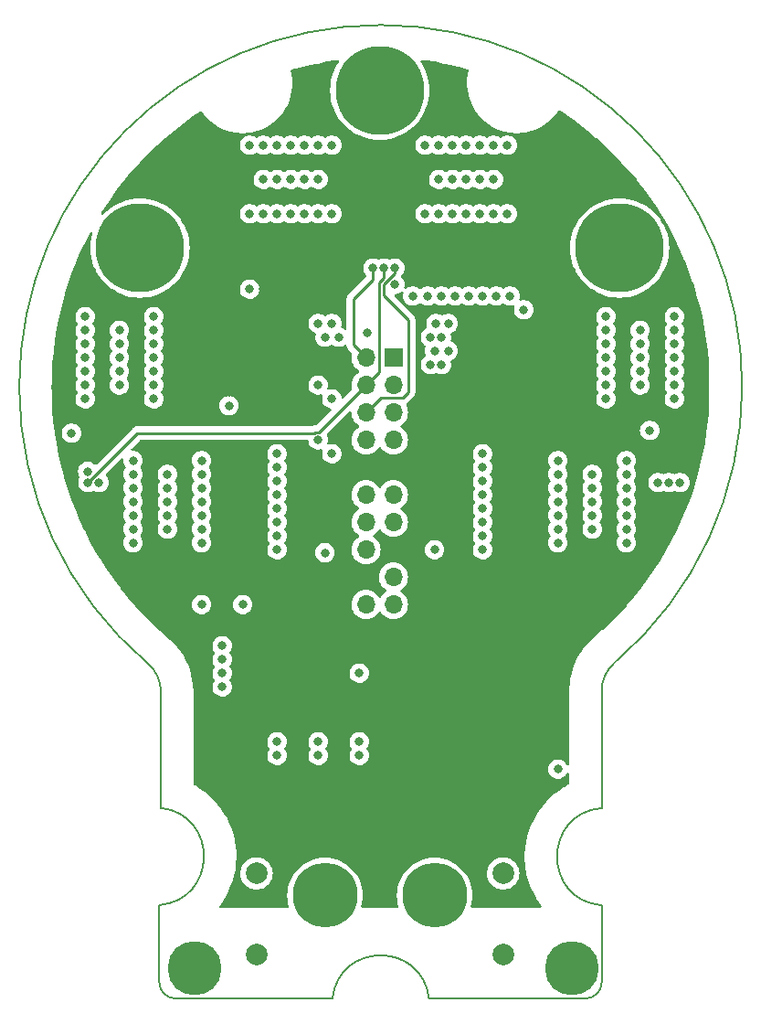
<source format=gbr>
%TF.GenerationSoftware,KiCad,Pcbnew,7.0.1*%
%TF.CreationDate,2023-12-14T23:22:24+03:00*%
%TF.ProjectId,_______ _____,21383b3e-3230-44f2-903f-3b3042302e6b,rev?*%
%TF.SameCoordinates,Original*%
%TF.FileFunction,Copper,L2,Inr*%
%TF.FilePolarity,Positive*%
%FSLAX46Y46*%
G04 Gerber Fmt 4.6, Leading zero omitted, Abs format (unit mm)*
G04 Created by KiCad (PCBNEW 7.0.1) date 2023-12-14 23:22:24*
%MOMM*%
%LPD*%
G01*
G04 APERTURE LIST*
%TA.AperFunction,ComponentPad*%
%ADD10C,8.200000*%
%TD*%
%TA.AperFunction,ComponentPad*%
%ADD11C,6.000000*%
%TD*%
%TA.AperFunction,ComponentPad*%
%ADD12R,1.700000X1.700000*%
%TD*%
%TA.AperFunction,ComponentPad*%
%ADD13O,1.700000X1.700000*%
%TD*%
%TA.AperFunction,ComponentPad*%
%ADD14C,2.000000*%
%TD*%
%TA.AperFunction,ComponentPad*%
%ADD15C,5.000000*%
%TD*%
%TA.AperFunction,ViaPad*%
%ADD16C,0.800000*%
%TD*%
%TA.AperFunction,Conductor*%
%ADD17C,0.250000*%
%TD*%
%TA.AperFunction,Profile*%
%ADD18C,0.200000*%
%TD*%
G04 APERTURE END LIST*
D10*
%TO.N,C*%
%TO.C,J7*%
X123562000Y-52583000D03*
%TD*%
%TO.N,A*%
%TO.C,J5*%
X168012000Y-52583000D03*
%TD*%
D11*
%TO.N,Shunt_1*%
%TO.C,J3*%
X140707000Y-112543000D03*
%TD*%
D12*
%TO.N,+3.3V*%
%TO.C,J4*%
X147057000Y-62743000D03*
D13*
%TO.N,~{OS}_MCU*%
X144517000Y-62743000D03*
%TO.N,G3*%
X147057000Y-65283000D03*
%TO.N,SCL_MCU*%
X144517000Y-65283000D03*
%TO.N,B*%
X147057000Y-67823000D03*
%TO.N,SDA_MCU*%
X144517000Y-67823000D03*
%TO.N,G2*%
X147057000Y-70363000D03*
%TO.N,G4*%
X144517000Y-70363000D03*
%TO.N,GND*%
X147057000Y-72903000D03*
X144517000Y-72903000D03*
%TO.N,G1*%
X147057000Y-75443000D03*
%TO.N,G6*%
X144517000Y-75443000D03*
%TO.N,A*%
X147057000Y-77983000D03*
%TO.N,C*%
X144517000Y-77983000D03*
%TO.N,GND*%
X147057000Y-80523000D03*
%TO.N,G5*%
X144517000Y-80523000D03*
%TO.N,Shunt_1*%
X147057000Y-83063000D03*
%TO.N,GND*%
X144517000Y-83063000D03*
%TO.N,Shunt_1*%
X147057000Y-85603000D03*
%TO.N,Shunt_2*%
X144517000Y-85603000D03*
%TD*%
D10*
%TO.N,B*%
%TO.C,J6*%
X145787000Y-37978000D03*
%TD*%
D14*
%TO.N,Earth_Protective*%
%TO.C,C7*%
X157217000Y-117998000D03*
%TO.N,Net-(J2-Pin_1)*%
X157217000Y-110498000D03*
%TD*%
D11*
%TO.N,Net-(J2-Pin_1)*%
%TO.C,J2*%
X150867000Y-112543000D03*
%TD*%
D15*
%TO.N,Earth_Protective*%
%TO.C,H3*%
X128642000Y-119258000D03*
%TD*%
D14*
%TO.N,Shunt_1*%
%TO.C,C8*%
X134357000Y-110498000D03*
%TO.N,Earth_Protective*%
X134357000Y-117998000D03*
%TD*%
D15*
%TO.N,Earth_Protective*%
%TO.C,H4*%
X163567000Y-119258000D03*
%TD*%
D16*
%TO.N,G1*%
X155312000Y-71633000D03*
%TO.N,A*%
X173092000Y-64013000D03*
X155312000Y-74173000D03*
X166742000Y-60203000D03*
X169917000Y-61473000D03*
X155312000Y-75443000D03*
X169917000Y-65283000D03*
X155312000Y-76713000D03*
X169917000Y-60203000D03*
X166742000Y-65283000D03*
X169917000Y-64013000D03*
X166742000Y-62743000D03*
X169917000Y-62743000D03*
X166742000Y-66553000D03*
X173092000Y-58933000D03*
X166742000Y-58933000D03*
X173092000Y-62743000D03*
X173092000Y-61473000D03*
X155312000Y-72903000D03*
X155312000Y-80523000D03*
X173092000Y-65283000D03*
X155312000Y-79253000D03*
X173092000Y-66553000D03*
X173092000Y-60203000D03*
X155312000Y-77983000D03*
X166742000Y-64013000D03*
X166742000Y-61473000D03*
%TO.N,G2*%
X159122000Y-58298000D03*
%TO.N,GND*%
X141342000Y-56393000D03*
X159122000Y-90048000D03*
X159122000Y-67188000D03*
X159122000Y-59568000D03*
X160392000Y-87508000D03*
X173346000Y-77348000D03*
X131817000Y-60838000D03*
X159122000Y-64648000D03*
X155947000Y-86238000D03*
X131817000Y-59568000D03*
X161027000Y-88778000D03*
X157217000Y-86238000D03*
X161027000Y-86238000D03*
X120768000Y-69728000D03*
X159757000Y-88778000D03*
X142612000Y-56393000D03*
X120514000Y-75824000D03*
X144390000Y-51647500D03*
X161027000Y-92588000D03*
X136262000Y-103383000D03*
X161662000Y-87508000D03*
X154677000Y-86238000D03*
X159757000Y-91318000D03*
X131817000Y-63378000D03*
X174362000Y-69474000D03*
X162297000Y-86238000D03*
X159122000Y-63378000D03*
X136262000Y-93565500D03*
X131817000Y-62108000D03*
X131817000Y-64648000D03*
X138802000Y-56393000D03*
X140122800Y-93553200D03*
X131817000Y-58298000D03*
X137532000Y-56393000D03*
X140072000Y-103383000D03*
X158487000Y-86238000D03*
X159122000Y-60838000D03*
X140072000Y-56393000D03*
X159757000Y-92588000D03*
X161027000Y-91318000D03*
X131817000Y-65918000D03*
X134992000Y-56393000D03*
X159757000Y-86238000D03*
X159122000Y-65918000D03*
X160392000Y-90048000D03*
X159122000Y-62108000D03*
X136262000Y-56393000D03*
%TO.N,G3*%
X148835000Y-57028000D03*
%TO.N,B*%
X134992000Y-46233000D03*
X140072000Y-49408000D03*
X138802000Y-46233000D03*
X137532000Y-43058000D03*
X136262000Y-43058000D03*
X133722000Y-49408000D03*
X133722000Y-43058000D03*
X136262000Y-46233000D03*
X140072000Y-43058000D03*
X154042000Y-57028000D03*
X136262000Y-49408000D03*
X150232000Y-57028000D03*
X151502000Y-57028000D03*
X140072000Y-46233000D03*
X138802000Y-43058000D03*
X157852000Y-57028000D03*
X134992000Y-49408000D03*
X137532000Y-49408000D03*
X138802000Y-49408000D03*
X155312000Y-57028000D03*
X134992000Y-43058000D03*
X137532000Y-46233000D03*
X141342000Y-49408000D03*
X156582000Y-57028000D03*
X141342000Y-43058000D03*
X152772000Y-57028000D03*
%TO.N,G4*%
X133722000Y-56393000D03*
%TO.N,G5*%
X136262000Y-80523000D03*
%TO.N,C*%
X136262000Y-76713000D03*
X124832000Y-64013000D03*
X136262000Y-79253000D03*
X124832000Y-62743000D03*
X124832000Y-61473000D03*
X121657000Y-64013000D03*
X121657000Y-61473000D03*
X118482000Y-62743000D03*
X118482000Y-61473000D03*
X136262000Y-74173000D03*
X118482000Y-65283000D03*
X124832000Y-58933000D03*
X118482000Y-58933000D03*
X118482000Y-60203000D03*
X124832000Y-60203000D03*
X124832000Y-65283000D03*
X121657000Y-62743000D03*
X136262000Y-71633000D03*
X121657000Y-65283000D03*
X118482000Y-66553000D03*
X124832000Y-66553000D03*
X121657000Y-60203000D03*
X136262000Y-72903000D03*
X136262000Y-75443000D03*
X136262000Y-77983000D03*
X118482000Y-64013000D03*
%TO.N,G6*%
X131817000Y-67188000D03*
%TO.N,Shunt_1*%
X131182000Y-91953000D03*
X140072000Y-99573000D03*
X162297000Y-100843000D03*
X140072000Y-98303000D03*
X131182000Y-89413000D03*
X143882000Y-91953000D03*
X136262000Y-99573000D03*
X131182000Y-90683000D03*
X143882000Y-98303000D03*
X140707000Y-80802500D03*
X131182000Y-93223000D03*
X150867000Y-80523000D03*
X143882000Y-99573000D03*
X133087000Y-85603000D03*
X136262000Y-98303000D03*
X129277000Y-85603000D03*
%TO.N,Shunt_2*%
X141342000Y-71633000D03*
X150486000Y-63378000D03*
X153788000Y-46233000D03*
X122927000Y-79888000D03*
X165472000Y-76078000D03*
X149978000Y-49408000D03*
X122927000Y-73538000D03*
X168647000Y-72268000D03*
X156328000Y-46233000D03*
X155058000Y-49408000D03*
X162297000Y-72268000D03*
X140072000Y-70363000D03*
X153788000Y-43058000D03*
X126102000Y-76078000D03*
X165472000Y-78618000D03*
X150867000Y-62108000D03*
X151502000Y-60838000D03*
X122927000Y-72268000D03*
X168647000Y-73538000D03*
X129277000Y-72268000D03*
X140072000Y-59568000D03*
X126102000Y-73538000D03*
X162297000Y-78618000D03*
X168647000Y-78618000D03*
X122927000Y-77348000D03*
X152518000Y-49408000D03*
X129277000Y-79888000D03*
X165472000Y-77348000D03*
X151248000Y-46233000D03*
X129277000Y-76078000D03*
X156328000Y-49408000D03*
X126102000Y-78618000D03*
X151248000Y-43058000D03*
X152518000Y-46233000D03*
X156328000Y-43058000D03*
X168647000Y-77348000D03*
X162297000Y-73538000D03*
X149978000Y-43058000D03*
X122927000Y-78618000D03*
X151502000Y-63378000D03*
X126102000Y-77348000D03*
X129277000Y-77348000D03*
X162297000Y-76078000D03*
X157598000Y-49408000D03*
X155058000Y-46233000D03*
X140072000Y-65283000D03*
X152137000Y-62108000D03*
X150486000Y-60838000D03*
X140707000Y-60838000D03*
X162297000Y-79888000D03*
X151248000Y-49408000D03*
X152137000Y-59568000D03*
X141342000Y-59568000D03*
X122927000Y-76078000D03*
X150994000Y-59568000D03*
X157598000Y-43058000D03*
X168647000Y-79888000D03*
X162297000Y-74808000D03*
X129277000Y-73538000D03*
X155058000Y-43058000D03*
X129277000Y-78618000D03*
X126102000Y-74808000D03*
X165472000Y-74808000D03*
X162297000Y-77348000D03*
X165472000Y-73538000D03*
X152518000Y-43058000D03*
X122927000Y-74808000D03*
X141977000Y-60838000D03*
X141342000Y-66553000D03*
X168647000Y-74808000D03*
X168647000Y-76078000D03*
X129277000Y-74808000D03*
X153788000Y-49408000D03*
%TO.N,+3.3V*%
X117212000Y-69728000D03*
X147184000Y-55965500D03*
X170803816Y-69475092D03*
X144644000Y-60410500D03*
%TO.N,~{OS}_MCU*%
X145152000Y-54441500D03*
X173600000Y-74300000D03*
X119752000Y-74300000D03*
%TO.N,SCL_MCU*%
X172579701Y-74295701D03*
X146168000Y-54441500D03*
X118736000Y-74300000D03*
%TO.N,SDA_MCU*%
X118727048Y-73275049D03*
X171568000Y-74300000D03*
X147184000Y-54441500D03*
%TD*%
D17*
%TO.N,~{OS}_MCU*%
X143342000Y-57304695D02*
X143342000Y-61568000D01*
X145152000Y-54441500D02*
X145152000Y-55494695D01*
X145152000Y-55494695D02*
X143342000Y-57304695D01*
X143342000Y-61568000D02*
X144517000Y-62743000D01*
%TO.N,SCL_MCU*%
X139681695Y-69728000D02*
X139771695Y-69638000D01*
X123298695Y-69728000D02*
X139681695Y-69728000D01*
X145692000Y-64108000D02*
X144517000Y-65283000D01*
X118736000Y-74300000D02*
X118736000Y-74290695D01*
X146168000Y-55319799D02*
X145692000Y-55795799D01*
X139771695Y-69638000D02*
X140162000Y-69638000D01*
X145692000Y-55795799D02*
X145692000Y-64108000D01*
X146168000Y-54441500D02*
X146168000Y-55319799D01*
X118736000Y-74290695D02*
X123298695Y-69728000D01*
X140162000Y-69638000D02*
X144517000Y-65283000D01*
%TO.N,SDA_MCU*%
X148454000Y-65918001D02*
X147914001Y-66458000D01*
X147184000Y-54441500D02*
X147184000Y-54940195D01*
X146168000Y-56964000D02*
X148454000Y-59250000D01*
X145882000Y-66458000D02*
X144517000Y-67823000D01*
X148454000Y-59250000D02*
X148454000Y-65918001D01*
X147914001Y-66458000D02*
X145882000Y-66458000D01*
X146168000Y-55956195D02*
X146168000Y-56964000D01*
X147184000Y-54940195D02*
X146168000Y-55956195D01*
%TD*%
%TA.AperFunction,Conductor*%
%TO.N,GND*%
G36*
X150208622Y-35244714D02*
G01*
X150212958Y-35245337D01*
X151283376Y-35418794D01*
X151287706Y-35419575D01*
X152351253Y-35631128D01*
X152355520Y-35632056D01*
X153410840Y-35881435D01*
X153415077Y-35882516D01*
X153944260Y-36027690D01*
X153997991Y-36058461D01*
X154030145Y-36111377D01*
X154032704Y-36173243D01*
X153943319Y-36590558D01*
X153892824Y-37019337D01*
X153882704Y-37450971D01*
X153913043Y-37881638D01*
X153983584Y-38307594D01*
X154093694Y-38725053D01*
X154168696Y-38929461D01*
X154242419Y-39130381D01*
X154330821Y-39315533D01*
X154428443Y-39519997D01*
X154650134Y-39890482D01*
X154905542Y-40238576D01*
X155192423Y-40561224D01*
X155508263Y-40855596D01*
X155800372Y-41080647D01*
X155850274Y-41119093D01*
X156215459Y-41349408D01*
X156600606Y-41544514D01*
X157002331Y-41702697D01*
X157417103Y-41822567D01*
X157841278Y-41903071D01*
X158171195Y-41934101D01*
X158271125Y-41943500D01*
X158271127Y-41943500D01*
X158594871Y-41943500D01*
X158594877Y-41943500D01*
X158918272Y-41928325D01*
X159345753Y-41867792D01*
X159765688Y-41767495D01*
X160174386Y-41628316D01*
X160568255Y-41451477D01*
X160748278Y-41349408D01*
X160943835Y-41238532D01*
X161169943Y-41080647D01*
X161297822Y-40991353D01*
X161627108Y-40712113D01*
X161928799Y-40403265D01*
X162200244Y-40067523D01*
X162314374Y-39895624D01*
X162362614Y-39853110D01*
X162425665Y-39840473D01*
X162486566Y-39861112D01*
X163051480Y-40238576D01*
X163262966Y-40379886D01*
X163266595Y-40382405D01*
X164010070Y-40918526D01*
X164146149Y-41016653D01*
X164149692Y-41019306D01*
X165006023Y-41684524D01*
X165009441Y-41687279D01*
X165831498Y-42374293D01*
X165841481Y-42382636D01*
X165844791Y-42385503D01*
X166651554Y-43110179D01*
X166654767Y-43113172D01*
X167435097Y-43866130D01*
X167438177Y-43869210D01*
X168094760Y-44549661D01*
X168191135Y-44649540D01*
X168194130Y-44652755D01*
X168918800Y-45459512D01*
X168921668Y-45462823D01*
X169565325Y-46233000D01*
X169617017Y-46294852D01*
X169619788Y-46298291D01*
X169855161Y-46601284D01*
X170285001Y-47154615D01*
X170287654Y-47158158D01*
X170921897Y-48037705D01*
X170924421Y-48041341D01*
X171526847Y-48942935D01*
X171529240Y-48946659D01*
X171697931Y-49219744D01*
X172061073Y-49807618D01*
X172099100Y-49869177D01*
X172101359Y-49872984D01*
X172637928Y-50815254D01*
X172640050Y-50819139D01*
X173142668Y-51779999D01*
X173144649Y-51783958D01*
X173612623Y-52762090D01*
X173614462Y-52766116D01*
X174047243Y-53760366D01*
X174048937Y-53764456D01*
X174445947Y-54773497D01*
X174447494Y-54777644D01*
X174808240Y-55800225D01*
X174809638Y-55804425D01*
X175133656Y-56839232D01*
X175134903Y-56843479D01*
X175421784Y-57889204D01*
X175422878Y-57893493D01*
X175672244Y-58948758D01*
X175673185Y-58953084D01*
X175884729Y-60016588D01*
X175885515Y-60020944D01*
X176058967Y-61091330D01*
X176059597Y-61095712D01*
X176194733Y-62171606D01*
X176195206Y-62176007D01*
X176266506Y-62972757D01*
X176267000Y-62983809D01*
X176267000Y-67880872D01*
X176266536Y-67891595D01*
X176205480Y-68595026D01*
X176205034Y-68599297D01*
X176077841Y-69643480D01*
X176077248Y-69647733D01*
X175913974Y-70686905D01*
X175913234Y-70691135D01*
X175714076Y-71724034D01*
X175713190Y-71728235D01*
X175478395Y-72753580D01*
X175477365Y-72757749D01*
X175207190Y-73774416D01*
X175206015Y-73778546D01*
X174900811Y-74785213D01*
X174899494Y-74789301D01*
X174559613Y-75784806D01*
X174558156Y-75788845D01*
X174184009Y-76771986D01*
X174182425Y-76775940D01*
X173774458Y-77745544D01*
X173772724Y-77749473D01*
X173331443Y-78704338D01*
X173329574Y-78708204D01*
X172855478Y-79647249D01*
X172853477Y-79651048D01*
X172347156Y-80573108D01*
X172345024Y-80576836D01*
X171807103Y-81480771D01*
X171804844Y-81484423D01*
X171235910Y-82369248D01*
X171233525Y-82372819D01*
X170634322Y-83237373D01*
X170631815Y-83240860D01*
X170003018Y-84084172D01*
X170000392Y-84087569D01*
X169342792Y-84908579D01*
X169340050Y-84911884D01*
X168654388Y-85709665D01*
X168651533Y-85712872D01*
X167938692Y-86486399D01*
X167935728Y-86489506D01*
X167196518Y-87237897D01*
X167193448Y-87240900D01*
X166428752Y-87963263D01*
X166425580Y-87966157D01*
X165635534Y-88662312D01*
X165633910Y-88663718D01*
X165501508Y-88776372D01*
X165501060Y-88776797D01*
X165456090Y-88815057D01*
X165121544Y-89144114D01*
X164811597Y-89496424D01*
X164527845Y-89870173D01*
X164271784Y-90263387D01*
X164044729Y-90674049D01*
X163847870Y-91100009D01*
X163682228Y-91539056D01*
X163548669Y-91988893D01*
X163447885Y-92447189D01*
X163380399Y-92911566D01*
X163346568Y-93379585D01*
X163346573Y-93614215D01*
X163346573Y-93614219D01*
X163346571Y-93789567D01*
X163346573Y-93789604D01*
X163346573Y-100397139D01*
X163329960Y-100459139D01*
X163284573Y-100504526D01*
X163222573Y-100521139D01*
X163160573Y-100504526D01*
X163115186Y-100459139D01*
X163029533Y-100310783D01*
X162902870Y-100170110D01*
X162749730Y-100058848D01*
X162576802Y-99981855D01*
X162391648Y-99942500D01*
X162391646Y-99942500D01*
X162202354Y-99942500D01*
X162202352Y-99942500D01*
X162017197Y-99981855D01*
X161844269Y-100058848D01*
X161691129Y-100170110D01*
X161564466Y-100310783D01*
X161469820Y-100474715D01*
X161411326Y-100654742D01*
X161391540Y-100842999D01*
X161411326Y-101031257D01*
X161469820Y-101211284D01*
X161564466Y-101375216D01*
X161691129Y-101515889D01*
X161844269Y-101627151D01*
X162017197Y-101704144D01*
X162202352Y-101743500D01*
X162202354Y-101743500D01*
X162391646Y-101743500D01*
X162391648Y-101743500D01*
X162515084Y-101717262D01*
X162576803Y-101704144D01*
X162749730Y-101627151D01*
X162902871Y-101515888D01*
X163029533Y-101375216D01*
X163115185Y-101226861D01*
X163160573Y-101181474D01*
X163222573Y-101164861D01*
X163284573Y-101181474D01*
X163329960Y-101226861D01*
X163346573Y-101288861D01*
X163346573Y-102161325D01*
X163329553Y-102224025D01*
X163283166Y-102269511D01*
X162908971Y-102479085D01*
X162832182Y-102522093D01*
X162387948Y-102813917D01*
X161965444Y-103136380D01*
X161566752Y-103487890D01*
X161193894Y-103866667D01*
X160848709Y-104270844D01*
X160532940Y-104698375D01*
X160248149Y-105147152D01*
X159995764Y-105614918D01*
X159777040Y-106099352D01*
X159593087Y-106597995D01*
X159444803Y-107108407D01*
X159332937Y-107628020D01*
X159258047Y-108154229D01*
X159220512Y-108684400D01*
X159220512Y-109215921D01*
X159258048Y-109746094D01*
X159313365Y-110134774D01*
X159332938Y-110272307D01*
X159393669Y-110554396D01*
X159444803Y-110791914D01*
X159593088Y-111302326D01*
X159777041Y-111800968D01*
X159777046Y-111800979D01*
X159995764Y-112285401D01*
X160248149Y-112753167D01*
X160309754Y-112850244D01*
X160532941Y-113201945D01*
X160732645Y-113472331D01*
X160756459Y-113535544D01*
X160743606Y-113601861D01*
X160697898Y-113651600D01*
X160632901Y-113670000D01*
X154350606Y-113670000D01*
X154295762Y-113657212D01*
X154252230Y-113621486D01*
X154228989Y-113570191D01*
X154230831Y-113513906D01*
X154263212Y-113393058D01*
X154295705Y-113271794D01*
X154309612Y-113183989D01*
X154353102Y-112909406D01*
X154361146Y-112755904D01*
X154372304Y-112543000D01*
X154355710Y-112226373D01*
X154353102Y-112176593D01*
X154295706Y-111814211D01*
X154295705Y-111814206D01*
X154200742Y-111459801D01*
X154069255Y-111117264D01*
X153902682Y-110790348D01*
X153820157Y-110663270D01*
X153712830Y-110498000D01*
X155711356Y-110498000D01*
X155731891Y-110745816D01*
X155731891Y-110745819D01*
X155731892Y-110745821D01*
X155792937Y-110986881D01*
X155835982Y-111085014D01*
X155892825Y-111214604D01*
X155892827Y-111214607D01*
X156028836Y-111422785D01*
X156197256Y-111605738D01*
X156197259Y-111605740D01*
X156393485Y-111758470D01*
X156393487Y-111758471D01*
X156393491Y-111758474D01*
X156612190Y-111876828D01*
X156847386Y-111957571D01*
X157092665Y-111998500D01*
X157341335Y-111998500D01*
X157586614Y-111957571D01*
X157821810Y-111876828D01*
X158040509Y-111758474D01*
X158236744Y-111605738D01*
X158405164Y-111422785D01*
X158541173Y-111214607D01*
X158641063Y-110986881D01*
X158702108Y-110745821D01*
X158722643Y-110498000D01*
X158702108Y-110250179D01*
X158641063Y-110009119D01*
X158541173Y-109781393D01*
X158405164Y-109573215D01*
X158236744Y-109390262D01*
X158173125Y-109340745D01*
X158040514Y-109237529D01*
X158040510Y-109237526D01*
X158040509Y-109237526D01*
X157821810Y-109119172D01*
X157821806Y-109119170D01*
X157821805Y-109119170D01*
X157586615Y-109038429D01*
X157341335Y-108997500D01*
X157092665Y-108997500D01*
X156847384Y-109038429D01*
X156612194Y-109119170D01*
X156393485Y-109237529D01*
X156197259Y-109390259D01*
X156197256Y-109390261D01*
X156197256Y-109390262D01*
X156028836Y-109573215D01*
X156011273Y-109600097D01*
X155892825Y-109781395D01*
X155824110Y-109938051D01*
X155792937Y-110009119D01*
X155761119Y-110134765D01*
X155731891Y-110250183D01*
X155711356Y-110498000D01*
X153712830Y-110498000D01*
X153702853Y-110482636D01*
X153532531Y-110272307D01*
X153471949Y-110197494D01*
X153212506Y-109938051D01*
X153019050Y-109781393D01*
X152927363Y-109707146D01*
X152619656Y-109507320D01*
X152292735Y-109340744D01*
X151950200Y-109209258D01*
X151595788Y-109114293D01*
X151233406Y-109056897D01*
X150867000Y-109037696D01*
X150500593Y-109056897D01*
X150138211Y-109114293D01*
X149783799Y-109209258D01*
X149441264Y-109340744D01*
X149114343Y-109507320D01*
X148806636Y-109707146D01*
X148521490Y-109938054D01*
X148262054Y-110197490D01*
X148031146Y-110482636D01*
X147831320Y-110790343D01*
X147664744Y-111117264D01*
X147533258Y-111459799D01*
X147438293Y-111814211D01*
X147380897Y-112176593D01*
X147361696Y-112543000D01*
X147380897Y-112909406D01*
X147438293Y-113271788D01*
X147503169Y-113513906D01*
X147505011Y-113570191D01*
X147481770Y-113621486D01*
X147438238Y-113657212D01*
X147383394Y-113670000D01*
X144190606Y-113670000D01*
X144135762Y-113657212D01*
X144092230Y-113621486D01*
X144068989Y-113570191D01*
X144070831Y-113513906D01*
X144103212Y-113393058D01*
X144135705Y-113271794D01*
X144149612Y-113183989D01*
X144193102Y-112909406D01*
X144201146Y-112755904D01*
X144212304Y-112543000D01*
X144195710Y-112226373D01*
X144193102Y-112176593D01*
X144135706Y-111814211D01*
X144135705Y-111814206D01*
X144040742Y-111459801D01*
X143909255Y-111117264D01*
X143742682Y-110790348D01*
X143660157Y-110663270D01*
X143542853Y-110482636D01*
X143372531Y-110272307D01*
X143311949Y-110197494D01*
X143052506Y-109938051D01*
X142859050Y-109781393D01*
X142767363Y-109707146D01*
X142459656Y-109507320D01*
X142132735Y-109340744D01*
X141790200Y-109209258D01*
X141435788Y-109114293D01*
X141073406Y-109056897D01*
X140707000Y-109037696D01*
X140340593Y-109056897D01*
X139978211Y-109114293D01*
X139623799Y-109209258D01*
X139281264Y-109340744D01*
X138954343Y-109507320D01*
X138646636Y-109707146D01*
X138361490Y-109938054D01*
X138102054Y-110197490D01*
X137871146Y-110482636D01*
X137671320Y-110790343D01*
X137504744Y-111117264D01*
X137373258Y-111459799D01*
X137278293Y-111814211D01*
X137220897Y-112176593D01*
X137201696Y-112543000D01*
X137220897Y-112909406D01*
X137278293Y-113271788D01*
X137343169Y-113513906D01*
X137345011Y-113570191D01*
X137321770Y-113621486D01*
X137278238Y-113657212D01*
X137223394Y-113670000D01*
X131060674Y-113670000D01*
X130995931Y-113651756D01*
X130950239Y-113602392D01*
X130937044Y-113536434D01*
X130960228Y-113473291D01*
X131040983Y-113361730D01*
X131215971Y-113119988D01*
X131499937Y-112661951D01*
X131750410Y-112184774D01*
X131966108Y-111690903D01*
X132145926Y-111182867D01*
X132288941Y-110663270D01*
X132321927Y-110498000D01*
X132851356Y-110498000D01*
X132871891Y-110745816D01*
X132871891Y-110745819D01*
X132871892Y-110745821D01*
X132932937Y-110986881D01*
X132975982Y-111085014D01*
X133032825Y-111214604D01*
X133032827Y-111214607D01*
X133168836Y-111422785D01*
X133337256Y-111605738D01*
X133337259Y-111605740D01*
X133533485Y-111758470D01*
X133533487Y-111758471D01*
X133533491Y-111758474D01*
X133752190Y-111876828D01*
X133987386Y-111957571D01*
X134232665Y-111998500D01*
X134481335Y-111998500D01*
X134726614Y-111957571D01*
X134961810Y-111876828D01*
X135180509Y-111758474D01*
X135376744Y-111605738D01*
X135545164Y-111422785D01*
X135681173Y-111214607D01*
X135781063Y-110986881D01*
X135842108Y-110745821D01*
X135862643Y-110498000D01*
X135842108Y-110250179D01*
X135781063Y-110009119D01*
X135681173Y-109781393D01*
X135545164Y-109573215D01*
X135376744Y-109390262D01*
X135313125Y-109340745D01*
X135180514Y-109237529D01*
X135180510Y-109237526D01*
X135180509Y-109237526D01*
X134961810Y-109119172D01*
X134961806Y-109119170D01*
X134961805Y-109119170D01*
X134726615Y-109038429D01*
X134481335Y-108997500D01*
X134232665Y-108997500D01*
X133987384Y-109038429D01*
X133752194Y-109119170D01*
X133533485Y-109237529D01*
X133337259Y-109390259D01*
X133337256Y-109390261D01*
X133337256Y-109390262D01*
X133168836Y-109573215D01*
X133151273Y-109600097D01*
X133032825Y-109781395D01*
X132964110Y-109938051D01*
X132932937Y-110009119D01*
X132901119Y-110134765D01*
X132871891Y-110250183D01*
X132851356Y-110498000D01*
X132321927Y-110498000D01*
X132394422Y-110134774D01*
X132438971Y-109781395D01*
X132461827Y-109600097D01*
X132465847Y-109525464D01*
X132490814Y-109061946D01*
X132481230Y-108523112D01*
X132433127Y-107986343D01*
X132346750Y-107454391D01*
X132222543Y-106929979D01*
X132061141Y-106415796D01*
X131863372Y-105914476D01*
X131630248Y-105428587D01*
X131362965Y-104960619D01*
X131062891Y-104512969D01*
X130731565Y-104087932D01*
X130370683Y-103687683D01*
X129982094Y-103314275D01*
X129567790Y-102969620D01*
X129129894Y-102655485D01*
X128670649Y-102373478D01*
X128576957Y-102324808D01*
X128528138Y-102279143D01*
X128510119Y-102214769D01*
X128510119Y-99572999D01*
X135356540Y-99572999D01*
X135376326Y-99761257D01*
X135434820Y-99941284D01*
X135529466Y-100105216D01*
X135656129Y-100245889D01*
X135809269Y-100357151D01*
X135982197Y-100434144D01*
X136167352Y-100473500D01*
X136167354Y-100473500D01*
X136356646Y-100473500D01*
X136356648Y-100473500D01*
X136480084Y-100447262D01*
X136541803Y-100434144D01*
X136714730Y-100357151D01*
X136867871Y-100245888D01*
X136994533Y-100105216D01*
X137089179Y-99941284D01*
X137147674Y-99761256D01*
X137167460Y-99573000D01*
X137167460Y-99572999D01*
X139166540Y-99572999D01*
X139186326Y-99761257D01*
X139244820Y-99941284D01*
X139339466Y-100105216D01*
X139466129Y-100245889D01*
X139619269Y-100357151D01*
X139792197Y-100434144D01*
X139977352Y-100473500D01*
X139977354Y-100473500D01*
X140166646Y-100473500D01*
X140166648Y-100473500D01*
X140290084Y-100447262D01*
X140351803Y-100434144D01*
X140524730Y-100357151D01*
X140677871Y-100245888D01*
X140804533Y-100105216D01*
X140899179Y-99941284D01*
X140957674Y-99761256D01*
X140977460Y-99573000D01*
X140977460Y-99572999D01*
X142976540Y-99572999D01*
X142996326Y-99761257D01*
X143054820Y-99941284D01*
X143149466Y-100105216D01*
X143276129Y-100245889D01*
X143429269Y-100357151D01*
X143602197Y-100434144D01*
X143787352Y-100473500D01*
X143787354Y-100473500D01*
X143976646Y-100473500D01*
X143976648Y-100473500D01*
X144100084Y-100447262D01*
X144161803Y-100434144D01*
X144334730Y-100357151D01*
X144487871Y-100245888D01*
X144614533Y-100105216D01*
X144709179Y-99941284D01*
X144767674Y-99761256D01*
X144787460Y-99573000D01*
X144767674Y-99384744D01*
X144709179Y-99204716D01*
X144709179Y-99204715D01*
X144614535Y-99040787D01*
X144614534Y-99040786D01*
X144614533Y-99040784D01*
X144596693Y-99020971D01*
X144568527Y-98967999D01*
X144568527Y-98908001D01*
X144596693Y-98855028D01*
X144614533Y-98835216D01*
X144709179Y-98671284D01*
X144767674Y-98491256D01*
X144787460Y-98303000D01*
X144767674Y-98114744D01*
X144709179Y-97934716D01*
X144709179Y-97934715D01*
X144614533Y-97770783D01*
X144487870Y-97630110D01*
X144334730Y-97518848D01*
X144161802Y-97441855D01*
X143976648Y-97402500D01*
X143976646Y-97402500D01*
X143787354Y-97402500D01*
X143787352Y-97402500D01*
X143602197Y-97441855D01*
X143429269Y-97518848D01*
X143276129Y-97630110D01*
X143149466Y-97770783D01*
X143054820Y-97934715D01*
X142996326Y-98114742D01*
X142976540Y-98303000D01*
X142996326Y-98491257D01*
X143054820Y-98671284D01*
X143149466Y-98835216D01*
X143167305Y-98855028D01*
X143195472Y-98908002D01*
X143195472Y-98967998D01*
X143167305Y-99020972D01*
X143149466Y-99040783D01*
X143054820Y-99204715D01*
X142996326Y-99384742D01*
X142976540Y-99572999D01*
X140977460Y-99572999D01*
X140957674Y-99384744D01*
X140899179Y-99204716D01*
X140899179Y-99204715D01*
X140804535Y-99040787D01*
X140804534Y-99040786D01*
X140804533Y-99040784D01*
X140786693Y-99020971D01*
X140758527Y-98967999D01*
X140758527Y-98908001D01*
X140786693Y-98855028D01*
X140804533Y-98835216D01*
X140899179Y-98671284D01*
X140957674Y-98491256D01*
X140977460Y-98303000D01*
X140957674Y-98114744D01*
X140899179Y-97934716D01*
X140899179Y-97934715D01*
X140804533Y-97770783D01*
X140677870Y-97630110D01*
X140524730Y-97518848D01*
X140351802Y-97441855D01*
X140166648Y-97402500D01*
X140166646Y-97402500D01*
X139977354Y-97402500D01*
X139977352Y-97402500D01*
X139792197Y-97441855D01*
X139619269Y-97518848D01*
X139466129Y-97630110D01*
X139339466Y-97770783D01*
X139244820Y-97934715D01*
X139186326Y-98114742D01*
X139166540Y-98303000D01*
X139186326Y-98491257D01*
X139244820Y-98671284D01*
X139339466Y-98835216D01*
X139357305Y-98855028D01*
X139385472Y-98908002D01*
X139385472Y-98967998D01*
X139357305Y-99020972D01*
X139339466Y-99040783D01*
X139244820Y-99204715D01*
X139186326Y-99384742D01*
X139166540Y-99572999D01*
X137167460Y-99572999D01*
X137147674Y-99384744D01*
X137089179Y-99204716D01*
X137089179Y-99204715D01*
X136994535Y-99040787D01*
X136994534Y-99040786D01*
X136994533Y-99040784D01*
X136976693Y-99020971D01*
X136948527Y-98967999D01*
X136948527Y-98908001D01*
X136976693Y-98855028D01*
X136994533Y-98835216D01*
X137089179Y-98671284D01*
X137147674Y-98491256D01*
X137167460Y-98303000D01*
X137147674Y-98114744D01*
X137089179Y-97934716D01*
X137089179Y-97934715D01*
X136994533Y-97770783D01*
X136867870Y-97630110D01*
X136714730Y-97518848D01*
X136541802Y-97441855D01*
X136356648Y-97402500D01*
X136356646Y-97402500D01*
X136167354Y-97402500D01*
X136167352Y-97402500D01*
X135982197Y-97441855D01*
X135809269Y-97518848D01*
X135656129Y-97630110D01*
X135529466Y-97770783D01*
X135434820Y-97934715D01*
X135376326Y-98114742D01*
X135356540Y-98303000D01*
X135376326Y-98491257D01*
X135434820Y-98671284D01*
X135529466Y-98835216D01*
X135547305Y-98855028D01*
X135575472Y-98908002D01*
X135575472Y-98967998D01*
X135547305Y-99020972D01*
X135529466Y-99040783D01*
X135434820Y-99204715D01*
X135376326Y-99384742D01*
X135356540Y-99572999D01*
X128510119Y-99572999D01*
X128510119Y-93625522D01*
X128510102Y-93624968D01*
X128510115Y-93591284D01*
X128510154Y-93481975D01*
X128491478Y-93223000D01*
X130276540Y-93223000D01*
X130296326Y-93411257D01*
X130354820Y-93591284D01*
X130449466Y-93755216D01*
X130576129Y-93895889D01*
X130729269Y-94007151D01*
X130902197Y-94084144D01*
X131087352Y-94123500D01*
X131087354Y-94123500D01*
X131276646Y-94123500D01*
X131276648Y-94123500D01*
X131400084Y-94097262D01*
X131461803Y-94084144D01*
X131634730Y-94007151D01*
X131787871Y-93895888D01*
X131914533Y-93755216D01*
X132009179Y-93591284D01*
X132067674Y-93411256D01*
X132087460Y-93223000D01*
X132067674Y-93034744D01*
X132027651Y-92911566D01*
X132009179Y-92854715D01*
X131914535Y-92690787D01*
X131914534Y-92690786D01*
X131914533Y-92690784D01*
X131896693Y-92670971D01*
X131868527Y-92617999D01*
X131868527Y-92558001D01*
X131896693Y-92505028D01*
X131914533Y-92485216D01*
X132009179Y-92321284D01*
X132067674Y-92141256D01*
X132087460Y-91953000D01*
X142976540Y-91953000D01*
X142996326Y-92141257D01*
X143054820Y-92321284D01*
X143149466Y-92485216D01*
X143276129Y-92625889D01*
X143429269Y-92737151D01*
X143602197Y-92814144D01*
X143787352Y-92853500D01*
X143787354Y-92853500D01*
X143976646Y-92853500D01*
X143976648Y-92853500D01*
X144100083Y-92827262D01*
X144161803Y-92814144D01*
X144334730Y-92737151D01*
X144487871Y-92625888D01*
X144614533Y-92485216D01*
X144709179Y-92321284D01*
X144767674Y-92141256D01*
X144787460Y-91953000D01*
X144767674Y-91764744D01*
X144724707Y-91632505D01*
X144709179Y-91584715D01*
X144614533Y-91420783D01*
X144487870Y-91280110D01*
X144334730Y-91168848D01*
X144161802Y-91091855D01*
X143976648Y-91052500D01*
X143976646Y-91052500D01*
X143787354Y-91052500D01*
X143787352Y-91052500D01*
X143602197Y-91091855D01*
X143429269Y-91168848D01*
X143276129Y-91280110D01*
X143149466Y-91420783D01*
X143054820Y-91584715D01*
X142996326Y-91764742D01*
X142976540Y-91953000D01*
X132087460Y-91953000D01*
X132067674Y-91764744D01*
X132024707Y-91632505D01*
X132009179Y-91584715D01*
X131914535Y-91420787D01*
X131914534Y-91420786D01*
X131914533Y-91420784D01*
X131896693Y-91400971D01*
X131868527Y-91347999D01*
X131868527Y-91288001D01*
X131896693Y-91235028D01*
X131914533Y-91215216D01*
X132009179Y-91051284D01*
X132067674Y-90871256D01*
X132087460Y-90683000D01*
X132067674Y-90494744D01*
X132009179Y-90314716D01*
X132009179Y-90314715D01*
X131914533Y-90150783D01*
X131896694Y-90130971D01*
X131868527Y-90077997D01*
X131868528Y-90018000D01*
X131896694Y-89965027D01*
X131914533Y-89945216D01*
X132009179Y-89781284D01*
X132067674Y-89601256D01*
X132087460Y-89413000D01*
X132067674Y-89224744D01*
X132009179Y-89044716D01*
X132009179Y-89044715D01*
X131914533Y-88880783D01*
X131787870Y-88740110D01*
X131634730Y-88628848D01*
X131461802Y-88551855D01*
X131276648Y-88512500D01*
X131276646Y-88512500D01*
X131087354Y-88512500D01*
X131087352Y-88512500D01*
X130902197Y-88551855D01*
X130729269Y-88628848D01*
X130576129Y-88740110D01*
X130449466Y-88880783D01*
X130354820Y-89044715D01*
X130296326Y-89224742D01*
X130276540Y-89412999D01*
X130296326Y-89601257D01*
X130354820Y-89781284D01*
X130449466Y-89945215D01*
X130467304Y-89965026D01*
X130495471Y-90017999D01*
X130495472Y-90077995D01*
X130467307Y-90130969D01*
X130449466Y-90150783D01*
X130354820Y-90314715D01*
X130296326Y-90494742D01*
X130276540Y-90682999D01*
X130296326Y-90871257D01*
X130354820Y-91051284D01*
X130449466Y-91215215D01*
X130467304Y-91235026D01*
X130495471Y-91287999D01*
X130495472Y-91347995D01*
X130467307Y-91400969D01*
X130449466Y-91420783D01*
X130354820Y-91584715D01*
X130296326Y-91764742D01*
X130276540Y-91953000D01*
X130296326Y-92141257D01*
X130354820Y-92321284D01*
X130449466Y-92485215D01*
X130467304Y-92505026D01*
X130495471Y-92557999D01*
X130495472Y-92617995D01*
X130467307Y-92670969D01*
X130449466Y-92690783D01*
X130354820Y-92854715D01*
X130296326Y-93034742D01*
X130276540Y-93223000D01*
X128491478Y-93223000D01*
X128476236Y-93011631D01*
X128408358Y-92544977D01*
X128306875Y-92084461D01*
X128172320Y-91632501D01*
X128005399Y-91191467D01*
X127806987Y-90763675D01*
X127578127Y-90351368D01*
X127360101Y-90017999D01*
X127320014Y-89956704D01*
X127034017Y-89581776D01*
X126721620Y-89228526D01*
X126384479Y-88898827D01*
X126337447Y-88859061D01*
X126335061Y-88856803D01*
X126203162Y-88745517D01*
X126201525Y-88744112D01*
X125981543Y-88551856D01*
X125404774Y-88047782D01*
X125401619Y-88044926D01*
X124960236Y-87631222D01*
X124630432Y-87322099D01*
X124627336Y-87319094D01*
X124187297Y-86876902D01*
X123881769Y-86569879D01*
X123878811Y-86566802D01*
X123159755Y-85792096D01*
X123156880Y-85788888D01*
X123089721Y-85711283D01*
X122996014Y-85603000D01*
X128371540Y-85603000D01*
X128391326Y-85791257D01*
X128449820Y-85971284D01*
X128544466Y-86135216D01*
X128671129Y-86275889D01*
X128824269Y-86387151D01*
X128997197Y-86464144D01*
X129182352Y-86503500D01*
X129182354Y-86503500D01*
X129371646Y-86503500D01*
X129371648Y-86503500D01*
X129508547Y-86474401D01*
X129556803Y-86464144D01*
X129729730Y-86387151D01*
X129882871Y-86275888D01*
X130009533Y-86135216D01*
X130104179Y-85971284D01*
X130162674Y-85791256D01*
X130182460Y-85603000D01*
X132181540Y-85603000D01*
X132201326Y-85791257D01*
X132259820Y-85971284D01*
X132354466Y-86135216D01*
X132481129Y-86275889D01*
X132634269Y-86387151D01*
X132807197Y-86464144D01*
X132992352Y-86503500D01*
X132992354Y-86503500D01*
X133181646Y-86503500D01*
X133181648Y-86503500D01*
X133318547Y-86474401D01*
X133366803Y-86464144D01*
X133539730Y-86387151D01*
X133692871Y-86275888D01*
X133819533Y-86135216D01*
X133914179Y-85971284D01*
X133972674Y-85791256D01*
X133992460Y-85603000D01*
X133992460Y-85602999D01*
X143161340Y-85602999D01*
X143181936Y-85838407D01*
X143226709Y-86005501D01*
X143243097Y-86066663D01*
X143342965Y-86280830D01*
X143478505Y-86474401D01*
X143645599Y-86641495D01*
X143839170Y-86777035D01*
X144053337Y-86876903D01*
X144281592Y-86938063D01*
X144517000Y-86958659D01*
X144752408Y-86938063D01*
X144980663Y-86876903D01*
X145194830Y-86777035D01*
X145388401Y-86641495D01*
X145555495Y-86474401D01*
X145685426Y-86288839D01*
X145729743Y-86249975D01*
X145787000Y-86235964D01*
X145844257Y-86249975D01*
X145888573Y-86288839D01*
X146018505Y-86474401D01*
X146185599Y-86641495D01*
X146379170Y-86777035D01*
X146593337Y-86876903D01*
X146821592Y-86938063D01*
X147057000Y-86958659D01*
X147292408Y-86938063D01*
X147520663Y-86876903D01*
X147734830Y-86777035D01*
X147928401Y-86641495D01*
X148095495Y-86474401D01*
X148231035Y-86280830D01*
X148330903Y-86066663D01*
X148392063Y-85838408D01*
X148412659Y-85603000D01*
X148392063Y-85367592D01*
X148330903Y-85139337D01*
X148231035Y-84925171D01*
X148095495Y-84731599D01*
X147928401Y-84564505D01*
X147742839Y-84434573D01*
X147703975Y-84390257D01*
X147689964Y-84333000D01*
X147703975Y-84275743D01*
X147742839Y-84231426D01*
X147928401Y-84101495D01*
X148095495Y-83934401D01*
X148231035Y-83740830D01*
X148330903Y-83526663D01*
X148392063Y-83298408D01*
X148412659Y-83063000D01*
X148392063Y-82827592D01*
X148330903Y-82599337D01*
X148231035Y-82385171D01*
X148095495Y-82191599D01*
X147928401Y-82024505D01*
X147734830Y-81888965D01*
X147520663Y-81789097D01*
X147459502Y-81772709D01*
X147292407Y-81727936D01*
X147057000Y-81707340D01*
X146821592Y-81727936D01*
X146593336Y-81789097D01*
X146379170Y-81888965D01*
X146185598Y-82024505D01*
X146018505Y-82191598D01*
X145882965Y-82385170D01*
X145783097Y-82599336D01*
X145721936Y-82827592D01*
X145701340Y-83063000D01*
X145721936Y-83298407D01*
X145766709Y-83465502D01*
X145783097Y-83526663D01*
X145882965Y-83740830D01*
X146018505Y-83934401D01*
X146185599Y-84101495D01*
X146371160Y-84231426D01*
X146410024Y-84275743D01*
X146424035Y-84333000D01*
X146410024Y-84390257D01*
X146371159Y-84434575D01*
X146185595Y-84564508D01*
X146018505Y-84731598D01*
X145888575Y-84917159D01*
X145844257Y-84956025D01*
X145787000Y-84970036D01*
X145729743Y-84956025D01*
X145685425Y-84917159D01*
X145555494Y-84731598D01*
X145388404Y-84564508D01*
X145388401Y-84564505D01*
X145194830Y-84428965D01*
X144980663Y-84329097D01*
X144919501Y-84312709D01*
X144752407Y-84267936D01*
X144517000Y-84247340D01*
X144281592Y-84267936D01*
X144053336Y-84329097D01*
X143839170Y-84428965D01*
X143645598Y-84564505D01*
X143478505Y-84731598D01*
X143342965Y-84925170D01*
X143243097Y-85139336D01*
X143181936Y-85367592D01*
X143161340Y-85602999D01*
X133992460Y-85602999D01*
X133972674Y-85414744D01*
X133914179Y-85234716D01*
X133914179Y-85234715D01*
X133819533Y-85070783D01*
X133692870Y-84930110D01*
X133539730Y-84818848D01*
X133366802Y-84741855D01*
X133181648Y-84702500D01*
X133181646Y-84702500D01*
X132992354Y-84702500D01*
X132992352Y-84702500D01*
X132807197Y-84741855D01*
X132634269Y-84818848D01*
X132481129Y-84930110D01*
X132354466Y-85070783D01*
X132259820Y-85234715D01*
X132201326Y-85414742D01*
X132181540Y-85603000D01*
X130182460Y-85603000D01*
X130162674Y-85414744D01*
X130104179Y-85234716D01*
X130104179Y-85234715D01*
X130009533Y-85070783D01*
X129882870Y-84930110D01*
X129729730Y-84818848D01*
X129556802Y-84741855D01*
X129371648Y-84702500D01*
X129371646Y-84702500D01*
X129182354Y-84702500D01*
X129182352Y-84702500D01*
X128997197Y-84741855D01*
X128824269Y-84818848D01*
X128671129Y-84930110D01*
X128544466Y-85070783D01*
X128449820Y-85234715D01*
X128391326Y-85414742D01*
X128371540Y-85603000D01*
X122996014Y-85603000D01*
X122465226Y-84989648D01*
X122462460Y-84986337D01*
X121932534Y-84329097D01*
X121799016Y-84163501D01*
X121796375Y-84160105D01*
X121752393Y-84101495D01*
X121162004Y-83314743D01*
X121159474Y-83311248D01*
X120554851Y-82444259D01*
X120552445Y-82440677D01*
X120516539Y-82385170D01*
X120078075Y-81707341D01*
X119978379Y-81553219D01*
X119976099Y-81549556D01*
X119767360Y-81200830D01*
X119433234Y-80642626D01*
X119431111Y-80638936D01*
X118920126Y-79713666D01*
X118918111Y-79709863D01*
X118912973Y-79699742D01*
X118439635Y-78767391D01*
X118437755Y-78763522D01*
X118417896Y-78720784D01*
X118162554Y-78171256D01*
X117992369Y-77804996D01*
X117990619Y-77801052D01*
X117578852Y-76827616D01*
X117577240Y-76823614D01*
X117303474Y-76107995D01*
X117199572Y-75836398D01*
X117198105Y-75832351D01*
X117190875Y-75811284D01*
X116855023Y-74832622D01*
X116853694Y-74828517D01*
X116724488Y-74404505D01*
X116545599Y-73817451D01*
X116544421Y-73813327D01*
X116400659Y-73275049D01*
X117821588Y-73275049D01*
X117841374Y-73463306D01*
X117899868Y-73643333D01*
X117951797Y-73733276D01*
X117968410Y-73795275D01*
X117951798Y-73857275D01*
X117908820Y-73931716D01*
X117850326Y-74111742D01*
X117830540Y-74299999D01*
X117850326Y-74488257D01*
X117908820Y-74668284D01*
X118003466Y-74832216D01*
X118130129Y-74972889D01*
X118283269Y-75084151D01*
X118456197Y-75161144D01*
X118641352Y-75200500D01*
X118641354Y-75200500D01*
X118830646Y-75200500D01*
X118830648Y-75200500D01*
X118954083Y-75174262D01*
X119015803Y-75161144D01*
X119127755Y-75111298D01*
X119193564Y-75081999D01*
X119244000Y-75071278D01*
X119294436Y-75081999D01*
X119472197Y-75161144D01*
X119657352Y-75200500D01*
X119657354Y-75200500D01*
X119846646Y-75200500D01*
X119846648Y-75200500D01*
X119970083Y-75174262D01*
X120031803Y-75161144D01*
X120204730Y-75084151D01*
X120260810Y-75043407D01*
X120357870Y-74972889D01*
X120484533Y-74832216D01*
X120579179Y-74668284D01*
X120620444Y-74541284D01*
X120637674Y-74488256D01*
X120657460Y-74300000D01*
X120637674Y-74111744D01*
X120579179Y-73931716D01*
X120579179Y-73931715D01*
X120484533Y-73767783D01*
X120401690Y-73675777D01*
X120373018Y-73620699D01*
X120374644Y-73558626D01*
X120406157Y-73505126D01*
X121818363Y-72092921D01*
X121870202Y-72061896D01*
X121930551Y-72059050D01*
X121985082Y-72085060D01*
X122020850Y-72133751D01*
X122029363Y-72193565D01*
X122021540Y-72267999D01*
X122041326Y-72456257D01*
X122099820Y-72636284D01*
X122194466Y-72800215D01*
X122212304Y-72820026D01*
X122240471Y-72872999D01*
X122240472Y-72932995D01*
X122212307Y-72985969D01*
X122194466Y-73005783D01*
X122099820Y-73169715D01*
X122041326Y-73349742D01*
X122021540Y-73537999D01*
X122041326Y-73726257D01*
X122099820Y-73906284D01*
X122194466Y-74070215D01*
X122212304Y-74090026D01*
X122240471Y-74142999D01*
X122240472Y-74202995D01*
X122212307Y-74255969D01*
X122194466Y-74275783D01*
X122099820Y-74439715D01*
X122041326Y-74619742D01*
X122021540Y-74808000D01*
X122041326Y-74996257D01*
X122099820Y-75176284D01*
X122194466Y-75340215D01*
X122212304Y-75360026D01*
X122240471Y-75412999D01*
X122240472Y-75472995D01*
X122212307Y-75525969D01*
X122194466Y-75545783D01*
X122099820Y-75709715D01*
X122041326Y-75889742D01*
X122021540Y-76078000D01*
X122041326Y-76266257D01*
X122099820Y-76446284D01*
X122194466Y-76610215D01*
X122212304Y-76630026D01*
X122240471Y-76682999D01*
X122240472Y-76742995D01*
X122212307Y-76795969D01*
X122194466Y-76815783D01*
X122099820Y-76979715D01*
X122041326Y-77159742D01*
X122021540Y-77348000D01*
X122041326Y-77536257D01*
X122099820Y-77716284D01*
X122194466Y-77880215D01*
X122212304Y-77900026D01*
X122240471Y-77952999D01*
X122240472Y-78012995D01*
X122212307Y-78065969D01*
X122194466Y-78085783D01*
X122099820Y-78249715D01*
X122041326Y-78429742D01*
X122041325Y-78429744D01*
X122041326Y-78429744D01*
X122021540Y-78618000D01*
X122030260Y-78700969D01*
X122041326Y-78806257D01*
X122099820Y-78986284D01*
X122194466Y-79150215D01*
X122212304Y-79170026D01*
X122240471Y-79222999D01*
X122240472Y-79282995D01*
X122212307Y-79335969D01*
X122194466Y-79355783D01*
X122099820Y-79519715D01*
X122041326Y-79699742D01*
X122021540Y-79888000D01*
X122041326Y-80076257D01*
X122099820Y-80256284D01*
X122194466Y-80420216D01*
X122321129Y-80560889D01*
X122474269Y-80672151D01*
X122647197Y-80749144D01*
X122832352Y-80788500D01*
X122832354Y-80788500D01*
X123021646Y-80788500D01*
X123021648Y-80788500D01*
X123163219Y-80758408D01*
X123206803Y-80749144D01*
X123379730Y-80672151D01*
X123379729Y-80672151D01*
X123532870Y-80560889D01*
X123566987Y-80522999D01*
X123659533Y-80420216D01*
X123754179Y-80256284D01*
X123812674Y-80076256D01*
X123832460Y-79888000D01*
X128371540Y-79888000D01*
X128374693Y-79917998D01*
X128391326Y-80076257D01*
X128449820Y-80256284D01*
X128544466Y-80420216D01*
X128671129Y-80560889D01*
X128824269Y-80672151D01*
X128997197Y-80749144D01*
X129182352Y-80788500D01*
X129182354Y-80788500D01*
X129371646Y-80788500D01*
X129371648Y-80788500D01*
X129513219Y-80758408D01*
X129556803Y-80749144D01*
X129729730Y-80672151D01*
X129729729Y-80672151D01*
X129882870Y-80560889D01*
X129916987Y-80522999D01*
X135356540Y-80522999D01*
X135376326Y-80711257D01*
X135434820Y-80891284D01*
X135529466Y-81055216D01*
X135656129Y-81195889D01*
X135809269Y-81307151D01*
X135982197Y-81384144D01*
X136167352Y-81423500D01*
X136167354Y-81423500D01*
X136356646Y-81423500D01*
X136356648Y-81423500D01*
X136493547Y-81394401D01*
X136541803Y-81384144D01*
X136714730Y-81307151D01*
X136867871Y-81195888D01*
X136994533Y-81055216D01*
X137089179Y-80891284D01*
X137118027Y-80802499D01*
X139801540Y-80802499D01*
X139821326Y-80990757D01*
X139879820Y-81170784D01*
X139974466Y-81334716D01*
X140101129Y-81475389D01*
X140254269Y-81586651D01*
X140427197Y-81663644D01*
X140612352Y-81703000D01*
X140612354Y-81703000D01*
X140801646Y-81703000D01*
X140801648Y-81703000D01*
X140925084Y-81676762D01*
X140986803Y-81663644D01*
X141159730Y-81586651D01*
X141210787Y-81549556D01*
X141312870Y-81475389D01*
X141385790Y-81394404D01*
X141439533Y-81334716D01*
X141534179Y-81170784D01*
X141592674Y-80990756D01*
X141612460Y-80802500D01*
X141592674Y-80614244D01*
X141563027Y-80523000D01*
X143161340Y-80523000D01*
X143181936Y-80758407D01*
X143226709Y-80925502D01*
X143243097Y-80986663D01*
X143342965Y-81200830D01*
X143478505Y-81394401D01*
X143645599Y-81561495D01*
X143839170Y-81697035D01*
X144053337Y-81796903D01*
X144281592Y-81858063D01*
X144517000Y-81878659D01*
X144752408Y-81858063D01*
X144980663Y-81796903D01*
X145194830Y-81697035D01*
X145388401Y-81561495D01*
X145555495Y-81394401D01*
X145691035Y-81200830D01*
X145790903Y-80986663D01*
X145852063Y-80758408D01*
X145872659Y-80523000D01*
X145872659Y-80522999D01*
X149961540Y-80522999D01*
X149981326Y-80711257D01*
X150039820Y-80891284D01*
X150134466Y-81055216D01*
X150261129Y-81195889D01*
X150414269Y-81307151D01*
X150587197Y-81384144D01*
X150772352Y-81423500D01*
X150772354Y-81423500D01*
X150961646Y-81423500D01*
X150961648Y-81423500D01*
X151098547Y-81394401D01*
X151146803Y-81384144D01*
X151319730Y-81307151D01*
X151472871Y-81195888D01*
X151599533Y-81055216D01*
X151694179Y-80891284D01*
X151752674Y-80711256D01*
X151772460Y-80523000D01*
X151772460Y-80522999D01*
X154406540Y-80522999D01*
X154426326Y-80711257D01*
X154484820Y-80891284D01*
X154579466Y-81055216D01*
X154706129Y-81195889D01*
X154859269Y-81307151D01*
X155032197Y-81384144D01*
X155217352Y-81423500D01*
X155217354Y-81423500D01*
X155406646Y-81423500D01*
X155406648Y-81423500D01*
X155543547Y-81394401D01*
X155591803Y-81384144D01*
X155764730Y-81307151D01*
X155917871Y-81195888D01*
X156044533Y-81055216D01*
X156139179Y-80891284D01*
X156197674Y-80711256D01*
X156217460Y-80523000D01*
X156197674Y-80334744D01*
X156139179Y-80154716D01*
X156139179Y-80154715D01*
X156044535Y-79990787D01*
X156044534Y-79990786D01*
X156044533Y-79990784D01*
X156026693Y-79970971D01*
X155998527Y-79917999D01*
X155998527Y-79888000D01*
X161391540Y-79888000D01*
X161394693Y-79917998D01*
X161411326Y-80076257D01*
X161469820Y-80256284D01*
X161564466Y-80420216D01*
X161691129Y-80560889D01*
X161844269Y-80672151D01*
X162017197Y-80749144D01*
X162202352Y-80788500D01*
X162202354Y-80788500D01*
X162391646Y-80788500D01*
X162391648Y-80788500D01*
X162533219Y-80758408D01*
X162576803Y-80749144D01*
X162749730Y-80672151D01*
X162749729Y-80672151D01*
X162902870Y-80560889D01*
X162936987Y-80522999D01*
X163029533Y-80420216D01*
X163124179Y-80256284D01*
X163182674Y-80076256D01*
X163202460Y-79888000D01*
X167741540Y-79888000D01*
X167744693Y-79917998D01*
X167761326Y-80076257D01*
X167819820Y-80256284D01*
X167914466Y-80420216D01*
X168041129Y-80560889D01*
X168194269Y-80672151D01*
X168367197Y-80749144D01*
X168552352Y-80788500D01*
X168552354Y-80788500D01*
X168741646Y-80788500D01*
X168741648Y-80788500D01*
X168883219Y-80758408D01*
X168926803Y-80749144D01*
X169099730Y-80672151D01*
X169099729Y-80672151D01*
X169252870Y-80560889D01*
X169286987Y-80522999D01*
X169379533Y-80420216D01*
X169474179Y-80256284D01*
X169532674Y-80076256D01*
X169552460Y-79888000D01*
X169532674Y-79699744D01*
X169474179Y-79519716D01*
X169474179Y-79519715D01*
X169379533Y-79355783D01*
X169361694Y-79335971D01*
X169333527Y-79282996D01*
X169333528Y-79222998D01*
X169361696Y-79170025D01*
X169379533Y-79150216D01*
X169474179Y-78986284D01*
X169532674Y-78806256D01*
X169552460Y-78618000D01*
X169532674Y-78429744D01*
X169474179Y-78249716D01*
X169474179Y-78249715D01*
X169379535Y-78085787D01*
X169379534Y-78085786D01*
X169379533Y-78085784D01*
X169361693Y-78065971D01*
X169333527Y-78012999D01*
X169333527Y-77953001D01*
X169361693Y-77900028D01*
X169379533Y-77880216D01*
X169474179Y-77716284D01*
X169532674Y-77536256D01*
X169552460Y-77348000D01*
X169532674Y-77159744D01*
X169474179Y-76979716D01*
X169474179Y-76979715D01*
X169379535Y-76815787D01*
X169379534Y-76815786D01*
X169379533Y-76815784D01*
X169361693Y-76795971D01*
X169333527Y-76742999D01*
X169333527Y-76683001D01*
X169361693Y-76630028D01*
X169379533Y-76610216D01*
X169474179Y-76446284D01*
X169532674Y-76266256D01*
X169552460Y-76078000D01*
X169532674Y-75889744D01*
X169474179Y-75709716D01*
X169474179Y-75709715D01*
X169379533Y-75545783D01*
X169361694Y-75525971D01*
X169333527Y-75472997D01*
X169333528Y-75413000D01*
X169361694Y-75360027D01*
X169379533Y-75340216D01*
X169474179Y-75176284D01*
X169532674Y-74996256D01*
X169552460Y-74808000D01*
X169532674Y-74619744D01*
X169474179Y-74439716D01*
X169474179Y-74439715D01*
X169393515Y-74300000D01*
X170662540Y-74300000D01*
X170682326Y-74488257D01*
X170740820Y-74668284D01*
X170835466Y-74832216D01*
X170962129Y-74972889D01*
X171115269Y-75084151D01*
X171288197Y-75161144D01*
X171473352Y-75200500D01*
X171473354Y-75200500D01*
X171662646Y-75200500D01*
X171662648Y-75200500D01*
X171786083Y-75174262D01*
X171847803Y-75161144D01*
X172020730Y-75084151D01*
X172020731Y-75084149D01*
X172028242Y-75080806D01*
X172078678Y-75070085D01*
X172129114Y-75080806D01*
X172299898Y-75156845D01*
X172485053Y-75196201D01*
X172485055Y-75196201D01*
X172674347Y-75196201D01*
X172674349Y-75196201D01*
X172797785Y-75169963D01*
X172859504Y-75156845D01*
X173032431Y-75079852D01*
X173032431Y-75079851D01*
X173034587Y-75078892D01*
X173085023Y-75068171D01*
X173135459Y-75078892D01*
X173147268Y-75084150D01*
X173147270Y-75084151D01*
X173310541Y-75156845D01*
X173320197Y-75161144D01*
X173505352Y-75200500D01*
X173505354Y-75200500D01*
X173694646Y-75200500D01*
X173694648Y-75200500D01*
X173818083Y-75174262D01*
X173879803Y-75161144D01*
X174052730Y-75084151D01*
X174108810Y-75043407D01*
X174205870Y-74972889D01*
X174332533Y-74832216D01*
X174427179Y-74668284D01*
X174468444Y-74541284D01*
X174485674Y-74488256D01*
X174505460Y-74300000D01*
X174485674Y-74111744D01*
X174427179Y-73931716D01*
X174427179Y-73931715D01*
X174332533Y-73767783D01*
X174205870Y-73627110D01*
X174052730Y-73515848D01*
X173879802Y-73438855D01*
X173694648Y-73399500D01*
X173694646Y-73399500D01*
X173505354Y-73399500D01*
X173505352Y-73399500D01*
X173320199Y-73438854D01*
X173145113Y-73516808D01*
X173094678Y-73527528D01*
X173044243Y-73516808D01*
X172859501Y-73434555D01*
X172674349Y-73395201D01*
X172674347Y-73395201D01*
X172485055Y-73395201D01*
X172485053Y-73395201D01*
X172299898Y-73434556D01*
X172119459Y-73514894D01*
X172069023Y-73525615D01*
X172018587Y-73514894D01*
X171847802Y-73438855D01*
X171662648Y-73399500D01*
X171662646Y-73399500D01*
X171473354Y-73399500D01*
X171473352Y-73399500D01*
X171288197Y-73438855D01*
X171115269Y-73515848D01*
X170962129Y-73627110D01*
X170835466Y-73767783D01*
X170740820Y-73931715D01*
X170682326Y-74111742D01*
X170662540Y-74300000D01*
X169393515Y-74300000D01*
X169379533Y-74275783D01*
X169361694Y-74255971D01*
X169333527Y-74202997D01*
X169333528Y-74143000D01*
X169361694Y-74090027D01*
X169379533Y-74070216D01*
X169474179Y-73906284D01*
X169532674Y-73726256D01*
X169552460Y-73538000D01*
X169532674Y-73349744D01*
X169474179Y-73169716D01*
X169474179Y-73169715D01*
X169379533Y-73005783D01*
X169361694Y-72985971D01*
X169333527Y-72932997D01*
X169333528Y-72873000D01*
X169361694Y-72820027D01*
X169379533Y-72800216D01*
X169474179Y-72636284D01*
X169532674Y-72456256D01*
X169552460Y-72268000D01*
X169532674Y-72079744D01*
X169474179Y-71899716D01*
X169474179Y-71899715D01*
X169379533Y-71735783D01*
X169252870Y-71595110D01*
X169099730Y-71483848D01*
X168926802Y-71406855D01*
X168741648Y-71367500D01*
X168741646Y-71367500D01*
X168552354Y-71367500D01*
X168552352Y-71367500D01*
X168367197Y-71406855D01*
X168194269Y-71483848D01*
X168041129Y-71595110D01*
X167914466Y-71735783D01*
X167819820Y-71899715D01*
X167761326Y-72079742D01*
X167741540Y-72267999D01*
X167761326Y-72456257D01*
X167819820Y-72636284D01*
X167914466Y-72800215D01*
X167932304Y-72820026D01*
X167960471Y-72872999D01*
X167960472Y-72932995D01*
X167932307Y-72985969D01*
X167914466Y-73005783D01*
X167819820Y-73169715D01*
X167761326Y-73349742D01*
X167741540Y-73538000D01*
X167761326Y-73726257D01*
X167819820Y-73906284D01*
X167914466Y-74070215D01*
X167932304Y-74090026D01*
X167960471Y-74142999D01*
X167960472Y-74202995D01*
X167932307Y-74255969D01*
X167914466Y-74275783D01*
X167819820Y-74439715D01*
X167761326Y-74619742D01*
X167741540Y-74808000D01*
X167761326Y-74996257D01*
X167819820Y-75176284D01*
X167914466Y-75340215D01*
X167932304Y-75360026D01*
X167960471Y-75412999D01*
X167960472Y-75472995D01*
X167932307Y-75525969D01*
X167914466Y-75545783D01*
X167819820Y-75709715D01*
X167761326Y-75889742D01*
X167761325Y-75889744D01*
X167761326Y-75889744D01*
X167741540Y-76078000D01*
X167750260Y-76160969D01*
X167761326Y-76266257D01*
X167819820Y-76446284D01*
X167914466Y-76610215D01*
X167932304Y-76630026D01*
X167960471Y-76682999D01*
X167960472Y-76742995D01*
X167932307Y-76795969D01*
X167914466Y-76815783D01*
X167819820Y-76979715D01*
X167761326Y-77159742D01*
X167741540Y-77348000D01*
X167761326Y-77536257D01*
X167819820Y-77716284D01*
X167914466Y-77880215D01*
X167932304Y-77900026D01*
X167960471Y-77952999D01*
X167960472Y-78012995D01*
X167932307Y-78065969D01*
X167914466Y-78085783D01*
X167819820Y-78249715D01*
X167761326Y-78429742D01*
X167761325Y-78429744D01*
X167761326Y-78429744D01*
X167741540Y-78618000D01*
X167750260Y-78700969D01*
X167761326Y-78806257D01*
X167819820Y-78986284D01*
X167914466Y-79150215D01*
X167932304Y-79170026D01*
X167960471Y-79222999D01*
X167960472Y-79282995D01*
X167932307Y-79335969D01*
X167914466Y-79355783D01*
X167819820Y-79519715D01*
X167761326Y-79699742D01*
X167752343Y-79785212D01*
X167741540Y-79888000D01*
X163202460Y-79888000D01*
X163182674Y-79699744D01*
X163124179Y-79519716D01*
X163124179Y-79519715D01*
X163029533Y-79355783D01*
X163011694Y-79335971D01*
X162983527Y-79282996D01*
X162983528Y-79222998D01*
X163011696Y-79170025D01*
X163029533Y-79150216D01*
X163124179Y-78986284D01*
X163182674Y-78806256D01*
X163202460Y-78618000D01*
X164566540Y-78618000D01*
X164575260Y-78700969D01*
X164586326Y-78806257D01*
X164644820Y-78986284D01*
X164739466Y-79150216D01*
X164866129Y-79290889D01*
X165019269Y-79402151D01*
X165192197Y-79479144D01*
X165377352Y-79518500D01*
X165377354Y-79518500D01*
X165566646Y-79518500D01*
X165566648Y-79518500D01*
X165726581Y-79484505D01*
X165751803Y-79479144D01*
X165924730Y-79402151D01*
X166012120Y-79338659D01*
X166077870Y-79290889D01*
X166111987Y-79252999D01*
X166204533Y-79150216D01*
X166299179Y-78986284D01*
X166357674Y-78806256D01*
X166377460Y-78618000D01*
X166357674Y-78429744D01*
X166299179Y-78249716D01*
X166299179Y-78249715D01*
X166204535Y-78085787D01*
X166204534Y-78085786D01*
X166204533Y-78085784D01*
X166186693Y-78065971D01*
X166158527Y-78012999D01*
X166158527Y-77953001D01*
X166186693Y-77900028D01*
X166204533Y-77880216D01*
X166299179Y-77716284D01*
X166357674Y-77536256D01*
X166377460Y-77348000D01*
X166357674Y-77159744D01*
X166299179Y-76979716D01*
X166299179Y-76979715D01*
X166204535Y-76815787D01*
X166204534Y-76815786D01*
X166204533Y-76815784D01*
X166186693Y-76795971D01*
X166158527Y-76742999D01*
X166158527Y-76683001D01*
X166186693Y-76630028D01*
X166204533Y-76610216D01*
X166299179Y-76446284D01*
X166357674Y-76266256D01*
X166377460Y-76078000D01*
X166357674Y-75889744D01*
X166299179Y-75709716D01*
X166299179Y-75709715D01*
X166204533Y-75545783D01*
X166186694Y-75525971D01*
X166158527Y-75472997D01*
X166158528Y-75413000D01*
X166186694Y-75360027D01*
X166204533Y-75340216D01*
X166299179Y-75176284D01*
X166357674Y-74996256D01*
X166377460Y-74808000D01*
X166357674Y-74619744D01*
X166299179Y-74439716D01*
X166299179Y-74439715D01*
X166204533Y-74275783D01*
X166186694Y-74255971D01*
X166158527Y-74202997D01*
X166158528Y-74143000D01*
X166186694Y-74090027D01*
X166204533Y-74070216D01*
X166299179Y-73906284D01*
X166357674Y-73726256D01*
X166377460Y-73538000D01*
X166357674Y-73349744D01*
X166299179Y-73169716D01*
X166299179Y-73169715D01*
X166204533Y-73005783D01*
X166077870Y-72865110D01*
X165924730Y-72753848D01*
X165751802Y-72676855D01*
X165566648Y-72637500D01*
X165566646Y-72637500D01*
X165377354Y-72637500D01*
X165377352Y-72637500D01*
X165192197Y-72676855D01*
X165019269Y-72753848D01*
X164866129Y-72865110D01*
X164739466Y-73005783D01*
X164644820Y-73169715D01*
X164586326Y-73349742D01*
X164566540Y-73538000D01*
X164586326Y-73726257D01*
X164644820Y-73906284D01*
X164739466Y-74070215D01*
X164757304Y-74090026D01*
X164785471Y-74142999D01*
X164785472Y-74202995D01*
X164757307Y-74255969D01*
X164739466Y-74275783D01*
X164644820Y-74439715D01*
X164586326Y-74619742D01*
X164566540Y-74808000D01*
X164586326Y-74996257D01*
X164644820Y-75176284D01*
X164739466Y-75340215D01*
X164757304Y-75360026D01*
X164785471Y-75412999D01*
X164785472Y-75472995D01*
X164757307Y-75525969D01*
X164739466Y-75545783D01*
X164644820Y-75709715D01*
X164586326Y-75889742D01*
X164586325Y-75889744D01*
X164586326Y-75889744D01*
X164566540Y-76078000D01*
X164575260Y-76160969D01*
X164586326Y-76266257D01*
X164644820Y-76446284D01*
X164739466Y-76610215D01*
X164757304Y-76630026D01*
X164785471Y-76682999D01*
X164785472Y-76742995D01*
X164757307Y-76795969D01*
X164739466Y-76815783D01*
X164644820Y-76979715D01*
X164586326Y-77159742D01*
X164566540Y-77348000D01*
X164586326Y-77536257D01*
X164644820Y-77716284D01*
X164739466Y-77880215D01*
X164757304Y-77900026D01*
X164785471Y-77952999D01*
X164785472Y-78012995D01*
X164757307Y-78065969D01*
X164739466Y-78085783D01*
X164644820Y-78249715D01*
X164586326Y-78429742D01*
X164586325Y-78429744D01*
X164586326Y-78429744D01*
X164566540Y-78618000D01*
X163202460Y-78618000D01*
X163182674Y-78429744D01*
X163124179Y-78249716D01*
X163124179Y-78249715D01*
X163029535Y-78085787D01*
X163029534Y-78085786D01*
X163029533Y-78085784D01*
X163011693Y-78065971D01*
X162983527Y-78012999D01*
X162983527Y-77953001D01*
X163011693Y-77900028D01*
X163029533Y-77880216D01*
X163124179Y-77716284D01*
X163182674Y-77536256D01*
X163202460Y-77348000D01*
X163182674Y-77159744D01*
X163124179Y-76979716D01*
X163124179Y-76979715D01*
X163029535Y-76815787D01*
X163029534Y-76815786D01*
X163029533Y-76815784D01*
X163011693Y-76795971D01*
X162983527Y-76742999D01*
X162983527Y-76683001D01*
X163011693Y-76630028D01*
X163029533Y-76610216D01*
X163124179Y-76446284D01*
X163182674Y-76266256D01*
X163202460Y-76078000D01*
X163182674Y-75889744D01*
X163124179Y-75709716D01*
X163124179Y-75709715D01*
X163029533Y-75545783D01*
X163011694Y-75525971D01*
X162983527Y-75472997D01*
X162983528Y-75413000D01*
X163011694Y-75360027D01*
X163029533Y-75340216D01*
X163124179Y-75176284D01*
X163182674Y-74996256D01*
X163202460Y-74808000D01*
X163182674Y-74619744D01*
X163124179Y-74439716D01*
X163124179Y-74439715D01*
X163029533Y-74275783D01*
X163011694Y-74255971D01*
X162983527Y-74202997D01*
X162983528Y-74143000D01*
X163011694Y-74090027D01*
X163029533Y-74070216D01*
X163124179Y-73906284D01*
X163182674Y-73726256D01*
X163202460Y-73538000D01*
X163182674Y-73349744D01*
X163124179Y-73169716D01*
X163124179Y-73169715D01*
X163029533Y-73005783D01*
X163011694Y-72985971D01*
X162983527Y-72932997D01*
X162983528Y-72873000D01*
X163011694Y-72820027D01*
X163029533Y-72800216D01*
X163124179Y-72636284D01*
X163182674Y-72456256D01*
X163202460Y-72268000D01*
X163182674Y-72079744D01*
X163124179Y-71899716D01*
X163124179Y-71899715D01*
X163029533Y-71735783D01*
X162902870Y-71595110D01*
X162749730Y-71483848D01*
X162576802Y-71406855D01*
X162391648Y-71367500D01*
X162391646Y-71367500D01*
X162202354Y-71367500D01*
X162202352Y-71367500D01*
X162017197Y-71406855D01*
X161844269Y-71483848D01*
X161691129Y-71595110D01*
X161564466Y-71735783D01*
X161469820Y-71899715D01*
X161411326Y-72079742D01*
X161391540Y-72267999D01*
X161411326Y-72456257D01*
X161469820Y-72636284D01*
X161564466Y-72800215D01*
X161582304Y-72820026D01*
X161610471Y-72872999D01*
X161610472Y-72932995D01*
X161582307Y-72985969D01*
X161564466Y-73005783D01*
X161469820Y-73169715D01*
X161411326Y-73349742D01*
X161391540Y-73538000D01*
X161411326Y-73726257D01*
X161469820Y-73906284D01*
X161564466Y-74070215D01*
X161582304Y-74090026D01*
X161610471Y-74142999D01*
X161610472Y-74202995D01*
X161582307Y-74255969D01*
X161564466Y-74275783D01*
X161469820Y-74439715D01*
X161411326Y-74619742D01*
X161391540Y-74808000D01*
X161411326Y-74996257D01*
X161469820Y-75176284D01*
X161564466Y-75340215D01*
X161582304Y-75360026D01*
X161610471Y-75412999D01*
X161610472Y-75472995D01*
X161582307Y-75525969D01*
X161564466Y-75545783D01*
X161469820Y-75709715D01*
X161411326Y-75889742D01*
X161411325Y-75889744D01*
X161411326Y-75889744D01*
X161391540Y-76078000D01*
X161400260Y-76160969D01*
X161411326Y-76266257D01*
X161469820Y-76446284D01*
X161564466Y-76610215D01*
X161582304Y-76630026D01*
X161610471Y-76682999D01*
X161610472Y-76742995D01*
X161582307Y-76795969D01*
X161564466Y-76815783D01*
X161469820Y-76979715D01*
X161411326Y-77159742D01*
X161391540Y-77348000D01*
X161411326Y-77536257D01*
X161469820Y-77716284D01*
X161564466Y-77880215D01*
X161582304Y-77900026D01*
X161610471Y-77952999D01*
X161610472Y-78012995D01*
X161582307Y-78065969D01*
X161564466Y-78085783D01*
X161469820Y-78249715D01*
X161411326Y-78429742D01*
X161411325Y-78429744D01*
X161411326Y-78429744D01*
X161391540Y-78618000D01*
X161400260Y-78700969D01*
X161411326Y-78806257D01*
X161469820Y-78986284D01*
X161564466Y-79150215D01*
X161582304Y-79170026D01*
X161610471Y-79222999D01*
X161610472Y-79282995D01*
X161582307Y-79335969D01*
X161564466Y-79355783D01*
X161469820Y-79519715D01*
X161411326Y-79699742D01*
X161402343Y-79785212D01*
X161391540Y-79888000D01*
X155998527Y-79888000D01*
X155998527Y-79858001D01*
X156026693Y-79805028D01*
X156044533Y-79785216D01*
X156139179Y-79621284D01*
X156197674Y-79441256D01*
X156217460Y-79253000D01*
X156197674Y-79064744D01*
X156139179Y-78884716D01*
X156139179Y-78884715D01*
X156044533Y-78720783D01*
X156026694Y-78700971D01*
X155998527Y-78647997D01*
X155998528Y-78588000D01*
X156026694Y-78535027D01*
X156044533Y-78515216D01*
X156139179Y-78351284D01*
X156197674Y-78171256D01*
X156217460Y-77983000D01*
X156197674Y-77794744D01*
X156139179Y-77614716D01*
X156139179Y-77614715D01*
X156044535Y-77450787D01*
X156044534Y-77450786D01*
X156044533Y-77450784D01*
X156026693Y-77430971D01*
X155998527Y-77377999D01*
X155998527Y-77318001D01*
X156026693Y-77265028D01*
X156044533Y-77245216D01*
X156139179Y-77081284D01*
X156197674Y-76901256D01*
X156217460Y-76713000D01*
X156197674Y-76524744D01*
X156139179Y-76344716D01*
X156139179Y-76344715D01*
X156044533Y-76180783D01*
X156026694Y-76160971D01*
X155998527Y-76107997D01*
X155998528Y-76048000D01*
X156026694Y-75995027D01*
X156044533Y-75975216D01*
X156139179Y-75811284D01*
X156197674Y-75631256D01*
X156217460Y-75443000D01*
X156197674Y-75254744D01*
X156167261Y-75161144D01*
X156139179Y-75074715D01*
X156044535Y-74910787D01*
X156044534Y-74910786D01*
X156044533Y-74910784D01*
X156026693Y-74890971D01*
X155998527Y-74837999D01*
X155998527Y-74778001D01*
X156026693Y-74725028D01*
X156044533Y-74705216D01*
X156139179Y-74541284D01*
X156197674Y-74361256D01*
X156217460Y-74173000D01*
X156197674Y-73984744D01*
X156139179Y-73804716D01*
X156139179Y-73804715D01*
X156044535Y-73640787D01*
X156044534Y-73640786D01*
X156044533Y-73640784D01*
X156026693Y-73620971D01*
X155998527Y-73567999D01*
X155998527Y-73508001D01*
X156026693Y-73455028D01*
X156044533Y-73435216D01*
X156139179Y-73271284D01*
X156197674Y-73091256D01*
X156217460Y-72903000D01*
X156197674Y-72714744D01*
X156139179Y-72534716D01*
X156139179Y-72534715D01*
X156044535Y-72370787D01*
X156044534Y-72370786D01*
X156044533Y-72370784D01*
X156026693Y-72350971D01*
X155998527Y-72297999D01*
X155998527Y-72238001D01*
X156026693Y-72185028D01*
X156044533Y-72165216D01*
X156139179Y-72001284D01*
X156197674Y-71821256D01*
X156217460Y-71633000D01*
X156197674Y-71444744D01*
X156158466Y-71324075D01*
X156139179Y-71264715D01*
X156044533Y-71100783D01*
X155917870Y-70960110D01*
X155764730Y-70848848D01*
X155591802Y-70771855D01*
X155406648Y-70732500D01*
X155406646Y-70732500D01*
X155217354Y-70732500D01*
X155217352Y-70732500D01*
X155032197Y-70771855D01*
X154859269Y-70848848D01*
X154706129Y-70960110D01*
X154579466Y-71100783D01*
X154484820Y-71264715D01*
X154426326Y-71444742D01*
X154406540Y-71632999D01*
X154426326Y-71821257D01*
X154484820Y-72001284D01*
X154579466Y-72165216D01*
X154597305Y-72185028D01*
X154625472Y-72238002D01*
X154625472Y-72297998D01*
X154597305Y-72350972D01*
X154579466Y-72370783D01*
X154484820Y-72534715D01*
X154426326Y-72714742D01*
X154406540Y-72903000D01*
X154426326Y-73091257D01*
X154484820Y-73271284D01*
X154579466Y-73435216D01*
X154597305Y-73455028D01*
X154625472Y-73508002D01*
X154625472Y-73567998D01*
X154597305Y-73620972D01*
X154579466Y-73640783D01*
X154484820Y-73804715D01*
X154426326Y-73984742D01*
X154406540Y-74173000D01*
X154426326Y-74361257D01*
X154484820Y-74541284D01*
X154579466Y-74705216D01*
X154597305Y-74725028D01*
X154625472Y-74778002D01*
X154625472Y-74837998D01*
X154597305Y-74890972D01*
X154579466Y-74910783D01*
X154484820Y-75074715D01*
X154426326Y-75254742D01*
X154406540Y-75443000D01*
X154426326Y-75631257D01*
X154484820Y-75811284D01*
X154579466Y-75975215D01*
X154597304Y-75995026D01*
X154625471Y-76047999D01*
X154625472Y-76107995D01*
X154597307Y-76160969D01*
X154579466Y-76180783D01*
X154484820Y-76344715D01*
X154426326Y-76524742D01*
X154406540Y-76712999D01*
X154426326Y-76901257D01*
X154484820Y-77081284D01*
X154579466Y-77245216D01*
X154597305Y-77265028D01*
X154625472Y-77318002D01*
X154625472Y-77377998D01*
X154597305Y-77430972D01*
X154579466Y-77450783D01*
X154484820Y-77614715D01*
X154426326Y-77794742D01*
X154406540Y-77983000D01*
X154426326Y-78171257D01*
X154484820Y-78351284D01*
X154579466Y-78515215D01*
X154597304Y-78535026D01*
X154625471Y-78587999D01*
X154625472Y-78647995D01*
X154597307Y-78700969D01*
X154579466Y-78720783D01*
X154484820Y-78884715D01*
X154426326Y-79064742D01*
X154406540Y-79252999D01*
X154426326Y-79441257D01*
X154484820Y-79621284D01*
X154579466Y-79785216D01*
X154597305Y-79805028D01*
X154625472Y-79858002D01*
X154625472Y-79917998D01*
X154597305Y-79970972D01*
X154579466Y-79990783D01*
X154484820Y-80154715D01*
X154426326Y-80334742D01*
X154406540Y-80522999D01*
X151772460Y-80522999D01*
X151752674Y-80334744D01*
X151694179Y-80154716D01*
X151694179Y-80154715D01*
X151599533Y-79990783D01*
X151472870Y-79850110D01*
X151319730Y-79738848D01*
X151146802Y-79661855D01*
X150961648Y-79622500D01*
X150961646Y-79622500D01*
X150772354Y-79622500D01*
X150772352Y-79622500D01*
X150587197Y-79661855D01*
X150414269Y-79738848D01*
X150261129Y-79850110D01*
X150134466Y-79990783D01*
X150039820Y-80154715D01*
X149981326Y-80334742D01*
X149961540Y-80522999D01*
X145872659Y-80522999D01*
X145852063Y-80287592D01*
X145790903Y-80059337D01*
X145691035Y-79845171D01*
X145555495Y-79651599D01*
X145388401Y-79484505D01*
X145202839Y-79354573D01*
X145163975Y-79310257D01*
X145149964Y-79253000D01*
X145163975Y-79195743D01*
X145202839Y-79151426D01*
X145388401Y-79021495D01*
X145555495Y-78854401D01*
X145685426Y-78668839D01*
X145729743Y-78629975D01*
X145787000Y-78615964D01*
X145844257Y-78629975D01*
X145888573Y-78668839D01*
X146018505Y-78854401D01*
X146185599Y-79021495D01*
X146379170Y-79157035D01*
X146593337Y-79256903D01*
X146821592Y-79318063D01*
X147057000Y-79338659D01*
X147292408Y-79318063D01*
X147520663Y-79256903D01*
X147734830Y-79157035D01*
X147928401Y-79021495D01*
X148095495Y-78854401D01*
X148231035Y-78660830D01*
X148330903Y-78446663D01*
X148392063Y-78218408D01*
X148412659Y-77983000D01*
X148392063Y-77747592D01*
X148330903Y-77519337D01*
X148231035Y-77305171D01*
X148095495Y-77111599D01*
X147928401Y-76944505D01*
X147742839Y-76814573D01*
X147703975Y-76770257D01*
X147689964Y-76713000D01*
X147703975Y-76655743D01*
X147742839Y-76611426D01*
X147928401Y-76481495D01*
X148095495Y-76314401D01*
X148231035Y-76120830D01*
X148330903Y-75906663D01*
X148392063Y-75678408D01*
X148412659Y-75443000D01*
X148392063Y-75207592D01*
X148330903Y-74979337D01*
X148231035Y-74765171D01*
X148095495Y-74571599D01*
X147928401Y-74404505D01*
X147734830Y-74268965D01*
X147520663Y-74169097D01*
X147459502Y-74152709D01*
X147292407Y-74107936D01*
X147056999Y-74087340D01*
X146821592Y-74107936D01*
X146593336Y-74169097D01*
X146379170Y-74268965D01*
X146185598Y-74404505D01*
X146018505Y-74571598D01*
X145888575Y-74757159D01*
X145844257Y-74796025D01*
X145787000Y-74810036D01*
X145729743Y-74796025D01*
X145685425Y-74757159D01*
X145555494Y-74571598D01*
X145388404Y-74404508D01*
X145388401Y-74404505D01*
X145194830Y-74268965D01*
X144980663Y-74169097D01*
X144919502Y-74152709D01*
X144752407Y-74107936D01*
X144516999Y-74087340D01*
X144281592Y-74107936D01*
X144053336Y-74169097D01*
X143839170Y-74268965D01*
X143645598Y-74404505D01*
X143478505Y-74571598D01*
X143342965Y-74765170D01*
X143243097Y-74979336D01*
X143181936Y-75207592D01*
X143161340Y-75443000D01*
X143181936Y-75678407D01*
X143223185Y-75832351D01*
X143243097Y-75906663D01*
X143342965Y-76120830D01*
X143478505Y-76314401D01*
X143645599Y-76481495D01*
X143831160Y-76611426D01*
X143870024Y-76655743D01*
X143884035Y-76713000D01*
X143870024Y-76770257D01*
X143831159Y-76814575D01*
X143645595Y-76944508D01*
X143478505Y-77111598D01*
X143342965Y-77305170D01*
X143243097Y-77519336D01*
X143181936Y-77747592D01*
X143161340Y-77983000D01*
X143181936Y-78218407D01*
X143226709Y-78385501D01*
X143243097Y-78446663D01*
X143342965Y-78660830D01*
X143478505Y-78854401D01*
X143645599Y-79021495D01*
X143831160Y-79151426D01*
X143870024Y-79195743D01*
X143884035Y-79253000D01*
X143870024Y-79310257D01*
X143831158Y-79354575D01*
X143653256Y-79479144D01*
X143645595Y-79484508D01*
X143478505Y-79651598D01*
X143342965Y-79845170D01*
X143243097Y-80059336D01*
X143181936Y-80287592D01*
X143161340Y-80523000D01*
X141563027Y-80523000D01*
X141534179Y-80434216D01*
X141534179Y-80434215D01*
X141439533Y-80270283D01*
X141312870Y-80129610D01*
X141159730Y-80018348D01*
X140986802Y-79941355D01*
X140801648Y-79902000D01*
X140801646Y-79902000D01*
X140612354Y-79902000D01*
X140612352Y-79902000D01*
X140427197Y-79941355D01*
X140254269Y-80018348D01*
X140101129Y-80129610D01*
X139974466Y-80270283D01*
X139879820Y-80434215D01*
X139821326Y-80614242D01*
X139801540Y-80802499D01*
X137118027Y-80802499D01*
X137147674Y-80711256D01*
X137167460Y-80523000D01*
X137147674Y-80334744D01*
X137089179Y-80154716D01*
X137089179Y-80154715D01*
X136994535Y-79990787D01*
X136994534Y-79990786D01*
X136994533Y-79990784D01*
X136976693Y-79970971D01*
X136948527Y-79917999D01*
X136948527Y-79858001D01*
X136976693Y-79805028D01*
X136994533Y-79785216D01*
X137089179Y-79621284D01*
X137147674Y-79441256D01*
X137167460Y-79253000D01*
X137147674Y-79064744D01*
X137089179Y-78884716D01*
X137089179Y-78884715D01*
X136994533Y-78720783D01*
X136976694Y-78700971D01*
X136948527Y-78647997D01*
X136948528Y-78588000D01*
X136976694Y-78535027D01*
X136994533Y-78515216D01*
X137089179Y-78351284D01*
X137147674Y-78171256D01*
X137167460Y-77983000D01*
X137147674Y-77794744D01*
X137089179Y-77614716D01*
X137089179Y-77614715D01*
X136994535Y-77450787D01*
X136994534Y-77450786D01*
X136994533Y-77450784D01*
X136976693Y-77430971D01*
X136948527Y-77377999D01*
X136948527Y-77318001D01*
X136976693Y-77265028D01*
X136994533Y-77245216D01*
X137089179Y-77081284D01*
X137147674Y-76901256D01*
X137167460Y-76713000D01*
X137147674Y-76524744D01*
X137089179Y-76344716D01*
X137089179Y-76344715D01*
X136994533Y-76180783D01*
X136976694Y-76160971D01*
X136948527Y-76107997D01*
X136948528Y-76048000D01*
X136976694Y-75995027D01*
X136994533Y-75975216D01*
X137089179Y-75811284D01*
X137147674Y-75631256D01*
X137167460Y-75443000D01*
X137147674Y-75254744D01*
X137117261Y-75161144D01*
X137089179Y-75074715D01*
X136994535Y-74910787D01*
X136994534Y-74910786D01*
X136994533Y-74910784D01*
X136976693Y-74890971D01*
X136948527Y-74837999D01*
X136948527Y-74778001D01*
X136976693Y-74725028D01*
X136994533Y-74705216D01*
X137089179Y-74541284D01*
X137147674Y-74361256D01*
X137167460Y-74173000D01*
X137147674Y-73984744D01*
X137089179Y-73804716D01*
X137089179Y-73804715D01*
X136994535Y-73640787D01*
X136994534Y-73640786D01*
X136994533Y-73640784D01*
X136976693Y-73620971D01*
X136948527Y-73567999D01*
X136948527Y-73508001D01*
X136976693Y-73455028D01*
X136994533Y-73435216D01*
X137089179Y-73271284D01*
X137147674Y-73091256D01*
X137167460Y-72903000D01*
X137147674Y-72714744D01*
X137089179Y-72534716D01*
X137089179Y-72534715D01*
X136994535Y-72370787D01*
X136994534Y-72370786D01*
X136994533Y-72370784D01*
X136976693Y-72350971D01*
X136948527Y-72297999D01*
X136948527Y-72238001D01*
X136976693Y-72185028D01*
X136994533Y-72165216D01*
X137089179Y-72001284D01*
X137147674Y-71821256D01*
X137167460Y-71633000D01*
X137147674Y-71444744D01*
X137108466Y-71324075D01*
X137089179Y-71264715D01*
X136994533Y-71100783D01*
X136867870Y-70960110D01*
X136714730Y-70848848D01*
X136541802Y-70771855D01*
X136356648Y-70732500D01*
X136356646Y-70732500D01*
X136167354Y-70732500D01*
X136167352Y-70732500D01*
X135982197Y-70771855D01*
X135809269Y-70848848D01*
X135656129Y-70960110D01*
X135529466Y-71100783D01*
X135434820Y-71264715D01*
X135376326Y-71444742D01*
X135356540Y-71632999D01*
X135376326Y-71821257D01*
X135434820Y-72001284D01*
X135529466Y-72165216D01*
X135547305Y-72185028D01*
X135575472Y-72238002D01*
X135575472Y-72297998D01*
X135547305Y-72350972D01*
X135529466Y-72370783D01*
X135434820Y-72534715D01*
X135376326Y-72714742D01*
X135356540Y-72903000D01*
X135376326Y-73091257D01*
X135434820Y-73271284D01*
X135529466Y-73435216D01*
X135547305Y-73455028D01*
X135575472Y-73508002D01*
X135575472Y-73567998D01*
X135547305Y-73620972D01*
X135529466Y-73640783D01*
X135434820Y-73804715D01*
X135376326Y-73984742D01*
X135356540Y-74172999D01*
X135376326Y-74361257D01*
X135434820Y-74541284D01*
X135529466Y-74705216D01*
X135547305Y-74725028D01*
X135575472Y-74778002D01*
X135575472Y-74837998D01*
X135547305Y-74890972D01*
X135529466Y-74910783D01*
X135434820Y-75074715D01*
X135376326Y-75254742D01*
X135356540Y-75443000D01*
X135376326Y-75631257D01*
X135434820Y-75811284D01*
X135529466Y-75975215D01*
X135547304Y-75995026D01*
X135575471Y-76047999D01*
X135575472Y-76107995D01*
X135547307Y-76160969D01*
X135529466Y-76180783D01*
X135434820Y-76344715D01*
X135376326Y-76524742D01*
X135356540Y-76713000D01*
X135376326Y-76901257D01*
X135434820Y-77081284D01*
X135529466Y-77245216D01*
X135547305Y-77265028D01*
X135575472Y-77318002D01*
X135575472Y-77377998D01*
X135547305Y-77430972D01*
X135529466Y-77450783D01*
X135434820Y-77614715D01*
X135376326Y-77794742D01*
X135356540Y-77983000D01*
X135376326Y-78171257D01*
X135434820Y-78351284D01*
X135529466Y-78515215D01*
X135547304Y-78535026D01*
X135575471Y-78587999D01*
X135575472Y-78647995D01*
X135547307Y-78700969D01*
X135529466Y-78720783D01*
X135434820Y-78884715D01*
X135376326Y-79064742D01*
X135356540Y-79252999D01*
X135376326Y-79441257D01*
X135434820Y-79621284D01*
X135529466Y-79785216D01*
X135547305Y-79805028D01*
X135575472Y-79858002D01*
X135575472Y-79917998D01*
X135547305Y-79970972D01*
X135529466Y-79990783D01*
X135434820Y-80154715D01*
X135376326Y-80334742D01*
X135356540Y-80522999D01*
X129916987Y-80522999D01*
X130009533Y-80420216D01*
X130104179Y-80256284D01*
X130162674Y-80076256D01*
X130182460Y-79888000D01*
X130162674Y-79699744D01*
X130104179Y-79519716D01*
X130104179Y-79519715D01*
X130009533Y-79355783D01*
X129991694Y-79335971D01*
X129963527Y-79282996D01*
X129963528Y-79222998D01*
X129991696Y-79170025D01*
X130009533Y-79150216D01*
X130104179Y-78986284D01*
X130162674Y-78806256D01*
X130182460Y-78618000D01*
X130162674Y-78429744D01*
X130104179Y-78249716D01*
X130104179Y-78249715D01*
X130009535Y-78085787D01*
X130009534Y-78085786D01*
X130009533Y-78085784D01*
X129991693Y-78065971D01*
X129963527Y-78012999D01*
X129963527Y-77953001D01*
X129991693Y-77900028D01*
X130009533Y-77880216D01*
X130104179Y-77716284D01*
X130162674Y-77536256D01*
X130182460Y-77348000D01*
X130162674Y-77159744D01*
X130104179Y-76979716D01*
X130104179Y-76979715D01*
X130009535Y-76815787D01*
X130009534Y-76815786D01*
X130009533Y-76815784D01*
X129991693Y-76795971D01*
X129963527Y-76742999D01*
X129963527Y-76683001D01*
X129991693Y-76630028D01*
X130009533Y-76610216D01*
X130104179Y-76446284D01*
X130162674Y-76266256D01*
X130182460Y-76078000D01*
X130162674Y-75889744D01*
X130104179Y-75709716D01*
X130104179Y-75709715D01*
X130009533Y-75545783D01*
X129991694Y-75525971D01*
X129963527Y-75472997D01*
X129963528Y-75413000D01*
X129991694Y-75360027D01*
X130009533Y-75340216D01*
X130104179Y-75176284D01*
X130162674Y-74996256D01*
X130182460Y-74808000D01*
X130162674Y-74619744D01*
X130104179Y-74439716D01*
X130104179Y-74439715D01*
X130009533Y-74275783D01*
X129991694Y-74255971D01*
X129963527Y-74202997D01*
X129963528Y-74143000D01*
X129991694Y-74090027D01*
X130009533Y-74070216D01*
X130104179Y-73906284D01*
X130162674Y-73726256D01*
X130182460Y-73538000D01*
X130162674Y-73349744D01*
X130104179Y-73169716D01*
X130104179Y-73169715D01*
X130009533Y-73005783D01*
X129991694Y-72985971D01*
X129963527Y-72932997D01*
X129963528Y-72873000D01*
X129991694Y-72820027D01*
X130009533Y-72800216D01*
X130104179Y-72636284D01*
X130162674Y-72456256D01*
X130182460Y-72268000D01*
X130162674Y-72079744D01*
X130104179Y-71899716D01*
X130104179Y-71899715D01*
X130009533Y-71735783D01*
X129882870Y-71595110D01*
X129729730Y-71483848D01*
X129556802Y-71406855D01*
X129371648Y-71367500D01*
X129371646Y-71367500D01*
X129182354Y-71367500D01*
X129182352Y-71367500D01*
X128997197Y-71406855D01*
X128824269Y-71483848D01*
X128671129Y-71595110D01*
X128544466Y-71735783D01*
X128449820Y-71899715D01*
X128391326Y-72079742D01*
X128371540Y-72267999D01*
X128391326Y-72456257D01*
X128449820Y-72636284D01*
X128544466Y-72800215D01*
X128562304Y-72820026D01*
X128590471Y-72872999D01*
X128590472Y-72932995D01*
X128562307Y-72985969D01*
X128544466Y-73005783D01*
X128449820Y-73169715D01*
X128391326Y-73349742D01*
X128371540Y-73537999D01*
X128391326Y-73726257D01*
X128449820Y-73906284D01*
X128544466Y-74070215D01*
X128562304Y-74090026D01*
X128590471Y-74142999D01*
X128590472Y-74202995D01*
X128562307Y-74255969D01*
X128544466Y-74275783D01*
X128449820Y-74439715D01*
X128391326Y-74619742D01*
X128371540Y-74808000D01*
X128391326Y-74996257D01*
X128449820Y-75176284D01*
X128544466Y-75340215D01*
X128562304Y-75360026D01*
X128590471Y-75412999D01*
X128590472Y-75472995D01*
X128562307Y-75525969D01*
X128544466Y-75545783D01*
X128449820Y-75709715D01*
X128391326Y-75889742D01*
X128371540Y-76078000D01*
X128391326Y-76266257D01*
X128449820Y-76446284D01*
X128544466Y-76610215D01*
X128562304Y-76630026D01*
X128590471Y-76682999D01*
X128590472Y-76742995D01*
X128562307Y-76795969D01*
X128544466Y-76815783D01*
X128449820Y-76979715D01*
X128391326Y-77159742D01*
X128371540Y-77348000D01*
X128391326Y-77536257D01*
X128449820Y-77716284D01*
X128544466Y-77880215D01*
X128562304Y-77900026D01*
X128590471Y-77952999D01*
X128590472Y-78012995D01*
X128562307Y-78065969D01*
X128544466Y-78085783D01*
X128449820Y-78249715D01*
X128391326Y-78429742D01*
X128391325Y-78429744D01*
X128391326Y-78429744D01*
X128371540Y-78618000D01*
X128380260Y-78700969D01*
X128391326Y-78806257D01*
X128449820Y-78986284D01*
X128544466Y-79150215D01*
X128562304Y-79170026D01*
X128590471Y-79222999D01*
X128590472Y-79282995D01*
X128562307Y-79335969D01*
X128544466Y-79355783D01*
X128449820Y-79519715D01*
X128391326Y-79699742D01*
X128382343Y-79785212D01*
X128371540Y-79888000D01*
X123832460Y-79888000D01*
X123812674Y-79699744D01*
X123754179Y-79519716D01*
X123754179Y-79519715D01*
X123659533Y-79355783D01*
X123641694Y-79335971D01*
X123613527Y-79282996D01*
X123613528Y-79222998D01*
X123641696Y-79170025D01*
X123659533Y-79150216D01*
X123754179Y-78986284D01*
X123812674Y-78806256D01*
X123832460Y-78618000D01*
X125196540Y-78618000D01*
X125205260Y-78700969D01*
X125216326Y-78806257D01*
X125274820Y-78986284D01*
X125369466Y-79150216D01*
X125496129Y-79290889D01*
X125649269Y-79402151D01*
X125822197Y-79479144D01*
X126007352Y-79518500D01*
X126007354Y-79518500D01*
X126196646Y-79518500D01*
X126196648Y-79518500D01*
X126356581Y-79484505D01*
X126381803Y-79479144D01*
X126554730Y-79402151D01*
X126642120Y-79338659D01*
X126707870Y-79290889D01*
X126741987Y-79252999D01*
X126834533Y-79150216D01*
X126929179Y-78986284D01*
X126987674Y-78806256D01*
X127007460Y-78618000D01*
X126987674Y-78429744D01*
X126929179Y-78249716D01*
X126929179Y-78249715D01*
X126834535Y-78085787D01*
X126834534Y-78085786D01*
X126834533Y-78085784D01*
X126816693Y-78065971D01*
X126788527Y-78012999D01*
X126788527Y-77953001D01*
X126816693Y-77900028D01*
X126834533Y-77880216D01*
X126929179Y-77716284D01*
X126987674Y-77536256D01*
X127007460Y-77348000D01*
X126987674Y-77159744D01*
X126929179Y-76979716D01*
X126929179Y-76979715D01*
X126834535Y-76815787D01*
X126834534Y-76815786D01*
X126834533Y-76815784D01*
X126816693Y-76795971D01*
X126788527Y-76742999D01*
X126788527Y-76683001D01*
X126816693Y-76630028D01*
X126834533Y-76610216D01*
X126929179Y-76446284D01*
X126987674Y-76266256D01*
X127007460Y-76078000D01*
X126987674Y-75889744D01*
X126929179Y-75709716D01*
X126929179Y-75709715D01*
X126834533Y-75545783D01*
X126816694Y-75525971D01*
X126788527Y-75472997D01*
X126788528Y-75413000D01*
X126816694Y-75360027D01*
X126834533Y-75340216D01*
X126929179Y-75176284D01*
X126987674Y-74996256D01*
X127007460Y-74808000D01*
X126987674Y-74619744D01*
X126929179Y-74439716D01*
X126929179Y-74439715D01*
X126834533Y-74275783D01*
X126816694Y-74255971D01*
X126788527Y-74202997D01*
X126788528Y-74143000D01*
X126816694Y-74090027D01*
X126834533Y-74070216D01*
X126929179Y-73906284D01*
X126987674Y-73726256D01*
X127007460Y-73538000D01*
X126987674Y-73349744D01*
X126929179Y-73169716D01*
X126929179Y-73169715D01*
X126834533Y-73005783D01*
X126707870Y-72865110D01*
X126554730Y-72753848D01*
X126381802Y-72676855D01*
X126196648Y-72637500D01*
X126196646Y-72637500D01*
X126007354Y-72637500D01*
X126007352Y-72637500D01*
X125822197Y-72676855D01*
X125649269Y-72753848D01*
X125496129Y-72865110D01*
X125369466Y-73005783D01*
X125274820Y-73169715D01*
X125216326Y-73349742D01*
X125196540Y-73537999D01*
X125216326Y-73726257D01*
X125274820Y-73906284D01*
X125369466Y-74070215D01*
X125387304Y-74090026D01*
X125415471Y-74142999D01*
X125415472Y-74202995D01*
X125387307Y-74255969D01*
X125369466Y-74275783D01*
X125274820Y-74439715D01*
X125216326Y-74619742D01*
X125196540Y-74808000D01*
X125216326Y-74996257D01*
X125274820Y-75176284D01*
X125369466Y-75340215D01*
X125387304Y-75360026D01*
X125415471Y-75412999D01*
X125415472Y-75472995D01*
X125387307Y-75525969D01*
X125369466Y-75545783D01*
X125274820Y-75709715D01*
X125216326Y-75889742D01*
X125196540Y-76078000D01*
X125216326Y-76266257D01*
X125274820Y-76446284D01*
X125369466Y-76610215D01*
X125387304Y-76630026D01*
X125415471Y-76682999D01*
X125415472Y-76742995D01*
X125387307Y-76795969D01*
X125369466Y-76815783D01*
X125274820Y-76979715D01*
X125216326Y-77159742D01*
X125196540Y-77348000D01*
X125216326Y-77536257D01*
X125274820Y-77716284D01*
X125369466Y-77880215D01*
X125387304Y-77900026D01*
X125415471Y-77952999D01*
X125415472Y-78012995D01*
X125387307Y-78065969D01*
X125369466Y-78085783D01*
X125274820Y-78249715D01*
X125216326Y-78429742D01*
X125216325Y-78429744D01*
X125216326Y-78429744D01*
X125196540Y-78618000D01*
X123832460Y-78618000D01*
X123812674Y-78429744D01*
X123754179Y-78249716D01*
X123754179Y-78249715D01*
X123659535Y-78085787D01*
X123659534Y-78085786D01*
X123659533Y-78085784D01*
X123641693Y-78065971D01*
X123613527Y-78012999D01*
X123613527Y-77953001D01*
X123641693Y-77900028D01*
X123659533Y-77880216D01*
X123754179Y-77716284D01*
X123812674Y-77536256D01*
X123832460Y-77348000D01*
X123812674Y-77159744D01*
X123754179Y-76979716D01*
X123754179Y-76979715D01*
X123659535Y-76815787D01*
X123659534Y-76815786D01*
X123659533Y-76815784D01*
X123641693Y-76795971D01*
X123613527Y-76742999D01*
X123613527Y-76683001D01*
X123641693Y-76630028D01*
X123659533Y-76610216D01*
X123754179Y-76446284D01*
X123812674Y-76266256D01*
X123832460Y-76078000D01*
X123812674Y-75889744D01*
X123754179Y-75709716D01*
X123754179Y-75709715D01*
X123659533Y-75545783D01*
X123641694Y-75525971D01*
X123613527Y-75472997D01*
X123613528Y-75413000D01*
X123641694Y-75360027D01*
X123659533Y-75340216D01*
X123754179Y-75176284D01*
X123812674Y-74996256D01*
X123832460Y-74808000D01*
X123812674Y-74619744D01*
X123754179Y-74439716D01*
X123754179Y-74439715D01*
X123659533Y-74275783D01*
X123641694Y-74255971D01*
X123613527Y-74202997D01*
X123613528Y-74143000D01*
X123641694Y-74090027D01*
X123659533Y-74070216D01*
X123754179Y-73906284D01*
X123812674Y-73726256D01*
X123832460Y-73538000D01*
X123812674Y-73349744D01*
X123754179Y-73169716D01*
X123754179Y-73169715D01*
X123659533Y-73005783D01*
X123641694Y-72985971D01*
X123613527Y-72932997D01*
X123613528Y-72873000D01*
X123641694Y-72820027D01*
X123659533Y-72800216D01*
X123754179Y-72636284D01*
X123812674Y-72456256D01*
X123832460Y-72268000D01*
X123812674Y-72079744D01*
X123754179Y-71899716D01*
X123754179Y-71899715D01*
X123659533Y-71735783D01*
X123532870Y-71595110D01*
X123379730Y-71483848D01*
X123206802Y-71406855D01*
X123021648Y-71367500D01*
X123021646Y-71367500D01*
X122843148Y-71367500D01*
X122786853Y-71353985D01*
X122742830Y-71316385D01*
X122720675Y-71262898D01*
X122725217Y-71205182D01*
X122755467Y-71155819D01*
X123521467Y-70389819D01*
X123561695Y-70362939D01*
X123609148Y-70353500D01*
X139053891Y-70353500D01*
X139112105Y-70368014D01*
X139156692Y-70408160D01*
X139177212Y-70464538D01*
X139186326Y-70551257D01*
X139244820Y-70731284D01*
X139339466Y-70895216D01*
X139466129Y-71035889D01*
X139619269Y-71147151D01*
X139792197Y-71224144D01*
X139977352Y-71263500D01*
X139977354Y-71263500D01*
X140166646Y-71263500D01*
X140166648Y-71263500D01*
X140330994Y-71228567D01*
X140395093Y-71231926D01*
X140448925Y-71266884D01*
X140478065Y-71324075D01*
X140474706Y-71388174D01*
X140456326Y-71444740D01*
X140436540Y-71632999D01*
X140456326Y-71821257D01*
X140514820Y-72001284D01*
X140609466Y-72165216D01*
X140736129Y-72305889D01*
X140889269Y-72417151D01*
X141062197Y-72494144D01*
X141247352Y-72533500D01*
X141247354Y-72533500D01*
X141436646Y-72533500D01*
X141436648Y-72533500D01*
X141560083Y-72507262D01*
X141621803Y-72494144D01*
X141794730Y-72417151D01*
X141947871Y-72305888D01*
X142074533Y-72165216D01*
X142169179Y-72001284D01*
X142227674Y-71821256D01*
X142247460Y-71633000D01*
X142227674Y-71444744D01*
X142188466Y-71324075D01*
X142169179Y-71264715D01*
X142074533Y-71100783D01*
X141947870Y-70960110D01*
X141794730Y-70848848D01*
X141621802Y-70771855D01*
X141436648Y-70732500D01*
X141436646Y-70732500D01*
X141247354Y-70732500D01*
X141247351Y-70732500D01*
X141083004Y-70767432D01*
X141018905Y-70764073D01*
X140965073Y-70729114D01*
X140935934Y-70671922D01*
X140939292Y-70607827D01*
X140957674Y-70551256D01*
X140977460Y-70363000D01*
X140957674Y-70174744D01*
X140899179Y-69994716D01*
X140899178Y-69994715D01*
X140899178Y-69994713D01*
X140870142Y-69944420D01*
X140854001Y-69893228D01*
X140861007Y-69840010D01*
X140889846Y-69794742D01*
X142949193Y-67735395D01*
X143010034Y-67702017D01*
X143079283Y-67706556D01*
X143135249Y-67747591D01*
X143160401Y-67812270D01*
X143181936Y-68058407D01*
X143226709Y-68225501D01*
X143243097Y-68286663D01*
X143342965Y-68500830D01*
X143478505Y-68694401D01*
X143645599Y-68861495D01*
X143831160Y-68991426D01*
X143870024Y-69035743D01*
X143884035Y-69093000D01*
X143870024Y-69150257D01*
X143831160Y-69194574D01*
X143665321Y-69310696D01*
X143645595Y-69324508D01*
X143478505Y-69491598D01*
X143342965Y-69685170D01*
X143243097Y-69899336D01*
X143181936Y-70127592D01*
X143161340Y-70363000D01*
X143181936Y-70598407D01*
X143217866Y-70732500D01*
X143243097Y-70826663D01*
X143342965Y-71040830D01*
X143478505Y-71234401D01*
X143645599Y-71401495D01*
X143839170Y-71537035D01*
X144053337Y-71636903D01*
X144281592Y-71698063D01*
X144517000Y-71718659D01*
X144752408Y-71698063D01*
X144980663Y-71636903D01*
X145194830Y-71537035D01*
X145388401Y-71401495D01*
X145555495Y-71234401D01*
X145685426Y-71048839D01*
X145729743Y-71009975D01*
X145787000Y-70995964D01*
X145844257Y-71009975D01*
X145888573Y-71048839D01*
X146018505Y-71234401D01*
X146185599Y-71401495D01*
X146379170Y-71537035D01*
X146593337Y-71636903D01*
X146821592Y-71698063D01*
X147057000Y-71718659D01*
X147292408Y-71698063D01*
X147520663Y-71636903D01*
X147734830Y-71537035D01*
X147928401Y-71401495D01*
X148095495Y-71234401D01*
X148231035Y-71040830D01*
X148330903Y-70826663D01*
X148392063Y-70598408D01*
X148412659Y-70363000D01*
X148392063Y-70127592D01*
X148330903Y-69899337D01*
X148231035Y-69685171D01*
X148095495Y-69491599D01*
X148078988Y-69475092D01*
X169898356Y-69475092D01*
X169918142Y-69663349D01*
X169976636Y-69843376D01*
X170071282Y-70007308D01*
X170197945Y-70147981D01*
X170351085Y-70259243D01*
X170524013Y-70336236D01*
X170709168Y-70375592D01*
X170709170Y-70375592D01*
X170898462Y-70375592D01*
X170898464Y-70375592D01*
X171021899Y-70349354D01*
X171083619Y-70336236D01*
X171256546Y-70259243D01*
X171256546Y-70259242D01*
X171409686Y-70147981D01*
X171536349Y-70007308D01*
X171630995Y-69843376D01*
X171646798Y-69794740D01*
X171689490Y-69663348D01*
X171709276Y-69475092D01*
X171689490Y-69286836D01*
X171653319Y-69175514D01*
X171630995Y-69106807D01*
X171536349Y-68942875D01*
X171409686Y-68802202D01*
X171256546Y-68690940D01*
X171083618Y-68613947D01*
X170898464Y-68574592D01*
X170898462Y-68574592D01*
X170709170Y-68574592D01*
X170709168Y-68574592D01*
X170524013Y-68613947D01*
X170351085Y-68690940D01*
X170197945Y-68802202D01*
X170071282Y-68942875D01*
X169976636Y-69106807D01*
X169918142Y-69286834D01*
X169898356Y-69475092D01*
X148078988Y-69475092D01*
X147928401Y-69324505D01*
X147742839Y-69194573D01*
X147703974Y-69150255D01*
X147689964Y-69092999D01*
X147703975Y-69035742D01*
X147742837Y-68991428D01*
X147928401Y-68861495D01*
X148095495Y-68694401D01*
X148231035Y-68500830D01*
X148330903Y-68286663D01*
X148392063Y-68058408D01*
X148412659Y-67823000D01*
X148392063Y-67587592D01*
X148330903Y-67359337D01*
X148231035Y-67145171D01*
X148231034Y-67145169D01*
X148226450Y-67135339D01*
X148228962Y-67134167D01*
X148212384Y-67086755D01*
X148226593Y-67021019D01*
X148273029Y-66972369D01*
X148300421Y-66956170D01*
X148314586Y-66942004D01*
X148329374Y-66929373D01*
X148345588Y-66917594D01*
X148373439Y-66883926D01*
X148381280Y-66875309D01*
X148703590Y-66553000D01*
X165836540Y-66553000D01*
X165856326Y-66741257D01*
X165914820Y-66921284D01*
X166009466Y-67085216D01*
X166136129Y-67225889D01*
X166289269Y-67337151D01*
X166462197Y-67414144D01*
X166647352Y-67453500D01*
X166647354Y-67453500D01*
X166836646Y-67453500D01*
X166836648Y-67453500D01*
X166960083Y-67427262D01*
X167021803Y-67414144D01*
X167194730Y-67337151D01*
X167347871Y-67225888D01*
X167474533Y-67085216D01*
X167569179Y-66921284D01*
X167627674Y-66741256D01*
X167647460Y-66553000D01*
X172186540Y-66553000D01*
X172206326Y-66741257D01*
X172264820Y-66921284D01*
X172359466Y-67085216D01*
X172486129Y-67225889D01*
X172639269Y-67337151D01*
X172812197Y-67414144D01*
X172997352Y-67453500D01*
X172997354Y-67453500D01*
X173186646Y-67453500D01*
X173186648Y-67453500D01*
X173310083Y-67427262D01*
X173371803Y-67414144D01*
X173544730Y-67337151D01*
X173697871Y-67225888D01*
X173824533Y-67085216D01*
X173919179Y-66921284D01*
X173977674Y-66741256D01*
X173997460Y-66553000D01*
X173977674Y-66364744D01*
X173920364Y-66188363D01*
X173919179Y-66184715D01*
X173824535Y-66020787D01*
X173824534Y-66020786D01*
X173824533Y-66020784D01*
X173806693Y-66000971D01*
X173778527Y-65947999D01*
X173778527Y-65888001D01*
X173806693Y-65835028D01*
X173824533Y-65815216D01*
X173919179Y-65651284D01*
X173977674Y-65471256D01*
X173997460Y-65283000D01*
X173977674Y-65094744D01*
X173919179Y-64914716D01*
X173919179Y-64914715D01*
X173824533Y-64750783D01*
X173806694Y-64730971D01*
X173778527Y-64677997D01*
X173778528Y-64618000D01*
X173806694Y-64565027D01*
X173824533Y-64545216D01*
X173919179Y-64381284D01*
X173977674Y-64201256D01*
X173997460Y-64013000D01*
X173977674Y-63824744D01*
X173919179Y-63644716D01*
X173919179Y-63644715D01*
X173824533Y-63480783D01*
X173806694Y-63460971D01*
X173778527Y-63407997D01*
X173778528Y-63348000D01*
X173806694Y-63295027D01*
X173824533Y-63275216D01*
X173919179Y-63111284D01*
X173977674Y-62931256D01*
X173997460Y-62743000D01*
X173977674Y-62554744D01*
X173919179Y-62374716D01*
X173919179Y-62374715D01*
X173824533Y-62210783D01*
X173806694Y-62190971D01*
X173778527Y-62137997D01*
X173778528Y-62078000D01*
X173806694Y-62025027D01*
X173824533Y-62005216D01*
X173919179Y-61841284D01*
X173977674Y-61661256D01*
X173997460Y-61473000D01*
X173977674Y-61284744D01*
X173919179Y-61104716D01*
X173919179Y-61104715D01*
X173824533Y-60940783D01*
X173806694Y-60920971D01*
X173778527Y-60867997D01*
X173778528Y-60808000D01*
X173806694Y-60755027D01*
X173824533Y-60735216D01*
X173919179Y-60571284D01*
X173977674Y-60391256D01*
X173997460Y-60203000D01*
X173977674Y-60014744D01*
X173919179Y-59834716D01*
X173919179Y-59834715D01*
X173824533Y-59670783D01*
X173806694Y-59650971D01*
X173778527Y-59597997D01*
X173778528Y-59538000D01*
X173806694Y-59485027D01*
X173824533Y-59465216D01*
X173919179Y-59301284D01*
X173977674Y-59121256D01*
X173997460Y-58933000D01*
X173977674Y-58744744D01*
X173919179Y-58564716D01*
X173919179Y-58564715D01*
X173824533Y-58400783D01*
X173697870Y-58260110D01*
X173544730Y-58148848D01*
X173371802Y-58071855D01*
X173186648Y-58032500D01*
X173186646Y-58032500D01*
X172997354Y-58032500D01*
X172997352Y-58032500D01*
X172812197Y-58071855D01*
X172639269Y-58148848D01*
X172486129Y-58260110D01*
X172359466Y-58400783D01*
X172264820Y-58564715D01*
X172206326Y-58744742D01*
X172195325Y-58849415D01*
X172186540Y-58933000D01*
X172188651Y-58953084D01*
X172206326Y-59121257D01*
X172264820Y-59301284D01*
X172359466Y-59465215D01*
X172377304Y-59485026D01*
X172405471Y-59537999D01*
X172405472Y-59597995D01*
X172377307Y-59650969D01*
X172359466Y-59670783D01*
X172264820Y-59834715D01*
X172206326Y-60014742D01*
X172186540Y-60203000D01*
X172206326Y-60391257D01*
X172264820Y-60571284D01*
X172359466Y-60735215D01*
X172377304Y-60755026D01*
X172405471Y-60807999D01*
X172405472Y-60867995D01*
X172377307Y-60920969D01*
X172359466Y-60940783D01*
X172264820Y-61104715D01*
X172206326Y-61284742D01*
X172186540Y-61473000D01*
X172206326Y-61661257D01*
X172264820Y-61841284D01*
X172359466Y-62005215D01*
X172377304Y-62025026D01*
X172405471Y-62077999D01*
X172405472Y-62137995D01*
X172377307Y-62190969D01*
X172359466Y-62210783D01*
X172264820Y-62374715D01*
X172206326Y-62554742D01*
X172186540Y-62742999D01*
X172206326Y-62931257D01*
X172264820Y-63111284D01*
X172359466Y-63275215D01*
X172377304Y-63295026D01*
X172405471Y-63347999D01*
X172405472Y-63407995D01*
X172377307Y-63460969D01*
X172359466Y-63480783D01*
X172264820Y-63644715D01*
X172206326Y-63824742D01*
X172186540Y-64012999D01*
X172206326Y-64201257D01*
X172264820Y-64381284D01*
X172359466Y-64545215D01*
X172377304Y-64565026D01*
X172405471Y-64617999D01*
X172405472Y-64677995D01*
X172377307Y-64730969D01*
X172359466Y-64750783D01*
X172264820Y-64914715D01*
X172206326Y-65094742D01*
X172186540Y-65283000D01*
X172206326Y-65471257D01*
X172264820Y-65651284D01*
X172359466Y-65815215D01*
X172377304Y-65835026D01*
X172405471Y-65887999D01*
X172405472Y-65947995D01*
X172377307Y-66000969D01*
X172359466Y-66020783D01*
X172264820Y-66184715D01*
X172206326Y-66364742D01*
X172186540Y-66553000D01*
X167647460Y-66553000D01*
X167627674Y-66364744D01*
X167570364Y-66188363D01*
X167569179Y-66184715D01*
X167474535Y-66020787D01*
X167474534Y-66020786D01*
X167474533Y-66020784D01*
X167456693Y-66000971D01*
X167428527Y-65947999D01*
X167428527Y-65888001D01*
X167456693Y-65835028D01*
X167474533Y-65815216D01*
X167569179Y-65651284D01*
X167627674Y-65471256D01*
X167647460Y-65283000D01*
X169011540Y-65283000D01*
X169031326Y-65471257D01*
X169089820Y-65651284D01*
X169184466Y-65815216D01*
X169311129Y-65955889D01*
X169464269Y-66067151D01*
X169637197Y-66144144D01*
X169822352Y-66183500D01*
X169822354Y-66183500D01*
X170011646Y-66183500D01*
X170011648Y-66183500D01*
X170160191Y-66151926D01*
X170196803Y-66144144D01*
X170369730Y-66067151D01*
X170408035Y-66039321D01*
X170522870Y-65955889D01*
X170649533Y-65815216D01*
X170744179Y-65651284D01*
X170787354Y-65518405D01*
X170802674Y-65471256D01*
X170822460Y-65283000D01*
X170802674Y-65094744D01*
X170744179Y-64914716D01*
X170744179Y-64914715D01*
X170649533Y-64750783D01*
X170631694Y-64730971D01*
X170603527Y-64677997D01*
X170603528Y-64618000D01*
X170631694Y-64565027D01*
X170649533Y-64545216D01*
X170744179Y-64381284D01*
X170802674Y-64201256D01*
X170822460Y-64013000D01*
X170802674Y-63824744D01*
X170744179Y-63644716D01*
X170744179Y-63644715D01*
X170649533Y-63480783D01*
X170631694Y-63460971D01*
X170603527Y-63407997D01*
X170603528Y-63348000D01*
X170631694Y-63295027D01*
X170649533Y-63275216D01*
X170744179Y-63111284D01*
X170802674Y-62931256D01*
X170822460Y-62743000D01*
X170802674Y-62554744D01*
X170744179Y-62374716D01*
X170744179Y-62374715D01*
X170649533Y-62210783D01*
X170631694Y-62190971D01*
X170603527Y-62137997D01*
X170603528Y-62078000D01*
X170631694Y-62025027D01*
X170649533Y-62005216D01*
X170744179Y-61841284D01*
X170802674Y-61661256D01*
X170822460Y-61473000D01*
X170802674Y-61284744D01*
X170744179Y-61104716D01*
X170744179Y-61104715D01*
X170649533Y-60940783D01*
X170631694Y-60920971D01*
X170603527Y-60867997D01*
X170603528Y-60808000D01*
X170631694Y-60755027D01*
X170649533Y-60735216D01*
X170744179Y-60571284D01*
X170802674Y-60391256D01*
X170822460Y-60203000D01*
X170802674Y-60014744D01*
X170744179Y-59834716D01*
X170744179Y-59834715D01*
X170649533Y-59670783D01*
X170522870Y-59530110D01*
X170369730Y-59418848D01*
X170196802Y-59341855D01*
X170011648Y-59302500D01*
X170011646Y-59302500D01*
X169822354Y-59302500D01*
X169822352Y-59302500D01*
X169637197Y-59341855D01*
X169464269Y-59418848D01*
X169311129Y-59530110D01*
X169184466Y-59670783D01*
X169089820Y-59834715D01*
X169031326Y-60014742D01*
X169011540Y-60203000D01*
X169031326Y-60391257D01*
X169089820Y-60571284D01*
X169184466Y-60735215D01*
X169202304Y-60755026D01*
X169230471Y-60807999D01*
X169230472Y-60867995D01*
X169202307Y-60920969D01*
X169184466Y-60940783D01*
X169089820Y-61104715D01*
X169031326Y-61284742D01*
X169011540Y-61473000D01*
X169031326Y-61661257D01*
X169089820Y-61841284D01*
X169184466Y-62005215D01*
X169202304Y-62025026D01*
X169230471Y-62077999D01*
X169230472Y-62137995D01*
X169202307Y-62190969D01*
X169184466Y-62210783D01*
X169089820Y-62374715D01*
X169031326Y-62554742D01*
X169011540Y-62742999D01*
X169031326Y-62931257D01*
X169089820Y-63111284D01*
X169184466Y-63275215D01*
X169202304Y-63295026D01*
X169230471Y-63347999D01*
X169230472Y-63407995D01*
X169202307Y-63460969D01*
X169184466Y-63480783D01*
X169089820Y-63644715D01*
X169031326Y-63824742D01*
X169011540Y-64012999D01*
X169031326Y-64201257D01*
X169089820Y-64381284D01*
X169184466Y-64545215D01*
X169202304Y-64565026D01*
X169230471Y-64617999D01*
X169230472Y-64677995D01*
X169202307Y-64730969D01*
X169184466Y-64750783D01*
X169089820Y-64914715D01*
X169031326Y-65094742D01*
X169011540Y-65283000D01*
X167647460Y-65283000D01*
X167627674Y-65094744D01*
X167569179Y-64914716D01*
X167569179Y-64914715D01*
X167474533Y-64750783D01*
X167456694Y-64730971D01*
X167428527Y-64677997D01*
X167428528Y-64618000D01*
X167456694Y-64565027D01*
X167474533Y-64545216D01*
X167569179Y-64381284D01*
X167627674Y-64201256D01*
X167647460Y-64013000D01*
X167627674Y-63824744D01*
X167569179Y-63644716D01*
X167569179Y-63644715D01*
X167474533Y-63480783D01*
X167456694Y-63460971D01*
X167428527Y-63407997D01*
X167428528Y-63348000D01*
X167456694Y-63295027D01*
X167474533Y-63275216D01*
X167569179Y-63111284D01*
X167627674Y-62931256D01*
X167647460Y-62743000D01*
X167627674Y-62554744D01*
X167569179Y-62374716D01*
X167569179Y-62374715D01*
X167474533Y-62210783D01*
X167456694Y-62190971D01*
X167428527Y-62137997D01*
X167428528Y-62078000D01*
X167456694Y-62025027D01*
X167474533Y-62005216D01*
X167569179Y-61841284D01*
X167627674Y-61661256D01*
X167647460Y-61473000D01*
X167627674Y-61284744D01*
X167569179Y-61104716D01*
X167569179Y-61104715D01*
X167474533Y-60940783D01*
X167456694Y-60920971D01*
X167428527Y-60867997D01*
X167428528Y-60808000D01*
X167456694Y-60755027D01*
X167474533Y-60735216D01*
X167569179Y-60571284D01*
X167627674Y-60391256D01*
X167647460Y-60203000D01*
X167627674Y-60014744D01*
X167569179Y-59834716D01*
X167569179Y-59834715D01*
X167474533Y-59670783D01*
X167456694Y-59650971D01*
X167428527Y-59597997D01*
X167428528Y-59538000D01*
X167456694Y-59485027D01*
X167474533Y-59465216D01*
X167569179Y-59301284D01*
X167627674Y-59121256D01*
X167647460Y-58933000D01*
X167627674Y-58744744D01*
X167569179Y-58564716D01*
X167569179Y-58564715D01*
X167474533Y-58400783D01*
X167347870Y-58260110D01*
X167194730Y-58148848D01*
X167021802Y-58071855D01*
X166836648Y-58032500D01*
X166836646Y-58032500D01*
X166647354Y-58032500D01*
X166647352Y-58032500D01*
X166462197Y-58071855D01*
X166289269Y-58148848D01*
X166136129Y-58260110D01*
X166009466Y-58400783D01*
X165914820Y-58564715D01*
X165856326Y-58744742D01*
X165845325Y-58849415D01*
X165836540Y-58933000D01*
X165838651Y-58953084D01*
X165856326Y-59121257D01*
X165914820Y-59301284D01*
X166009466Y-59465215D01*
X166027304Y-59485026D01*
X166055471Y-59537999D01*
X166055472Y-59597995D01*
X166027307Y-59650969D01*
X166009466Y-59670783D01*
X165914820Y-59834715D01*
X165856326Y-60014742D01*
X165836540Y-60203000D01*
X165856326Y-60391257D01*
X165914820Y-60571284D01*
X166009466Y-60735215D01*
X166027304Y-60755026D01*
X166055471Y-60807999D01*
X166055472Y-60867995D01*
X166027307Y-60920969D01*
X166009466Y-60940783D01*
X165914820Y-61104715D01*
X165856326Y-61284742D01*
X165836540Y-61473000D01*
X165856326Y-61661257D01*
X165914820Y-61841284D01*
X166009466Y-62005215D01*
X166027304Y-62025026D01*
X166055471Y-62077999D01*
X166055472Y-62137995D01*
X166027307Y-62190969D01*
X166009466Y-62210783D01*
X165914820Y-62374715D01*
X165856326Y-62554742D01*
X165836540Y-62742999D01*
X165856326Y-62931257D01*
X165914820Y-63111284D01*
X166009466Y-63275215D01*
X166027304Y-63295026D01*
X166055471Y-63347999D01*
X166055472Y-63407995D01*
X166027307Y-63460969D01*
X166009466Y-63480783D01*
X165914820Y-63644715D01*
X165856326Y-63824742D01*
X165836540Y-64012999D01*
X165856326Y-64201257D01*
X165914820Y-64381284D01*
X166009466Y-64545215D01*
X166027304Y-64565026D01*
X166055471Y-64617999D01*
X166055472Y-64677995D01*
X166027307Y-64730969D01*
X166009466Y-64750783D01*
X165914820Y-64914715D01*
X165856326Y-65094742D01*
X165836540Y-65283000D01*
X165856326Y-65471257D01*
X165914820Y-65651284D01*
X166009466Y-65815215D01*
X166027304Y-65835026D01*
X166055471Y-65887999D01*
X166055472Y-65947995D01*
X166027307Y-66000969D01*
X166009466Y-66020783D01*
X165914820Y-66184715D01*
X165856326Y-66364742D01*
X165836540Y-66553000D01*
X148703590Y-66553000D01*
X148837792Y-66418798D01*
X148853885Y-66405907D01*
X148855873Y-66403788D01*
X148855877Y-66403787D01*
X148901948Y-66354724D01*
X148904566Y-66352024D01*
X148924120Y-66332472D01*
X148926581Y-66329299D01*
X148934156Y-66320428D01*
X148964062Y-66288583D01*
X148973712Y-66271028D01*
X148984400Y-66254758D01*
X148996671Y-66238939D01*
X148996673Y-66238937D01*
X149014026Y-66198833D01*
X149019157Y-66188363D01*
X149040197Y-66150093D01*
X149045175Y-66130700D01*
X149051481Y-66112283D01*
X149053018Y-66108729D01*
X149059438Y-66093897D01*
X149066272Y-66050746D01*
X149068635Y-66039332D01*
X149079500Y-65997020D01*
X149079500Y-65976985D01*
X149081027Y-65957586D01*
X149082546Y-65947995D01*
X149084160Y-65937805D01*
X149080050Y-65894326D01*
X149079500Y-65882657D01*
X149079500Y-63378000D01*
X149580540Y-63378000D01*
X149589260Y-63460969D01*
X149600326Y-63566257D01*
X149658820Y-63746284D01*
X149753466Y-63910216D01*
X149880129Y-64050889D01*
X150033269Y-64162151D01*
X150206197Y-64239144D01*
X150391352Y-64278500D01*
X150391354Y-64278500D01*
X150580646Y-64278500D01*
X150580648Y-64278500D01*
X150740581Y-64244505D01*
X150765803Y-64239144D01*
X150910873Y-64174554D01*
X150943564Y-64159999D01*
X150994000Y-64149278D01*
X151044436Y-64159999D01*
X151222197Y-64239144D01*
X151407352Y-64278500D01*
X151407354Y-64278500D01*
X151596646Y-64278500D01*
X151596648Y-64278500D01*
X151756581Y-64244505D01*
X151781803Y-64239144D01*
X151954730Y-64162151D01*
X152107871Y-64050888D01*
X152234533Y-63910216D01*
X152329179Y-63746284D01*
X152387674Y-63566256D01*
X152407460Y-63378000D01*
X152387674Y-63189744D01*
X152363237Y-63114537D01*
X152359053Y-63054689D01*
X152383456Y-62999879D01*
X152430732Y-62962942D01*
X152589730Y-62892151D01*
X152589730Y-62892150D01*
X152589732Y-62892150D01*
X152742870Y-62780889D01*
X152776987Y-62742999D01*
X152869533Y-62640216D01*
X152964179Y-62476284D01*
X153022674Y-62296256D01*
X153042460Y-62108000D01*
X153022674Y-61919744D01*
X152964179Y-61739716D01*
X152964179Y-61739715D01*
X152869533Y-61575783D01*
X152742870Y-61435110D01*
X152589730Y-61323848D01*
X152430733Y-61253057D01*
X152383455Y-61216120D01*
X152359053Y-61161310D01*
X152363237Y-61101462D01*
X152387674Y-61026256D01*
X152407460Y-60838000D01*
X152387674Y-60649744D01*
X152363237Y-60574537D01*
X152359053Y-60514689D01*
X152383456Y-60459879D01*
X152430732Y-60422942D01*
X152589730Y-60352151D01*
X152589730Y-60352150D01*
X152589732Y-60352150D01*
X152742870Y-60240889D01*
X152831503Y-60142453D01*
X152869533Y-60100216D01*
X152964179Y-59936284D01*
X153022674Y-59756256D01*
X153042460Y-59568000D01*
X153022674Y-59379744D01*
X152964179Y-59199716D01*
X152964179Y-59199715D01*
X152869533Y-59035783D01*
X152742870Y-58895110D01*
X152589730Y-58783848D01*
X152416802Y-58706855D01*
X152231648Y-58667500D01*
X152231646Y-58667500D01*
X152042354Y-58667500D01*
X152042352Y-58667500D01*
X151857197Y-58706855D01*
X151684269Y-58783848D01*
X151638385Y-58817185D01*
X151591281Y-58838157D01*
X151539719Y-58838157D01*
X151492615Y-58817185D01*
X151446730Y-58783848D01*
X151273802Y-58706855D01*
X151088648Y-58667500D01*
X151088646Y-58667500D01*
X150899354Y-58667500D01*
X150899352Y-58667500D01*
X150714197Y-58706855D01*
X150541269Y-58783848D01*
X150388129Y-58895110D01*
X150261466Y-59035783D01*
X150166820Y-59199715D01*
X150108326Y-59379742D01*
X150089333Y-59560453D01*
X150088540Y-59568000D01*
X150094673Y-59626349D01*
X150108326Y-59756257D01*
X150148812Y-59880859D01*
X150152997Y-59940709D01*
X150128595Y-59995518D01*
X150081318Y-60032456D01*
X150033268Y-60053850D01*
X149880129Y-60165111D01*
X149753466Y-60305783D01*
X149658820Y-60469715D01*
X149600326Y-60649742D01*
X149580540Y-60838000D01*
X149600326Y-61026257D01*
X149658820Y-61206284D01*
X149753466Y-61370216D01*
X149880129Y-61510889D01*
X149996587Y-61595500D01*
X150031089Y-61633818D01*
X150047023Y-61682856D01*
X150041633Y-61734136D01*
X149981326Y-61919742D01*
X149974638Y-61983375D01*
X149961540Y-62108000D01*
X149968688Y-62176007D01*
X149981326Y-62296257D01*
X150041633Y-62481863D01*
X150047023Y-62533143D01*
X150031089Y-62582181D01*
X149996588Y-62620499D01*
X149880127Y-62705112D01*
X149753466Y-62845783D01*
X149658820Y-63009715D01*
X149600326Y-63189742D01*
X149600325Y-63189744D01*
X149600326Y-63189744D01*
X149580540Y-63378000D01*
X149079500Y-63378000D01*
X149079500Y-59332740D01*
X149081763Y-59312236D01*
X149079561Y-59242144D01*
X149079500Y-59238250D01*
X149079500Y-59210657D01*
X149079500Y-59210650D01*
X149078995Y-59206653D01*
X149078080Y-59195023D01*
X149076709Y-59151373D01*
X149071120Y-59132140D01*
X149067174Y-59113082D01*
X149064664Y-59093208D01*
X149048588Y-59052606D01*
X149044804Y-59041552D01*
X149032619Y-58999613D01*
X149032618Y-58999612D01*
X149032618Y-58999610D01*
X149022417Y-58982361D01*
X149013860Y-58964895D01*
X149006486Y-58946268D01*
X148980813Y-58910932D01*
X148974402Y-58901172D01*
X148952169Y-58863578D01*
X148938006Y-58849415D01*
X148925369Y-58834620D01*
X148913595Y-58818414D01*
X148913594Y-58818413D01*
X148879935Y-58790568D01*
X148871305Y-58782714D01*
X147166272Y-57077681D01*
X147136022Y-57028318D01*
X147131480Y-56970602D01*
X147153635Y-56917115D01*
X147197658Y-56879515D01*
X147253953Y-56866000D01*
X147278648Y-56866000D01*
X147404581Y-56839232D01*
X147463803Y-56826644D01*
X147636730Y-56749651D01*
X147775495Y-56648832D01*
X147832838Y-56626129D01*
X147894027Y-56633859D01*
X147943923Y-56670110D01*
X147970183Y-56725915D01*
X147966311Y-56787468D01*
X147949326Y-56839740D01*
X147929540Y-57028000D01*
X147949326Y-57216257D01*
X148007820Y-57396284D01*
X148102466Y-57560216D01*
X148229129Y-57700889D01*
X148382269Y-57812151D01*
X148555197Y-57889144D01*
X148740352Y-57928500D01*
X148740354Y-57928500D01*
X148929646Y-57928500D01*
X148929648Y-57928500D01*
X149094342Y-57893493D01*
X149114803Y-57889144D01*
X149287730Y-57812151D01*
X149440871Y-57700888D01*
X149441349Y-57700356D01*
X149443162Y-57699223D01*
X149451415Y-57693228D01*
X149451834Y-57693804D01*
X149499320Y-57664132D01*
X149567680Y-57664132D01*
X149615165Y-57693804D01*
X149615585Y-57693228D01*
X149623837Y-57699223D01*
X149625651Y-57700357D01*
X149626131Y-57700890D01*
X149779269Y-57812151D01*
X149952197Y-57889144D01*
X150137352Y-57928500D01*
X150137354Y-57928500D01*
X150326646Y-57928500D01*
X150326648Y-57928500D01*
X150491342Y-57893493D01*
X150511803Y-57889144D01*
X150684730Y-57812151D01*
X150748549Y-57765784D01*
X150794115Y-57732679D01*
X150841219Y-57711707D01*
X150892781Y-57711707D01*
X150939885Y-57732679D01*
X151049269Y-57812151D01*
X151222197Y-57889144D01*
X151407352Y-57928500D01*
X151407354Y-57928500D01*
X151596646Y-57928500D01*
X151596648Y-57928500D01*
X151761342Y-57893493D01*
X151781803Y-57889144D01*
X151954730Y-57812151D01*
X152018549Y-57765784D01*
X152064115Y-57732679D01*
X152111219Y-57711707D01*
X152162781Y-57711707D01*
X152209885Y-57732679D01*
X152319269Y-57812151D01*
X152492197Y-57889144D01*
X152677352Y-57928500D01*
X152677354Y-57928500D01*
X152866646Y-57928500D01*
X152866648Y-57928500D01*
X153031342Y-57893493D01*
X153051803Y-57889144D01*
X153224730Y-57812151D01*
X153288549Y-57765784D01*
X153334115Y-57732679D01*
X153381219Y-57711707D01*
X153432781Y-57711707D01*
X153479885Y-57732679D01*
X153589269Y-57812151D01*
X153762197Y-57889144D01*
X153947352Y-57928500D01*
X153947354Y-57928500D01*
X154136646Y-57928500D01*
X154136648Y-57928500D01*
X154301342Y-57893493D01*
X154321803Y-57889144D01*
X154494730Y-57812151D01*
X154558549Y-57765784D01*
X154604115Y-57732679D01*
X154651219Y-57711707D01*
X154702781Y-57711707D01*
X154749885Y-57732679D01*
X154859269Y-57812151D01*
X155032197Y-57889144D01*
X155217352Y-57928500D01*
X155217354Y-57928500D01*
X155406646Y-57928500D01*
X155406648Y-57928500D01*
X155571342Y-57893493D01*
X155591803Y-57889144D01*
X155764730Y-57812151D01*
X155828549Y-57765784D01*
X155874115Y-57732679D01*
X155921219Y-57711707D01*
X155972781Y-57711707D01*
X156019885Y-57732679D01*
X156129269Y-57812151D01*
X156302197Y-57889144D01*
X156487352Y-57928500D01*
X156487354Y-57928500D01*
X156676646Y-57928500D01*
X156676648Y-57928500D01*
X156841342Y-57893493D01*
X156861803Y-57889144D01*
X157034730Y-57812151D01*
X157098549Y-57765784D01*
X157144115Y-57732679D01*
X157191219Y-57711707D01*
X157242781Y-57711707D01*
X157289885Y-57732679D01*
X157399269Y-57812151D01*
X157572197Y-57889144D01*
X157757352Y-57928500D01*
X157757354Y-57928500D01*
X157946646Y-57928500D01*
X157946648Y-57928500D01*
X158110994Y-57893567D01*
X158175093Y-57896926D01*
X158228925Y-57931884D01*
X158258065Y-57989075D01*
X158254706Y-58053174D01*
X158236326Y-58109740D01*
X158216540Y-58297999D01*
X158236326Y-58486257D01*
X158294820Y-58666284D01*
X158389466Y-58830216D01*
X158516129Y-58970889D01*
X158669269Y-59082151D01*
X158842197Y-59159144D01*
X159027352Y-59198500D01*
X159027354Y-59198500D01*
X159216646Y-59198500D01*
X159216648Y-59198500D01*
X159340083Y-59172262D01*
X159401803Y-59159144D01*
X159574730Y-59082151D01*
X159615395Y-59052606D01*
X159727870Y-58970889D01*
X159761987Y-58932999D01*
X159854533Y-58830216D01*
X159949179Y-58666284D01*
X160007674Y-58486256D01*
X160027460Y-58298000D01*
X160007674Y-58109744D01*
X159968466Y-57989075D01*
X159949179Y-57929715D01*
X159854533Y-57765783D01*
X159727870Y-57625110D01*
X159574730Y-57513848D01*
X159401802Y-57436855D01*
X159216648Y-57397500D01*
X159216646Y-57397500D01*
X159027354Y-57397500D01*
X159027351Y-57397500D01*
X158863004Y-57432432D01*
X158798905Y-57429073D01*
X158745073Y-57394114D01*
X158715934Y-57336922D01*
X158719292Y-57272827D01*
X158737674Y-57216256D01*
X158757460Y-57028000D01*
X158737674Y-56839744D01*
X158707332Y-56746363D01*
X158679179Y-56659715D01*
X158584533Y-56495783D01*
X158457870Y-56355110D01*
X158304730Y-56243848D01*
X158131802Y-56166855D01*
X157946648Y-56127500D01*
X157946646Y-56127500D01*
X157757354Y-56127500D01*
X157757352Y-56127500D01*
X157572197Y-56166855D01*
X157399269Y-56243848D01*
X157289885Y-56323321D01*
X157242781Y-56344293D01*
X157191219Y-56344293D01*
X157144115Y-56323321D01*
X157034730Y-56243848D01*
X156861802Y-56166855D01*
X156676648Y-56127500D01*
X156676646Y-56127500D01*
X156487354Y-56127500D01*
X156487352Y-56127500D01*
X156302197Y-56166855D01*
X156129269Y-56243848D01*
X156019885Y-56323321D01*
X155972781Y-56344293D01*
X155921219Y-56344293D01*
X155874115Y-56323321D01*
X155764730Y-56243848D01*
X155591802Y-56166855D01*
X155406648Y-56127500D01*
X155406646Y-56127500D01*
X155217354Y-56127500D01*
X155217352Y-56127500D01*
X155032197Y-56166855D01*
X154859269Y-56243848D01*
X154749885Y-56323321D01*
X154702781Y-56344293D01*
X154651219Y-56344293D01*
X154604115Y-56323321D01*
X154494730Y-56243848D01*
X154321802Y-56166855D01*
X154136648Y-56127500D01*
X154136646Y-56127500D01*
X153947354Y-56127500D01*
X153947352Y-56127500D01*
X153762197Y-56166855D01*
X153589269Y-56243848D01*
X153479885Y-56323321D01*
X153432781Y-56344293D01*
X153381219Y-56344293D01*
X153334115Y-56323321D01*
X153224730Y-56243848D01*
X153051802Y-56166855D01*
X152866648Y-56127500D01*
X152866646Y-56127500D01*
X152677354Y-56127500D01*
X152677352Y-56127500D01*
X152492197Y-56166855D01*
X152319269Y-56243848D01*
X152209885Y-56323321D01*
X152162781Y-56344293D01*
X152111219Y-56344293D01*
X152064115Y-56323321D01*
X151954730Y-56243848D01*
X151781802Y-56166855D01*
X151596648Y-56127500D01*
X151596646Y-56127500D01*
X151407354Y-56127500D01*
X151407352Y-56127500D01*
X151222197Y-56166855D01*
X151049269Y-56243848D01*
X150939885Y-56323321D01*
X150892781Y-56344293D01*
X150841219Y-56344293D01*
X150794115Y-56323321D01*
X150684730Y-56243848D01*
X150511802Y-56166855D01*
X150326648Y-56127500D01*
X150326646Y-56127500D01*
X150137354Y-56127500D01*
X150137352Y-56127500D01*
X149952197Y-56166855D01*
X149779269Y-56243848D01*
X149626127Y-56355112D01*
X149625647Y-56355646D01*
X149623832Y-56356779D01*
X149615585Y-56362772D01*
X149615165Y-56362195D01*
X149567678Y-56391868D01*
X149499322Y-56391868D01*
X149451834Y-56362195D01*
X149451415Y-56362772D01*
X149443167Y-56356779D01*
X149441353Y-56355646D01*
X149440872Y-56355112D01*
X149287730Y-56243848D01*
X149114802Y-56166855D01*
X148929648Y-56127500D01*
X148929646Y-56127500D01*
X148740354Y-56127500D01*
X148740352Y-56127500D01*
X148555197Y-56166855D01*
X148382272Y-56243846D01*
X148243504Y-56344667D01*
X148186159Y-56367370D01*
X148124971Y-56359640D01*
X148075075Y-56323388D01*
X148048815Y-56267582D01*
X148052687Y-56206034D01*
X148069674Y-56153756D01*
X148089460Y-55965500D01*
X148069674Y-55777244D01*
X148014959Y-55608849D01*
X148011179Y-55597215D01*
X147916535Y-55433286D01*
X147849095Y-55358387D01*
X147795010Y-55298319D01*
X147766742Y-55244930D01*
X147767057Y-55184517D01*
X147775175Y-55152895D01*
X147781470Y-55134499D01*
X147782389Y-55132377D01*
X147804039Y-55098652D01*
X147916533Y-54973716D01*
X148011179Y-54809784D01*
X148069674Y-54629756D01*
X148089460Y-54441500D01*
X148069674Y-54253244D01*
X148011179Y-54073216D01*
X148011179Y-54073215D01*
X147916533Y-53909283D01*
X147789870Y-53768610D01*
X147636730Y-53657348D01*
X147463802Y-53580355D01*
X147278648Y-53541000D01*
X147278646Y-53541000D01*
X147089354Y-53541000D01*
X147089352Y-53541000D01*
X146904201Y-53580354D01*
X146726436Y-53659501D01*
X146676000Y-53670221D01*
X146625564Y-53659501D01*
X146530205Y-53617044D01*
X146447803Y-53580356D01*
X146447802Y-53580355D01*
X146447798Y-53580354D01*
X146262648Y-53541000D01*
X146262646Y-53541000D01*
X146073354Y-53541000D01*
X146073352Y-53541000D01*
X145888201Y-53580354D01*
X145710436Y-53659501D01*
X145660000Y-53670221D01*
X145609564Y-53659501D01*
X145514205Y-53617044D01*
X145431803Y-53580356D01*
X145431802Y-53580355D01*
X145431798Y-53580354D01*
X145246648Y-53541000D01*
X145246646Y-53541000D01*
X145057354Y-53541000D01*
X145057352Y-53541000D01*
X144872197Y-53580355D01*
X144699269Y-53657348D01*
X144546129Y-53768610D01*
X144419466Y-53909283D01*
X144324820Y-54073215D01*
X144266326Y-54253242D01*
X144246540Y-54441500D01*
X144266326Y-54629757D01*
X144324820Y-54809784D01*
X144419464Y-54973713D01*
X144419466Y-54973715D01*
X144419467Y-54973716D01*
X144494652Y-55057217D01*
X144518264Y-55095749D01*
X144526500Y-55140187D01*
X144526500Y-55184243D01*
X144517061Y-55231696D01*
X144490181Y-55271924D01*
X142958208Y-56803894D01*
X142942110Y-56816791D01*
X142894096Y-56867920D01*
X142891391Y-56870712D01*
X142871874Y-56890229D01*
X142869415Y-56893400D01*
X142861842Y-56902267D01*
X142831935Y-56934115D01*
X142822285Y-56951669D01*
X142811609Y-56967923D01*
X142799326Y-56983758D01*
X142781975Y-57023853D01*
X142776838Y-57034339D01*
X142755802Y-57072602D01*
X142750821Y-57092004D01*
X142744520Y-57110406D01*
X142736561Y-57128797D01*
X142729728Y-57171937D01*
X142727360Y-57183369D01*
X142716500Y-57225673D01*
X142716500Y-57245711D01*
X142714973Y-57265110D01*
X142711840Y-57284889D01*
X142715950Y-57328370D01*
X142716500Y-57340039D01*
X142716500Y-60018835D01*
X142698227Y-60083625D01*
X142648795Y-60129320D01*
X142582771Y-60142453D01*
X142519615Y-60119153D01*
X142429730Y-60053848D01*
X142270733Y-59983057D01*
X142223455Y-59946120D01*
X142199053Y-59891310D01*
X142203237Y-59831462D01*
X142227674Y-59756256D01*
X142247460Y-59568000D01*
X142227674Y-59379744D01*
X142169179Y-59199716D01*
X142169179Y-59199715D01*
X142074533Y-59035783D01*
X141947870Y-58895110D01*
X141794730Y-58783848D01*
X141621802Y-58706855D01*
X141436648Y-58667500D01*
X141436646Y-58667500D01*
X141247354Y-58667500D01*
X141247352Y-58667500D01*
X141062197Y-58706855D01*
X140889269Y-58783848D01*
X140779885Y-58863321D01*
X140732781Y-58884293D01*
X140681219Y-58884293D01*
X140634115Y-58863321D01*
X140524730Y-58783848D01*
X140351802Y-58706855D01*
X140166648Y-58667500D01*
X140166646Y-58667500D01*
X139977354Y-58667500D01*
X139977352Y-58667500D01*
X139792197Y-58706855D01*
X139619269Y-58783848D01*
X139466129Y-58895110D01*
X139339466Y-59035783D01*
X139244820Y-59199715D01*
X139186326Y-59379742D01*
X139166540Y-59568000D01*
X139186326Y-59756257D01*
X139244820Y-59936284D01*
X139339466Y-60100216D01*
X139466129Y-60240889D01*
X139619265Y-60352149D01*
X139672962Y-60376056D01*
X139778267Y-60422942D01*
X139825543Y-60459879D01*
X139849946Y-60514688D01*
X139845761Y-60574538D01*
X139821326Y-60649740D01*
X139801540Y-60838000D01*
X139821326Y-61026257D01*
X139879820Y-61206284D01*
X139974466Y-61370216D01*
X140101129Y-61510889D01*
X140254269Y-61622151D01*
X140427197Y-61699144D01*
X140612352Y-61738500D01*
X140612354Y-61738500D01*
X140801646Y-61738500D01*
X140801648Y-61738500D01*
X140925084Y-61712262D01*
X140986803Y-61699144D01*
X141159730Y-61622151D01*
X141196412Y-61595500D01*
X141269115Y-61542679D01*
X141316219Y-61521707D01*
X141367781Y-61521707D01*
X141414885Y-61542679D01*
X141524269Y-61622151D01*
X141697197Y-61699144D01*
X141882352Y-61738500D01*
X141882354Y-61738500D01*
X142071646Y-61738500D01*
X142071648Y-61738500D01*
X142195084Y-61712262D01*
X142256803Y-61699144D01*
X142326193Y-61668248D01*
X142429727Y-61622153D01*
X142436641Y-61617130D01*
X142521993Y-61555118D01*
X142584176Y-61531900D01*
X142649428Y-61544081D01*
X142699047Y-61588172D01*
X142718816Y-61651539D01*
X142719290Y-61666625D01*
X142724879Y-61685860D01*
X142728825Y-61704916D01*
X142731335Y-61724792D01*
X142747414Y-61765404D01*
X142751197Y-61776451D01*
X142763382Y-61818391D01*
X142773580Y-61835635D01*
X142782136Y-61853100D01*
X142789514Y-61871732D01*
X142789515Y-61871733D01*
X142815180Y-61907059D01*
X142821593Y-61916822D01*
X142843826Y-61954416D01*
X142843829Y-61954419D01*
X142843830Y-61954420D01*
X142857995Y-61968585D01*
X142870627Y-61983375D01*
X142882406Y-61999587D01*
X142916058Y-62027426D01*
X142924699Y-62035289D01*
X143176762Y-62287352D01*
X143208856Y-62342939D01*
X143208856Y-62407126D01*
X143181936Y-62507593D01*
X143161340Y-62743000D01*
X143181936Y-62978407D01*
X143218413Y-63114539D01*
X143243097Y-63206663D01*
X143342965Y-63420830D01*
X143478505Y-63614401D01*
X143645599Y-63781495D01*
X143831160Y-63911426D01*
X143870024Y-63955743D01*
X143884035Y-64013000D01*
X143870024Y-64070257D01*
X143831158Y-64114575D01*
X143653256Y-64239144D01*
X143645595Y-64244508D01*
X143478505Y-64411598D01*
X143342965Y-64605170D01*
X143243097Y-64819336D01*
X143181936Y-65047592D01*
X143161340Y-65283000D01*
X143181936Y-65518405D01*
X143181937Y-65518408D01*
X143204484Y-65602557D01*
X143208856Y-65618871D01*
X143208856Y-65683059D01*
X143176762Y-65738646D01*
X142442219Y-66473188D01*
X142381904Y-66506450D01*
X142313145Y-66502394D01*
X142257158Y-66462273D01*
X142231218Y-66398470D01*
X142227674Y-66364744D01*
X142170364Y-66188363D01*
X142169179Y-66184715D01*
X142074533Y-66020783D01*
X141947870Y-65880110D01*
X141794730Y-65768848D01*
X141621802Y-65691855D01*
X141436648Y-65652500D01*
X141436646Y-65652500D01*
X141247354Y-65652500D01*
X141247351Y-65652500D01*
X141083004Y-65687432D01*
X141018905Y-65684073D01*
X140965073Y-65649114D01*
X140935934Y-65591922D01*
X140939292Y-65527827D01*
X140957674Y-65471256D01*
X140977460Y-65283000D01*
X140957674Y-65094744D01*
X140899179Y-64914716D01*
X140899179Y-64914715D01*
X140804533Y-64750783D01*
X140677870Y-64610110D01*
X140524730Y-64498848D01*
X140351802Y-64421855D01*
X140166648Y-64382500D01*
X140166646Y-64382500D01*
X139977354Y-64382500D01*
X139977352Y-64382500D01*
X139792197Y-64421855D01*
X139619269Y-64498848D01*
X139466129Y-64610110D01*
X139339466Y-64750783D01*
X139244820Y-64914715D01*
X139186326Y-65094742D01*
X139166540Y-65282999D01*
X139186326Y-65471257D01*
X139244820Y-65651284D01*
X139339466Y-65815216D01*
X139466129Y-65955889D01*
X139619269Y-66067151D01*
X139792197Y-66144144D01*
X139977352Y-66183500D01*
X139977354Y-66183500D01*
X140166646Y-66183500D01*
X140166648Y-66183500D01*
X140330994Y-66148567D01*
X140395093Y-66151926D01*
X140448925Y-66186884D01*
X140478065Y-66244075D01*
X140474706Y-66308174D01*
X140456326Y-66364740D01*
X140436540Y-66553000D01*
X140456326Y-66741257D01*
X140514820Y-66921284D01*
X140609466Y-67085216D01*
X140736129Y-67225889D01*
X140889269Y-67337151D01*
X141062197Y-67414144D01*
X141200908Y-67443628D01*
X141259298Y-67473862D01*
X141294021Y-67529700D01*
X141295312Y-67595441D01*
X141262808Y-67652599D01*
X139939755Y-68975653D01*
X139886670Y-69007048D01*
X139846635Y-69008306D01*
X139846684Y-69009836D01*
X139763839Y-69012439D01*
X139759945Y-69012500D01*
X139732343Y-69012500D01*
X139728348Y-69013004D01*
X139716724Y-69013918D01*
X139673063Y-69015290D01*
X139653823Y-69020880D01*
X139634776Y-69024825D01*
X139614904Y-69027335D01*
X139574294Y-69043413D01*
X139563249Y-69047194D01*
X139521305Y-69059381D01*
X139504061Y-69069579D01*
X139486594Y-69078137D01*
X139476680Y-69082062D01*
X139467963Y-69085514D01*
X139467962Y-69085514D01*
X139453402Y-69091280D01*
X139453287Y-69090991D01*
X139442613Y-69096431D01*
X139404294Y-69102500D01*
X123381436Y-69102500D01*
X123360932Y-69100236D01*
X123290840Y-69102439D01*
X123286946Y-69102500D01*
X123259343Y-69102500D01*
X123255348Y-69103004D01*
X123243724Y-69103918D01*
X123200063Y-69105290D01*
X123180823Y-69110880D01*
X123161776Y-69114825D01*
X123141904Y-69117335D01*
X123101294Y-69133413D01*
X123090249Y-69137194D01*
X123048306Y-69149380D01*
X123031064Y-69159578D01*
X123013592Y-69168138D01*
X122994961Y-69175514D01*
X122959633Y-69201181D01*
X122949875Y-69207591D01*
X122912274Y-69229829D01*
X122898105Y-69243998D01*
X122883317Y-69256628D01*
X122867108Y-69268405D01*
X122839267Y-69302058D01*
X122831406Y-69310696D01*
X119523402Y-72618700D01*
X119465719Y-72651336D01*
X119399467Y-72649601D01*
X119343571Y-72613991D01*
X119332918Y-72602159D01*
X119179778Y-72490897D01*
X119006850Y-72413904D01*
X118821696Y-72374549D01*
X118821694Y-72374549D01*
X118632402Y-72374549D01*
X118632400Y-72374549D01*
X118447245Y-72413904D01*
X118274317Y-72490897D01*
X118121177Y-72602159D01*
X117994514Y-72742832D01*
X117899868Y-72906764D01*
X117841374Y-73086791D01*
X117821588Y-73275049D01*
X116400659Y-73275049D01*
X116271682Y-72792126D01*
X116270662Y-72788026D01*
X116033602Y-71757891D01*
X116032723Y-71753743D01*
X115831657Y-70716036D01*
X115830914Y-70711808D01*
X115675587Y-69728000D01*
X116306540Y-69728000D01*
X116316433Y-69822128D01*
X116326326Y-69916257D01*
X116384820Y-70096284D01*
X116479466Y-70260216D01*
X116606129Y-70400889D01*
X116759269Y-70512151D01*
X116932197Y-70589144D01*
X117117352Y-70628500D01*
X117117354Y-70628500D01*
X117306646Y-70628500D01*
X117306648Y-70628500D01*
X117448219Y-70598408D01*
X117491803Y-70589144D01*
X117664730Y-70512151D01*
X117817871Y-70400888D01*
X117944533Y-70260216D01*
X118039179Y-70096284D01*
X118097674Y-69916256D01*
X118117460Y-69728000D01*
X118097674Y-69539744D01*
X118039179Y-69359716D01*
X118039179Y-69359715D01*
X117944533Y-69195783D01*
X117817870Y-69055110D01*
X117664730Y-68943848D01*
X117491802Y-68866855D01*
X117306648Y-68827500D01*
X117306646Y-68827500D01*
X117117354Y-68827500D01*
X117117352Y-68827500D01*
X116932197Y-68866855D01*
X116759269Y-68943848D01*
X116606129Y-69055110D01*
X116479466Y-69195783D01*
X116384820Y-69359715D01*
X116326326Y-69539742D01*
X116306540Y-69727999D01*
X116306540Y-69728000D01*
X115675587Y-69728000D01*
X115666072Y-69667733D01*
X115665483Y-69663529D01*
X115537067Y-68614367D01*
X115536624Y-68610136D01*
X115444785Y-67557117D01*
X115444486Y-67552827D01*
X115392251Y-66553000D01*
X117576540Y-66553000D01*
X117596326Y-66741257D01*
X117654820Y-66921284D01*
X117749466Y-67085216D01*
X117876129Y-67225889D01*
X118029269Y-67337151D01*
X118202197Y-67414144D01*
X118387352Y-67453500D01*
X118387354Y-67453500D01*
X118576646Y-67453500D01*
X118576648Y-67453500D01*
X118700083Y-67427262D01*
X118761803Y-67414144D01*
X118934730Y-67337151D01*
X119087871Y-67225888D01*
X119214533Y-67085216D01*
X119309179Y-66921284D01*
X119367674Y-66741256D01*
X119387460Y-66553000D01*
X123926540Y-66553000D01*
X123946326Y-66741257D01*
X124004820Y-66921284D01*
X124099466Y-67085216D01*
X124226129Y-67225889D01*
X124379269Y-67337151D01*
X124552197Y-67414144D01*
X124737352Y-67453500D01*
X124737354Y-67453500D01*
X124926646Y-67453500D01*
X124926648Y-67453500D01*
X125050083Y-67427262D01*
X125111803Y-67414144D01*
X125284730Y-67337151D01*
X125437871Y-67225888D01*
X125471986Y-67188000D01*
X130911540Y-67188000D01*
X130931326Y-67376257D01*
X130989820Y-67556284D01*
X131084466Y-67720216D01*
X131211129Y-67860889D01*
X131364269Y-67972151D01*
X131537197Y-68049144D01*
X131722352Y-68088500D01*
X131722354Y-68088500D01*
X131911646Y-68088500D01*
X131911648Y-68088500D01*
X132053219Y-68058408D01*
X132096803Y-68049144D01*
X132269730Y-67972151D01*
X132269730Y-67972150D01*
X132422870Y-67860889D01*
X132456987Y-67822999D01*
X132549533Y-67720216D01*
X132644179Y-67556284D01*
X132702674Y-67376256D01*
X132722460Y-67188000D01*
X132702674Y-66999744D01*
X132672332Y-66906363D01*
X132644179Y-66819715D01*
X132549533Y-66655783D01*
X132422870Y-66515110D01*
X132269730Y-66403848D01*
X132096802Y-66326855D01*
X131911648Y-66287500D01*
X131911646Y-66287500D01*
X131722354Y-66287500D01*
X131722352Y-66287500D01*
X131537197Y-66326855D01*
X131364269Y-66403848D01*
X131211129Y-66515110D01*
X131084466Y-66655783D01*
X130989820Y-66819715D01*
X130931326Y-66999742D01*
X130911540Y-67188000D01*
X125471986Y-67188000D01*
X125564533Y-67085216D01*
X125659179Y-66921284D01*
X125717674Y-66741256D01*
X125737460Y-66553000D01*
X125717674Y-66364744D01*
X125660364Y-66188363D01*
X125659179Y-66184715D01*
X125564535Y-66020787D01*
X125564534Y-66020786D01*
X125564533Y-66020784D01*
X125546693Y-66000971D01*
X125518527Y-65947999D01*
X125518527Y-65888001D01*
X125546693Y-65835028D01*
X125564533Y-65815216D01*
X125659179Y-65651284D01*
X125717674Y-65471256D01*
X125737460Y-65283000D01*
X125717674Y-65094744D01*
X125659179Y-64914716D01*
X125659179Y-64914715D01*
X125564533Y-64750783D01*
X125546694Y-64730971D01*
X125518527Y-64677997D01*
X125518528Y-64618000D01*
X125546694Y-64565027D01*
X125564533Y-64545216D01*
X125659179Y-64381284D01*
X125717674Y-64201256D01*
X125737460Y-64013000D01*
X125717674Y-63824744D01*
X125659179Y-63644716D01*
X125659179Y-63644715D01*
X125564533Y-63480783D01*
X125546694Y-63460971D01*
X125518527Y-63407997D01*
X125518528Y-63348000D01*
X125546694Y-63295027D01*
X125564533Y-63275216D01*
X125659179Y-63111284D01*
X125717674Y-62931256D01*
X125737460Y-62743000D01*
X125717674Y-62554744D01*
X125659179Y-62374716D01*
X125659179Y-62374715D01*
X125564533Y-62210783D01*
X125546694Y-62190971D01*
X125518527Y-62137997D01*
X125518528Y-62078000D01*
X125546694Y-62025027D01*
X125564533Y-62005216D01*
X125659179Y-61841284D01*
X125717674Y-61661256D01*
X125737460Y-61473000D01*
X125717674Y-61284744D01*
X125659179Y-61104716D01*
X125659179Y-61104715D01*
X125564533Y-60940783D01*
X125546694Y-60920971D01*
X125518527Y-60867997D01*
X125518528Y-60808000D01*
X125546694Y-60755027D01*
X125564533Y-60735216D01*
X125659179Y-60571284D01*
X125717674Y-60391256D01*
X125737460Y-60203000D01*
X125717674Y-60014744D01*
X125659179Y-59834716D01*
X125659179Y-59834715D01*
X125564533Y-59670783D01*
X125546694Y-59650971D01*
X125518527Y-59597997D01*
X125518528Y-59538000D01*
X125546694Y-59485027D01*
X125564533Y-59465216D01*
X125659179Y-59301284D01*
X125717674Y-59121256D01*
X125737460Y-58933000D01*
X125717674Y-58744744D01*
X125659179Y-58564716D01*
X125659179Y-58564715D01*
X125564533Y-58400783D01*
X125437870Y-58260110D01*
X125284730Y-58148848D01*
X125111802Y-58071855D01*
X124926648Y-58032500D01*
X124926646Y-58032500D01*
X124737354Y-58032500D01*
X124737352Y-58032500D01*
X124552197Y-58071855D01*
X124379269Y-58148848D01*
X124226129Y-58260110D01*
X124099466Y-58400783D01*
X124004820Y-58564715D01*
X123946326Y-58744742D01*
X123926540Y-58933000D01*
X123946326Y-59121257D01*
X124004820Y-59301284D01*
X124099466Y-59465215D01*
X124117304Y-59485026D01*
X124145471Y-59537999D01*
X124145472Y-59597995D01*
X124117307Y-59650969D01*
X124099466Y-59670783D01*
X124004820Y-59834715D01*
X123946326Y-60014742D01*
X123926540Y-60203000D01*
X123946326Y-60391257D01*
X124004820Y-60571284D01*
X124099466Y-60735215D01*
X124117304Y-60755026D01*
X124145471Y-60807999D01*
X124145472Y-60867995D01*
X124117307Y-60920969D01*
X124099466Y-60940783D01*
X124004820Y-61104715D01*
X123946326Y-61284742D01*
X123933378Y-61407937D01*
X123926540Y-61473000D01*
X123933863Y-61542679D01*
X123946326Y-61661257D01*
X124004820Y-61841284D01*
X124099466Y-62005215D01*
X124117304Y-62025026D01*
X124145471Y-62077999D01*
X124145472Y-62137995D01*
X124117307Y-62190969D01*
X124099466Y-62210783D01*
X124004820Y-62374715D01*
X123946326Y-62554742D01*
X123926540Y-62743000D01*
X123946326Y-62931257D01*
X124004820Y-63111284D01*
X124099466Y-63275215D01*
X124117304Y-63295026D01*
X124145471Y-63347999D01*
X124145472Y-63407995D01*
X124117307Y-63460969D01*
X124099466Y-63480783D01*
X124004820Y-63644715D01*
X123946326Y-63824742D01*
X123926540Y-64012999D01*
X123946326Y-64201257D01*
X124004820Y-64381284D01*
X124099466Y-64545215D01*
X124117304Y-64565026D01*
X124145471Y-64617999D01*
X124145472Y-64677995D01*
X124117307Y-64730969D01*
X124099466Y-64750783D01*
X124004820Y-64914715D01*
X123946326Y-65094742D01*
X123926540Y-65282999D01*
X123946326Y-65471257D01*
X124004820Y-65651284D01*
X124099466Y-65815215D01*
X124117304Y-65835026D01*
X124145471Y-65887999D01*
X124145472Y-65947995D01*
X124117307Y-66000969D01*
X124099466Y-66020783D01*
X124004820Y-66184715D01*
X123946326Y-66364742D01*
X123926540Y-66553000D01*
X119387460Y-66553000D01*
X119367674Y-66364744D01*
X119310364Y-66188363D01*
X119309179Y-66184715D01*
X119214535Y-66020787D01*
X119214534Y-66020786D01*
X119214533Y-66020784D01*
X119196693Y-66000971D01*
X119168527Y-65947999D01*
X119168527Y-65888001D01*
X119196693Y-65835028D01*
X119214533Y-65815216D01*
X119309179Y-65651284D01*
X119367674Y-65471256D01*
X119387460Y-65283000D01*
X119387460Y-65282999D01*
X120751540Y-65282999D01*
X120771326Y-65471257D01*
X120829820Y-65651284D01*
X120924466Y-65815216D01*
X121051129Y-65955889D01*
X121204269Y-66067151D01*
X121377197Y-66144144D01*
X121562352Y-66183500D01*
X121562354Y-66183500D01*
X121751646Y-66183500D01*
X121751648Y-66183500D01*
X121900191Y-66151926D01*
X121936803Y-66144144D01*
X122109730Y-66067151D01*
X122148035Y-66039321D01*
X122262870Y-65955889D01*
X122389533Y-65815216D01*
X122484179Y-65651284D01*
X122527354Y-65518405D01*
X122542674Y-65471256D01*
X122562460Y-65283000D01*
X122542674Y-65094744D01*
X122484179Y-64914716D01*
X122484179Y-64914715D01*
X122389533Y-64750783D01*
X122371694Y-64730971D01*
X122343527Y-64677997D01*
X122343528Y-64618000D01*
X122371694Y-64565027D01*
X122389533Y-64545216D01*
X122484179Y-64381284D01*
X122542674Y-64201256D01*
X122562460Y-64013000D01*
X122542674Y-63824744D01*
X122484179Y-63644716D01*
X122484179Y-63644715D01*
X122389533Y-63480783D01*
X122371694Y-63460971D01*
X122343527Y-63407997D01*
X122343528Y-63348000D01*
X122371694Y-63295027D01*
X122389533Y-63275216D01*
X122484179Y-63111284D01*
X122542674Y-62931256D01*
X122562460Y-62743000D01*
X122542674Y-62554744D01*
X122484179Y-62374716D01*
X122484179Y-62374715D01*
X122389533Y-62210783D01*
X122371694Y-62190971D01*
X122343527Y-62137997D01*
X122343528Y-62078000D01*
X122371694Y-62025027D01*
X122389533Y-62005216D01*
X122484179Y-61841284D01*
X122542674Y-61661256D01*
X122562460Y-61473000D01*
X122542674Y-61284744D01*
X122484179Y-61104716D01*
X122484179Y-61104715D01*
X122389533Y-60940783D01*
X122371694Y-60920971D01*
X122343527Y-60867997D01*
X122343528Y-60808000D01*
X122371694Y-60755027D01*
X122389533Y-60735216D01*
X122484179Y-60571284D01*
X122542674Y-60391256D01*
X122562460Y-60203000D01*
X122542674Y-60014744D01*
X122484179Y-59834716D01*
X122484179Y-59834715D01*
X122389533Y-59670783D01*
X122262870Y-59530110D01*
X122109730Y-59418848D01*
X121936802Y-59341855D01*
X121751648Y-59302500D01*
X121751646Y-59302500D01*
X121562354Y-59302500D01*
X121562352Y-59302500D01*
X121377197Y-59341855D01*
X121204269Y-59418848D01*
X121051129Y-59530110D01*
X120924466Y-59670783D01*
X120829820Y-59834715D01*
X120771326Y-60014742D01*
X120751540Y-60203000D01*
X120771326Y-60391257D01*
X120829820Y-60571284D01*
X120924466Y-60735215D01*
X120942304Y-60755026D01*
X120970471Y-60807999D01*
X120970472Y-60867995D01*
X120942307Y-60920969D01*
X120924466Y-60940783D01*
X120829820Y-61104715D01*
X120771326Y-61284742D01*
X120758378Y-61407937D01*
X120751540Y-61473000D01*
X120758863Y-61542679D01*
X120771326Y-61661257D01*
X120829820Y-61841284D01*
X120924466Y-62005215D01*
X120942304Y-62025026D01*
X120970471Y-62077999D01*
X120970472Y-62137995D01*
X120942307Y-62190969D01*
X120924466Y-62210783D01*
X120829820Y-62374715D01*
X120771326Y-62554742D01*
X120751540Y-62743000D01*
X120771326Y-62931257D01*
X120829820Y-63111284D01*
X120924466Y-63275215D01*
X120942304Y-63295026D01*
X120970471Y-63347999D01*
X120970472Y-63407995D01*
X120942307Y-63460969D01*
X120924466Y-63480783D01*
X120829820Y-63644715D01*
X120771326Y-63824742D01*
X120751540Y-64012999D01*
X120771326Y-64201257D01*
X120829820Y-64381284D01*
X120924466Y-64545215D01*
X120942304Y-64565026D01*
X120970471Y-64617999D01*
X120970472Y-64677995D01*
X120942307Y-64730969D01*
X120924466Y-64750783D01*
X120829820Y-64914715D01*
X120771326Y-65094742D01*
X120751540Y-65282999D01*
X119387460Y-65282999D01*
X119367674Y-65094744D01*
X119309179Y-64914716D01*
X119309179Y-64914715D01*
X119214533Y-64750783D01*
X119196694Y-64730971D01*
X119168527Y-64677997D01*
X119168528Y-64618000D01*
X119196694Y-64565027D01*
X119214533Y-64545216D01*
X119309179Y-64381284D01*
X119367674Y-64201256D01*
X119387460Y-64013000D01*
X119367674Y-63824744D01*
X119309179Y-63644716D01*
X119309179Y-63644715D01*
X119214533Y-63480783D01*
X119196694Y-63460971D01*
X119168527Y-63407997D01*
X119168528Y-63348000D01*
X119196694Y-63295027D01*
X119214533Y-63275216D01*
X119309179Y-63111284D01*
X119367674Y-62931256D01*
X119387460Y-62743000D01*
X119367674Y-62554744D01*
X119309179Y-62374716D01*
X119309179Y-62374715D01*
X119214533Y-62210783D01*
X119196694Y-62190971D01*
X119168527Y-62137997D01*
X119168528Y-62078000D01*
X119196694Y-62025027D01*
X119214533Y-62005216D01*
X119309179Y-61841284D01*
X119367674Y-61661256D01*
X119387460Y-61473000D01*
X119367674Y-61284744D01*
X119309179Y-61104716D01*
X119309179Y-61104715D01*
X119214533Y-60940783D01*
X119196694Y-60920971D01*
X119168527Y-60867997D01*
X119168528Y-60808000D01*
X119196694Y-60755027D01*
X119214533Y-60735216D01*
X119309179Y-60571284D01*
X119367674Y-60391256D01*
X119387460Y-60203000D01*
X119367674Y-60014744D01*
X119309179Y-59834716D01*
X119309179Y-59834715D01*
X119214533Y-59670783D01*
X119196694Y-59650971D01*
X119168527Y-59597997D01*
X119168528Y-59538000D01*
X119196694Y-59485027D01*
X119214533Y-59465216D01*
X119309179Y-59301284D01*
X119367674Y-59121256D01*
X119387460Y-58933000D01*
X119367674Y-58744744D01*
X119309179Y-58564716D01*
X119309179Y-58564715D01*
X119214533Y-58400783D01*
X119087870Y-58260110D01*
X118934730Y-58148848D01*
X118761802Y-58071855D01*
X118576648Y-58032500D01*
X118576646Y-58032500D01*
X118387354Y-58032500D01*
X118387352Y-58032500D01*
X118202197Y-58071855D01*
X118029269Y-58148848D01*
X117876129Y-58260110D01*
X117749466Y-58400783D01*
X117654820Y-58564715D01*
X117596326Y-58744742D01*
X117576540Y-58933000D01*
X117596326Y-59121257D01*
X117654820Y-59301284D01*
X117749466Y-59465215D01*
X117767304Y-59485026D01*
X117795471Y-59537999D01*
X117795472Y-59597995D01*
X117767307Y-59650969D01*
X117749466Y-59670783D01*
X117654820Y-59834715D01*
X117596326Y-60014742D01*
X117576540Y-60203000D01*
X117596326Y-60391257D01*
X117654820Y-60571284D01*
X117749466Y-60735215D01*
X117767304Y-60755026D01*
X117795471Y-60807999D01*
X117795472Y-60867995D01*
X117767307Y-60920969D01*
X117749466Y-60940783D01*
X117654820Y-61104715D01*
X117596326Y-61284742D01*
X117583378Y-61407937D01*
X117576540Y-61473000D01*
X117583863Y-61542679D01*
X117596326Y-61661257D01*
X117654820Y-61841284D01*
X117749466Y-62005215D01*
X117767304Y-62025026D01*
X117795471Y-62077999D01*
X117795472Y-62137995D01*
X117767307Y-62190969D01*
X117749466Y-62210783D01*
X117654820Y-62374715D01*
X117596326Y-62554742D01*
X117576540Y-62743000D01*
X117596326Y-62931257D01*
X117654820Y-63111284D01*
X117749466Y-63275215D01*
X117767304Y-63295026D01*
X117795471Y-63347999D01*
X117795472Y-63407995D01*
X117767307Y-63460969D01*
X117749466Y-63480783D01*
X117654820Y-63644715D01*
X117596326Y-63824742D01*
X117576540Y-64012999D01*
X117596326Y-64201257D01*
X117654820Y-64381284D01*
X117749466Y-64545215D01*
X117767304Y-64565026D01*
X117795471Y-64617999D01*
X117795472Y-64677995D01*
X117767307Y-64730969D01*
X117749466Y-64750783D01*
X117654820Y-64914715D01*
X117596326Y-65094742D01*
X117576540Y-65282999D01*
X117596326Y-65471257D01*
X117654820Y-65651284D01*
X117749466Y-65815215D01*
X117767304Y-65835026D01*
X117795471Y-65887999D01*
X117795472Y-65947995D01*
X117767307Y-66000969D01*
X117749466Y-66020783D01*
X117654820Y-66184715D01*
X117596326Y-66364742D01*
X117576540Y-66553000D01*
X115392251Y-66553000D01*
X115389340Y-66497288D01*
X115389191Y-66492998D01*
X115388846Y-66473188D01*
X115377892Y-65843602D01*
X115370802Y-65436101D01*
X115370803Y-65431731D01*
X115376819Y-65094742D01*
X115390155Y-64347633D01*
X115390311Y-64343265D01*
X115448355Y-63260389D01*
X115448664Y-63256077D01*
X115545318Y-62175989D01*
X115545790Y-62171606D01*
X115680934Y-61095654D01*
X115681547Y-61091388D01*
X115855012Y-60020921D01*
X115855794Y-60016588D01*
X115856161Y-60014744D01*
X116067346Y-58953043D01*
X116068270Y-58948798D01*
X116317655Y-57893453D01*
X116318728Y-57889243D01*
X116605624Y-56843463D01*
X116606867Y-56839232D01*
X116613894Y-56816791D01*
X116930895Y-55804393D01*
X116932271Y-55800258D01*
X117293044Y-54777601D01*
X117294560Y-54773539D01*
X117691592Y-53764441D01*
X117693280Y-53760366D01*
X117738122Y-53657348D01*
X118126076Y-52766082D01*
X118127884Y-52762124D01*
X118595894Y-51783916D01*
X118597834Y-51780040D01*
X118935603Y-51134323D01*
X118976316Y-51088880D01*
X119033776Y-51068354D01*
X119094070Y-51077719D01*
X119142597Y-51114706D01*
X119167609Y-51170360D01*
X119163049Y-51231206D01*
X119132394Y-51322668D01*
X119035002Y-51736753D01*
X118976232Y-52158062D01*
X118956586Y-52582999D01*
X118976232Y-53007937D01*
X119035002Y-53429246D01*
X119132393Y-53843327D01*
X119267577Y-54246663D01*
X119439404Y-54635815D01*
X119516093Y-54773497D01*
X119646398Y-55007438D01*
X119719752Y-55114522D01*
X119886803Y-55358387D01*
X120158557Y-55685647D01*
X120459352Y-55986442D01*
X120786612Y-56258196D01*
X120786618Y-56258200D01*
X121137562Y-56498602D01*
X121137566Y-56498604D01*
X121509184Y-56705595D01*
X121509186Y-56705596D01*
X121509190Y-56705598D01*
X121898333Y-56877421D01*
X121898336Y-56877422D01*
X122301672Y-57012606D01*
X122646423Y-57093690D01*
X122715757Y-57109998D01*
X123137066Y-57168768D01*
X123562000Y-57188414D01*
X123986934Y-57168768D01*
X124408243Y-57109998D01*
X124822331Y-57012605D01*
X125225667Y-56877421D01*
X125614810Y-56705598D01*
X125986438Y-56498602D01*
X126140598Y-56393000D01*
X132816540Y-56393000D01*
X132836326Y-56581257D01*
X132894820Y-56761284D01*
X132989466Y-56925216D01*
X133116129Y-57065889D01*
X133269269Y-57177151D01*
X133442197Y-57254144D01*
X133627352Y-57293500D01*
X133627354Y-57293500D01*
X133816646Y-57293500D01*
X133816648Y-57293500D01*
X133940083Y-57267262D01*
X134001803Y-57254144D01*
X134174730Y-57177151D01*
X134174729Y-57177151D01*
X134327870Y-57065889D01*
X134454533Y-56925216D01*
X134549179Y-56761284D01*
X134566540Y-56707852D01*
X134607674Y-56581256D01*
X134627460Y-56393000D01*
X134607674Y-56204744D01*
X134549179Y-56024716D01*
X134549179Y-56024715D01*
X134454533Y-55860783D01*
X134327870Y-55720110D01*
X134174730Y-55608848D01*
X134001802Y-55531855D01*
X133816648Y-55492500D01*
X133816646Y-55492500D01*
X133627354Y-55492500D01*
X133627352Y-55492500D01*
X133442197Y-55531855D01*
X133269269Y-55608848D01*
X133116129Y-55720110D01*
X132989466Y-55860783D01*
X132894820Y-56024715D01*
X132836326Y-56204742D01*
X132816540Y-56393000D01*
X126140598Y-56393000D01*
X126337382Y-56258200D01*
X126354666Y-56243848D01*
X126664647Y-55986442D01*
X126965442Y-55685647D01*
X127237196Y-55358387D01*
X127237196Y-55358385D01*
X127237200Y-55358382D01*
X127477602Y-55007438D01*
X127684598Y-54635810D01*
X127856421Y-54246667D01*
X127991605Y-53843331D01*
X128088998Y-53429243D01*
X128147768Y-53007934D01*
X128167414Y-52583000D01*
X128167414Y-52582999D01*
X163406586Y-52582999D01*
X163426232Y-53007937D01*
X163485002Y-53429246D01*
X163582393Y-53843327D01*
X163717577Y-54246663D01*
X163889404Y-54635815D01*
X163966093Y-54773497D01*
X164096398Y-55007438D01*
X164169752Y-55114522D01*
X164336803Y-55358387D01*
X164608557Y-55685647D01*
X164909352Y-55986442D01*
X165236612Y-56258196D01*
X165236618Y-56258200D01*
X165587562Y-56498602D01*
X165587566Y-56498604D01*
X165959184Y-56705595D01*
X165959186Y-56705596D01*
X165959190Y-56705598D01*
X166348333Y-56877421D01*
X166348336Y-56877422D01*
X166751672Y-57012606D01*
X167096423Y-57093690D01*
X167165757Y-57109998D01*
X167587066Y-57168768D01*
X168012000Y-57188414D01*
X168436934Y-57168768D01*
X168858243Y-57109998D01*
X169272331Y-57012605D01*
X169675667Y-56877421D01*
X170064810Y-56705598D01*
X170436438Y-56498602D01*
X170787382Y-56258200D01*
X170804666Y-56243848D01*
X171114647Y-55986442D01*
X171415442Y-55685647D01*
X171687196Y-55358387D01*
X171687196Y-55358385D01*
X171687200Y-55358382D01*
X171927602Y-55007438D01*
X172134598Y-54635810D01*
X172306421Y-54246667D01*
X172441605Y-53843331D01*
X172538998Y-53429243D01*
X172597768Y-53007934D01*
X172617414Y-52583000D01*
X172597768Y-52158066D01*
X172538998Y-51736757D01*
X172441605Y-51322669D01*
X172306421Y-50919333D01*
X172134598Y-50530190D01*
X171927602Y-50158562D01*
X171687200Y-49807618D01*
X171687196Y-49807612D01*
X171415442Y-49480352D01*
X171114647Y-49179557D01*
X170787387Y-48907803D01*
X170611909Y-48787598D01*
X170436438Y-48667398D01*
X170358253Y-48623849D01*
X170064815Y-48460404D01*
X169675663Y-48288577D01*
X169272327Y-48153393D01*
X168858246Y-48056002D01*
X168436937Y-47997232D01*
X168012000Y-47977586D01*
X167587062Y-47997232D01*
X167165753Y-48056002D01*
X166751672Y-48153393D01*
X166348336Y-48288577D01*
X165959184Y-48460404D01*
X165587566Y-48667395D01*
X165236612Y-48907803D01*
X164909352Y-49179557D01*
X164608557Y-49480352D01*
X164336803Y-49807612D01*
X164096395Y-50158566D01*
X163889404Y-50530184D01*
X163717577Y-50919336D01*
X163582393Y-51322672D01*
X163485002Y-51736753D01*
X163426232Y-52158062D01*
X163406586Y-52582999D01*
X128167414Y-52582999D01*
X128147768Y-52158066D01*
X128088998Y-51736757D01*
X127991605Y-51322669D01*
X127856421Y-50919333D01*
X127684598Y-50530190D01*
X127477602Y-50158562D01*
X127237200Y-49807618D01*
X127237196Y-49807612D01*
X126965442Y-49480352D01*
X126893090Y-49408000D01*
X132816540Y-49408000D01*
X132836326Y-49596257D01*
X132894820Y-49776284D01*
X132989466Y-49940216D01*
X133116129Y-50080889D01*
X133269269Y-50192151D01*
X133442197Y-50269144D01*
X133627352Y-50308500D01*
X133627354Y-50308500D01*
X133816646Y-50308500D01*
X133816648Y-50308500D01*
X133940083Y-50282262D01*
X134001803Y-50269144D01*
X134174730Y-50192151D01*
X134220956Y-50158566D01*
X134284115Y-50112679D01*
X134331219Y-50091707D01*
X134382781Y-50091707D01*
X134429885Y-50112679D01*
X134539269Y-50192151D01*
X134712197Y-50269144D01*
X134897352Y-50308500D01*
X134897354Y-50308500D01*
X135086646Y-50308500D01*
X135086648Y-50308500D01*
X135210083Y-50282262D01*
X135271803Y-50269144D01*
X135444730Y-50192151D01*
X135490956Y-50158566D01*
X135554115Y-50112679D01*
X135601219Y-50091707D01*
X135652781Y-50091707D01*
X135699885Y-50112679D01*
X135809269Y-50192151D01*
X135982197Y-50269144D01*
X136167352Y-50308500D01*
X136167354Y-50308500D01*
X136356646Y-50308500D01*
X136356648Y-50308500D01*
X136480083Y-50282262D01*
X136541803Y-50269144D01*
X136714730Y-50192151D01*
X136760956Y-50158566D01*
X136824115Y-50112679D01*
X136871219Y-50091707D01*
X136922781Y-50091707D01*
X136969885Y-50112679D01*
X137079269Y-50192151D01*
X137252197Y-50269144D01*
X137437352Y-50308500D01*
X137437354Y-50308500D01*
X137626646Y-50308500D01*
X137626648Y-50308500D01*
X137750083Y-50282262D01*
X137811803Y-50269144D01*
X137984730Y-50192151D01*
X138030956Y-50158566D01*
X138094115Y-50112679D01*
X138141219Y-50091707D01*
X138192781Y-50091707D01*
X138239885Y-50112679D01*
X138349269Y-50192151D01*
X138522197Y-50269144D01*
X138707352Y-50308500D01*
X138707354Y-50308500D01*
X138896646Y-50308500D01*
X138896648Y-50308500D01*
X139020083Y-50282262D01*
X139081803Y-50269144D01*
X139254730Y-50192151D01*
X139300956Y-50158566D01*
X139364115Y-50112679D01*
X139411219Y-50091707D01*
X139462781Y-50091707D01*
X139509885Y-50112679D01*
X139619269Y-50192151D01*
X139792197Y-50269144D01*
X139977352Y-50308500D01*
X139977354Y-50308500D01*
X140166646Y-50308500D01*
X140166648Y-50308500D01*
X140290083Y-50282262D01*
X140351803Y-50269144D01*
X140524730Y-50192151D01*
X140570956Y-50158566D01*
X140634115Y-50112679D01*
X140681219Y-50091707D01*
X140732781Y-50091707D01*
X140779885Y-50112679D01*
X140889269Y-50192151D01*
X141062197Y-50269144D01*
X141247352Y-50308500D01*
X141247354Y-50308500D01*
X141436646Y-50308500D01*
X141436648Y-50308500D01*
X141560083Y-50282262D01*
X141621803Y-50269144D01*
X141794730Y-50192151D01*
X141840956Y-50158566D01*
X141947870Y-50080889D01*
X142074533Y-49940216D01*
X142169179Y-49776284D01*
X142169179Y-49776283D01*
X142227674Y-49596256D01*
X142247460Y-49408000D01*
X149072540Y-49408000D01*
X149092326Y-49596257D01*
X149150820Y-49776284D01*
X149245466Y-49940216D01*
X149372129Y-50080889D01*
X149525269Y-50192151D01*
X149698197Y-50269144D01*
X149883352Y-50308500D01*
X149883354Y-50308500D01*
X150072646Y-50308500D01*
X150072648Y-50308500D01*
X150196083Y-50282262D01*
X150257803Y-50269144D01*
X150430730Y-50192151D01*
X150476956Y-50158566D01*
X150540115Y-50112679D01*
X150587219Y-50091707D01*
X150638781Y-50091707D01*
X150685885Y-50112679D01*
X150795269Y-50192151D01*
X150968197Y-50269144D01*
X151153352Y-50308500D01*
X151153354Y-50308500D01*
X151342646Y-50308500D01*
X151342648Y-50308500D01*
X151466083Y-50282262D01*
X151527803Y-50269144D01*
X151700730Y-50192151D01*
X151746956Y-50158566D01*
X151810115Y-50112679D01*
X151857219Y-50091707D01*
X151908781Y-50091707D01*
X151955885Y-50112679D01*
X152065269Y-50192151D01*
X152238197Y-50269144D01*
X152423352Y-50308500D01*
X152423354Y-50308500D01*
X152612646Y-50308500D01*
X152612648Y-50308500D01*
X152736083Y-50282262D01*
X152797803Y-50269144D01*
X152970730Y-50192151D01*
X153016956Y-50158566D01*
X153080115Y-50112679D01*
X153127219Y-50091707D01*
X153178781Y-50091707D01*
X153225885Y-50112679D01*
X153335269Y-50192151D01*
X153508197Y-50269144D01*
X153693352Y-50308500D01*
X153693354Y-50308500D01*
X153882646Y-50308500D01*
X153882648Y-50308500D01*
X154006083Y-50282262D01*
X154067803Y-50269144D01*
X154240730Y-50192151D01*
X154286956Y-50158566D01*
X154350115Y-50112679D01*
X154397219Y-50091707D01*
X154448781Y-50091707D01*
X154495885Y-50112679D01*
X154605269Y-50192151D01*
X154778197Y-50269144D01*
X154963352Y-50308500D01*
X154963354Y-50308500D01*
X155152646Y-50308500D01*
X155152648Y-50308500D01*
X155276083Y-50282262D01*
X155337803Y-50269144D01*
X155510730Y-50192151D01*
X155556956Y-50158566D01*
X155620115Y-50112679D01*
X155667219Y-50091707D01*
X155718781Y-50091707D01*
X155765885Y-50112679D01*
X155875269Y-50192151D01*
X156048197Y-50269144D01*
X156233352Y-50308500D01*
X156233354Y-50308500D01*
X156422646Y-50308500D01*
X156422648Y-50308500D01*
X156546083Y-50282262D01*
X156607803Y-50269144D01*
X156780730Y-50192151D01*
X156826956Y-50158566D01*
X156890115Y-50112679D01*
X156937219Y-50091707D01*
X156988781Y-50091707D01*
X157035885Y-50112679D01*
X157145269Y-50192151D01*
X157318197Y-50269144D01*
X157503352Y-50308500D01*
X157503354Y-50308500D01*
X157692646Y-50308500D01*
X157692648Y-50308500D01*
X157816083Y-50282262D01*
X157877803Y-50269144D01*
X158050730Y-50192151D01*
X158096956Y-50158566D01*
X158203870Y-50080889D01*
X158330533Y-49940216D01*
X158425179Y-49776284D01*
X158425179Y-49776283D01*
X158483674Y-49596256D01*
X158503460Y-49408000D01*
X158483674Y-49219744D01*
X158425179Y-49039716D01*
X158425179Y-49039715D01*
X158330533Y-48875783D01*
X158203870Y-48735110D01*
X158050730Y-48623848D01*
X157877802Y-48546855D01*
X157692648Y-48507500D01*
X157692646Y-48507500D01*
X157503354Y-48507500D01*
X157503352Y-48507500D01*
X157318197Y-48546855D01*
X157145269Y-48623848D01*
X157035885Y-48703321D01*
X156988781Y-48724293D01*
X156937219Y-48724293D01*
X156890115Y-48703321D01*
X156780730Y-48623848D01*
X156607802Y-48546855D01*
X156422648Y-48507500D01*
X156422646Y-48507500D01*
X156233354Y-48507500D01*
X156233352Y-48507500D01*
X156048197Y-48546855D01*
X155875269Y-48623848D01*
X155765885Y-48703321D01*
X155718781Y-48724293D01*
X155667219Y-48724293D01*
X155620115Y-48703321D01*
X155510730Y-48623848D01*
X155337802Y-48546855D01*
X155152648Y-48507500D01*
X155152646Y-48507500D01*
X154963354Y-48507500D01*
X154963352Y-48507500D01*
X154778197Y-48546855D01*
X154605269Y-48623848D01*
X154495885Y-48703321D01*
X154448781Y-48724293D01*
X154397219Y-48724293D01*
X154350115Y-48703321D01*
X154240730Y-48623848D01*
X154067802Y-48546855D01*
X153882648Y-48507500D01*
X153882646Y-48507500D01*
X153693354Y-48507500D01*
X153693352Y-48507500D01*
X153508197Y-48546855D01*
X153335269Y-48623848D01*
X153225885Y-48703321D01*
X153178781Y-48724293D01*
X153127219Y-48724293D01*
X153080115Y-48703321D01*
X152970730Y-48623848D01*
X152797802Y-48546855D01*
X152612648Y-48507500D01*
X152612646Y-48507500D01*
X152423354Y-48507500D01*
X152423352Y-48507500D01*
X152238197Y-48546855D01*
X152065269Y-48623848D01*
X151955885Y-48703321D01*
X151908781Y-48724293D01*
X151857219Y-48724293D01*
X151810115Y-48703321D01*
X151700730Y-48623848D01*
X151527802Y-48546855D01*
X151342648Y-48507500D01*
X151342646Y-48507500D01*
X151153354Y-48507500D01*
X151153352Y-48507500D01*
X150968197Y-48546855D01*
X150795269Y-48623848D01*
X150685885Y-48703321D01*
X150638781Y-48724293D01*
X150587219Y-48724293D01*
X150540115Y-48703321D01*
X150430730Y-48623848D01*
X150257802Y-48546855D01*
X150072648Y-48507500D01*
X150072646Y-48507500D01*
X149883354Y-48507500D01*
X149883352Y-48507500D01*
X149698197Y-48546855D01*
X149525269Y-48623848D01*
X149372129Y-48735110D01*
X149245466Y-48875783D01*
X149150820Y-49039715D01*
X149092326Y-49219742D01*
X149072540Y-49408000D01*
X142247460Y-49408000D01*
X142227674Y-49219744D01*
X142169179Y-49039716D01*
X142169179Y-49039715D01*
X142074533Y-48875783D01*
X141947870Y-48735110D01*
X141794730Y-48623848D01*
X141621802Y-48546855D01*
X141436648Y-48507500D01*
X141436646Y-48507500D01*
X141247354Y-48507500D01*
X141247352Y-48507500D01*
X141062197Y-48546855D01*
X140889269Y-48623848D01*
X140779885Y-48703321D01*
X140732781Y-48724293D01*
X140681219Y-48724293D01*
X140634115Y-48703321D01*
X140524730Y-48623848D01*
X140351802Y-48546855D01*
X140166648Y-48507500D01*
X140166646Y-48507500D01*
X139977354Y-48507500D01*
X139977352Y-48507500D01*
X139792197Y-48546855D01*
X139619269Y-48623848D01*
X139509885Y-48703321D01*
X139462781Y-48724293D01*
X139411219Y-48724293D01*
X139364115Y-48703321D01*
X139254730Y-48623848D01*
X139081802Y-48546855D01*
X138896648Y-48507500D01*
X138896646Y-48507500D01*
X138707354Y-48507500D01*
X138707352Y-48507500D01*
X138522197Y-48546855D01*
X138349269Y-48623848D01*
X138239885Y-48703321D01*
X138192781Y-48724293D01*
X138141219Y-48724293D01*
X138094115Y-48703321D01*
X137984730Y-48623848D01*
X137811802Y-48546855D01*
X137626648Y-48507500D01*
X137626646Y-48507500D01*
X137437354Y-48507500D01*
X137437352Y-48507500D01*
X137252197Y-48546855D01*
X137079269Y-48623848D01*
X136969885Y-48703321D01*
X136922781Y-48724293D01*
X136871219Y-48724293D01*
X136824115Y-48703321D01*
X136714730Y-48623848D01*
X136541802Y-48546855D01*
X136356648Y-48507500D01*
X136356646Y-48507500D01*
X136167354Y-48507500D01*
X136167352Y-48507500D01*
X135982197Y-48546855D01*
X135809269Y-48623848D01*
X135699885Y-48703321D01*
X135652781Y-48724293D01*
X135601219Y-48724293D01*
X135554115Y-48703321D01*
X135444730Y-48623848D01*
X135271802Y-48546855D01*
X135086648Y-48507500D01*
X135086646Y-48507500D01*
X134897354Y-48507500D01*
X134897352Y-48507500D01*
X134712197Y-48546855D01*
X134539269Y-48623848D01*
X134429885Y-48703321D01*
X134382781Y-48724293D01*
X134331219Y-48724293D01*
X134284115Y-48703321D01*
X134174730Y-48623848D01*
X134001802Y-48546855D01*
X133816648Y-48507500D01*
X133816646Y-48507500D01*
X133627354Y-48507500D01*
X133627352Y-48507500D01*
X133442197Y-48546855D01*
X133269269Y-48623848D01*
X133116129Y-48735110D01*
X132989466Y-48875783D01*
X132894820Y-49039715D01*
X132836326Y-49219742D01*
X132816540Y-49408000D01*
X126893090Y-49408000D01*
X126664647Y-49179557D01*
X126337387Y-48907803D01*
X126161909Y-48787598D01*
X125986438Y-48667398D01*
X125908253Y-48623849D01*
X125614815Y-48460404D01*
X125225663Y-48288577D01*
X124822327Y-48153393D01*
X124408246Y-48056002D01*
X123986937Y-47997232D01*
X123562000Y-47977586D01*
X123137062Y-47997232D01*
X122715753Y-48056002D01*
X122301672Y-48153393D01*
X121898336Y-48288577D01*
X121509184Y-48460404D01*
X121137566Y-48667395D01*
X120786612Y-48907803D01*
X120459352Y-49179557D01*
X120186405Y-49452504D01*
X120135425Y-49483267D01*
X120075982Y-49486720D01*
X120021783Y-49462065D01*
X119985325Y-49414989D01*
X119975014Y-49356345D01*
X119993228Y-49299658D01*
X120211302Y-48946629D01*
X120213656Y-48942965D01*
X120816125Y-48041307D01*
X120818603Y-48037737D01*
X121452888Y-47158132D01*
X121455501Y-47154642D01*
X122120761Y-46298257D01*
X122123472Y-46294893D01*
X122175198Y-46232999D01*
X134086540Y-46232999D01*
X134106326Y-46421257D01*
X134164820Y-46601284D01*
X134259466Y-46765216D01*
X134386129Y-46905889D01*
X134539269Y-47017151D01*
X134712197Y-47094144D01*
X134897352Y-47133500D01*
X134897354Y-47133500D01*
X135086646Y-47133500D01*
X135086648Y-47133500D01*
X135210084Y-47107262D01*
X135271803Y-47094144D01*
X135444730Y-47017151D01*
X135444729Y-47017151D01*
X135554115Y-46937679D01*
X135601219Y-46916707D01*
X135652781Y-46916707D01*
X135699885Y-46937679D01*
X135809269Y-47017151D01*
X135982197Y-47094144D01*
X136167352Y-47133500D01*
X136167354Y-47133500D01*
X136356646Y-47133500D01*
X136356648Y-47133500D01*
X136480084Y-47107262D01*
X136541803Y-47094144D01*
X136714730Y-47017151D01*
X136714729Y-47017151D01*
X136824115Y-46937679D01*
X136871219Y-46916707D01*
X136922781Y-46916707D01*
X136969885Y-46937679D01*
X137079269Y-47017151D01*
X137252197Y-47094144D01*
X137437352Y-47133500D01*
X137437354Y-47133500D01*
X137626646Y-47133500D01*
X137626648Y-47133500D01*
X137750084Y-47107262D01*
X137811803Y-47094144D01*
X137984730Y-47017151D01*
X137984729Y-47017151D01*
X138094115Y-46937679D01*
X138141219Y-46916707D01*
X138192781Y-46916707D01*
X138239885Y-46937679D01*
X138349269Y-47017151D01*
X138522197Y-47094144D01*
X138707352Y-47133500D01*
X138707354Y-47133500D01*
X138896646Y-47133500D01*
X138896648Y-47133500D01*
X139020084Y-47107262D01*
X139081803Y-47094144D01*
X139254730Y-47017151D01*
X139254729Y-47017151D01*
X139364115Y-46937679D01*
X139411219Y-46916707D01*
X139462781Y-46916707D01*
X139509885Y-46937679D01*
X139619269Y-47017151D01*
X139792197Y-47094144D01*
X139977352Y-47133500D01*
X139977354Y-47133500D01*
X140166646Y-47133500D01*
X140166648Y-47133500D01*
X140290084Y-47107262D01*
X140351803Y-47094144D01*
X140524730Y-47017151D01*
X140524730Y-47017150D01*
X140677870Y-46905889D01*
X140804533Y-46765216D01*
X140899179Y-46601284D01*
X140899178Y-46601284D01*
X140957674Y-46421256D01*
X140977460Y-46233000D01*
X140977460Y-46232999D01*
X150342540Y-46232999D01*
X150362326Y-46421257D01*
X150420820Y-46601284D01*
X150515466Y-46765216D01*
X150642129Y-46905889D01*
X150795269Y-47017151D01*
X150968197Y-47094144D01*
X151153352Y-47133500D01*
X151153354Y-47133500D01*
X151342646Y-47133500D01*
X151342648Y-47133500D01*
X151466084Y-47107262D01*
X151527803Y-47094144D01*
X151700730Y-47017151D01*
X151700729Y-47017151D01*
X151810115Y-46937679D01*
X151857219Y-46916707D01*
X151908781Y-46916707D01*
X151955885Y-46937679D01*
X152065269Y-47017151D01*
X152238197Y-47094144D01*
X152423352Y-47133500D01*
X152423354Y-47133500D01*
X152612646Y-47133500D01*
X152612648Y-47133500D01*
X152736084Y-47107262D01*
X152797803Y-47094144D01*
X152970730Y-47017151D01*
X152970729Y-47017151D01*
X153080115Y-46937679D01*
X153127219Y-46916707D01*
X153178781Y-46916707D01*
X153225885Y-46937679D01*
X153335269Y-47017151D01*
X153508197Y-47094144D01*
X153693352Y-47133500D01*
X153693354Y-47133500D01*
X153882646Y-47133500D01*
X153882648Y-47133500D01*
X154006084Y-47107262D01*
X154067803Y-47094144D01*
X154240730Y-47017151D01*
X154240729Y-47017151D01*
X154350115Y-46937679D01*
X154397219Y-46916707D01*
X154448781Y-46916707D01*
X154495885Y-46937679D01*
X154605269Y-47017151D01*
X154778197Y-47094144D01*
X154963352Y-47133500D01*
X154963354Y-47133500D01*
X155152646Y-47133500D01*
X155152648Y-47133500D01*
X155276084Y-47107262D01*
X155337803Y-47094144D01*
X155510730Y-47017151D01*
X155510729Y-47017151D01*
X155620115Y-46937679D01*
X155667219Y-46916707D01*
X155718781Y-46916707D01*
X155765885Y-46937679D01*
X155875269Y-47017151D01*
X156048197Y-47094144D01*
X156233352Y-47133500D01*
X156233354Y-47133500D01*
X156422646Y-47133500D01*
X156422648Y-47133500D01*
X156546084Y-47107262D01*
X156607803Y-47094144D01*
X156780730Y-47017151D01*
X156780730Y-47017150D01*
X156933870Y-46905889D01*
X157060533Y-46765216D01*
X157155179Y-46601284D01*
X157155178Y-46601284D01*
X157213674Y-46421256D01*
X157233460Y-46233000D01*
X157213674Y-46044744D01*
X157155179Y-45864716D01*
X157155179Y-45864715D01*
X157060533Y-45700783D01*
X156933870Y-45560110D01*
X156780730Y-45448848D01*
X156607802Y-45371855D01*
X156422648Y-45332500D01*
X156422646Y-45332500D01*
X156233354Y-45332500D01*
X156233352Y-45332500D01*
X156048197Y-45371855D01*
X155875269Y-45448848D01*
X155765885Y-45528321D01*
X155718781Y-45549293D01*
X155667219Y-45549293D01*
X155620115Y-45528321D01*
X155510730Y-45448848D01*
X155337802Y-45371855D01*
X155152648Y-45332500D01*
X155152646Y-45332500D01*
X154963354Y-45332500D01*
X154963352Y-45332500D01*
X154778197Y-45371855D01*
X154605269Y-45448848D01*
X154495885Y-45528321D01*
X154448781Y-45549293D01*
X154397219Y-45549293D01*
X154350115Y-45528321D01*
X154240730Y-45448848D01*
X154067802Y-45371855D01*
X153882648Y-45332500D01*
X153882646Y-45332500D01*
X153693354Y-45332500D01*
X153693352Y-45332500D01*
X153508197Y-45371855D01*
X153335269Y-45448848D01*
X153225885Y-45528321D01*
X153178781Y-45549293D01*
X153127219Y-45549293D01*
X153080115Y-45528321D01*
X152970730Y-45448848D01*
X152797802Y-45371855D01*
X152612648Y-45332500D01*
X152612646Y-45332500D01*
X152423354Y-45332500D01*
X152423352Y-45332500D01*
X152238197Y-45371855D01*
X152065269Y-45448848D01*
X151955885Y-45528321D01*
X151908781Y-45549293D01*
X151857219Y-45549293D01*
X151810115Y-45528321D01*
X151700730Y-45448848D01*
X151527802Y-45371855D01*
X151342648Y-45332500D01*
X151342646Y-45332500D01*
X151153354Y-45332500D01*
X151153352Y-45332500D01*
X150968197Y-45371855D01*
X150795269Y-45448848D01*
X150642129Y-45560110D01*
X150515466Y-45700783D01*
X150420820Y-45864715D01*
X150362326Y-46044742D01*
X150342540Y-46232999D01*
X140977460Y-46232999D01*
X140957674Y-46044744D01*
X140899179Y-45864716D01*
X140899179Y-45864715D01*
X140804533Y-45700783D01*
X140677870Y-45560110D01*
X140524730Y-45448848D01*
X140351802Y-45371855D01*
X140166648Y-45332500D01*
X140166646Y-45332500D01*
X139977354Y-45332500D01*
X139977352Y-45332500D01*
X139792197Y-45371855D01*
X139619269Y-45448848D01*
X139509885Y-45528321D01*
X139462781Y-45549293D01*
X139411219Y-45549293D01*
X139364115Y-45528321D01*
X139254730Y-45448848D01*
X139081802Y-45371855D01*
X138896648Y-45332500D01*
X138896646Y-45332500D01*
X138707354Y-45332500D01*
X138707352Y-45332500D01*
X138522197Y-45371855D01*
X138349269Y-45448848D01*
X138239885Y-45528321D01*
X138192781Y-45549293D01*
X138141219Y-45549293D01*
X138094115Y-45528321D01*
X137984730Y-45448848D01*
X137811802Y-45371855D01*
X137626648Y-45332500D01*
X137626646Y-45332500D01*
X137437354Y-45332500D01*
X137437352Y-45332500D01*
X137252197Y-45371855D01*
X137079269Y-45448848D01*
X136969885Y-45528321D01*
X136922781Y-45549293D01*
X136871219Y-45549293D01*
X136824115Y-45528321D01*
X136714730Y-45448848D01*
X136541802Y-45371855D01*
X136356648Y-45332500D01*
X136356646Y-45332500D01*
X136167354Y-45332500D01*
X136167352Y-45332500D01*
X135982197Y-45371855D01*
X135809269Y-45448848D01*
X135699885Y-45528321D01*
X135652781Y-45549293D01*
X135601219Y-45549293D01*
X135554115Y-45528321D01*
X135444730Y-45448848D01*
X135271802Y-45371855D01*
X135086648Y-45332500D01*
X135086646Y-45332500D01*
X134897354Y-45332500D01*
X134897352Y-45332500D01*
X134712197Y-45371855D01*
X134539269Y-45448848D01*
X134386129Y-45560110D01*
X134259466Y-45700783D01*
X134164820Y-45864715D01*
X134106326Y-46044742D01*
X134086540Y-46232999D01*
X122175198Y-46232999D01*
X122818882Y-45462790D01*
X122821695Y-45459543D01*
X123546420Y-44652725D01*
X123549363Y-44649566D01*
X124302373Y-43869182D01*
X124305398Y-43866157D01*
X125085782Y-43113147D01*
X125088941Y-43110204D01*
X125147058Y-43058000D01*
X132816540Y-43058000D01*
X132836326Y-43246257D01*
X132894820Y-43426284D01*
X132989466Y-43590216D01*
X133116129Y-43730889D01*
X133269269Y-43842151D01*
X133442197Y-43919144D01*
X133627352Y-43958500D01*
X133627354Y-43958500D01*
X133816646Y-43958500D01*
X133816648Y-43958500D01*
X133940084Y-43932262D01*
X134001803Y-43919144D01*
X134174730Y-43842151D01*
X134174729Y-43842151D01*
X134284115Y-43762679D01*
X134331219Y-43741707D01*
X134382781Y-43741707D01*
X134429885Y-43762679D01*
X134539269Y-43842151D01*
X134712197Y-43919144D01*
X134897352Y-43958500D01*
X134897354Y-43958500D01*
X135086646Y-43958500D01*
X135086648Y-43958500D01*
X135210084Y-43932262D01*
X135271803Y-43919144D01*
X135444730Y-43842151D01*
X135444729Y-43842151D01*
X135554115Y-43762679D01*
X135601219Y-43741707D01*
X135652781Y-43741707D01*
X135699885Y-43762679D01*
X135809269Y-43842151D01*
X135982197Y-43919144D01*
X136167352Y-43958500D01*
X136167354Y-43958500D01*
X136356646Y-43958500D01*
X136356648Y-43958500D01*
X136480084Y-43932262D01*
X136541803Y-43919144D01*
X136714730Y-43842151D01*
X136714729Y-43842151D01*
X136824115Y-43762679D01*
X136871219Y-43741707D01*
X136922781Y-43741707D01*
X136969885Y-43762679D01*
X137079269Y-43842151D01*
X137252197Y-43919144D01*
X137437352Y-43958500D01*
X137437354Y-43958500D01*
X137626646Y-43958500D01*
X137626648Y-43958500D01*
X137750084Y-43932262D01*
X137811803Y-43919144D01*
X137984730Y-43842151D01*
X137984729Y-43842151D01*
X138094115Y-43762679D01*
X138141219Y-43741707D01*
X138192781Y-43741707D01*
X138239885Y-43762679D01*
X138349269Y-43842151D01*
X138522197Y-43919144D01*
X138707352Y-43958500D01*
X138707354Y-43958500D01*
X138896646Y-43958500D01*
X138896648Y-43958500D01*
X139020084Y-43932262D01*
X139081803Y-43919144D01*
X139254730Y-43842151D01*
X139254729Y-43842151D01*
X139364115Y-43762679D01*
X139411219Y-43741707D01*
X139462781Y-43741707D01*
X139509885Y-43762679D01*
X139619269Y-43842151D01*
X139792197Y-43919144D01*
X139977352Y-43958500D01*
X139977354Y-43958500D01*
X140166646Y-43958500D01*
X140166648Y-43958500D01*
X140290084Y-43932262D01*
X140351803Y-43919144D01*
X140524730Y-43842151D01*
X140524729Y-43842151D01*
X140634115Y-43762679D01*
X140681219Y-43741707D01*
X140732781Y-43741707D01*
X140779885Y-43762679D01*
X140889269Y-43842151D01*
X141062197Y-43919144D01*
X141247352Y-43958500D01*
X141247354Y-43958500D01*
X141436646Y-43958500D01*
X141436648Y-43958500D01*
X141560084Y-43932262D01*
X141621803Y-43919144D01*
X141794730Y-43842151D01*
X141794729Y-43842151D01*
X141947870Y-43730889D01*
X142074533Y-43590216D01*
X142169179Y-43426284D01*
X142169179Y-43426283D01*
X142227674Y-43246256D01*
X142247460Y-43058000D01*
X149072540Y-43058000D01*
X149092326Y-43246257D01*
X149150820Y-43426284D01*
X149245466Y-43590216D01*
X149372129Y-43730889D01*
X149525269Y-43842151D01*
X149698197Y-43919144D01*
X149883352Y-43958500D01*
X149883354Y-43958500D01*
X150072646Y-43958500D01*
X150072648Y-43958500D01*
X150196084Y-43932262D01*
X150257803Y-43919144D01*
X150430730Y-43842151D01*
X150430729Y-43842151D01*
X150540115Y-43762679D01*
X150587219Y-43741707D01*
X150638781Y-43741707D01*
X150685885Y-43762679D01*
X150795269Y-43842151D01*
X150968197Y-43919144D01*
X151153352Y-43958500D01*
X151153354Y-43958500D01*
X151342646Y-43958500D01*
X151342648Y-43958500D01*
X151466084Y-43932262D01*
X151527803Y-43919144D01*
X151700730Y-43842151D01*
X151700729Y-43842151D01*
X151810115Y-43762679D01*
X151857219Y-43741707D01*
X151908781Y-43741707D01*
X151955885Y-43762679D01*
X152065269Y-43842151D01*
X152238197Y-43919144D01*
X152423352Y-43958500D01*
X152423354Y-43958500D01*
X152612646Y-43958500D01*
X152612648Y-43958500D01*
X152736084Y-43932262D01*
X152797803Y-43919144D01*
X152970730Y-43842151D01*
X152970729Y-43842151D01*
X153080115Y-43762679D01*
X153127219Y-43741707D01*
X153178781Y-43741707D01*
X153225885Y-43762679D01*
X153335269Y-43842151D01*
X153508197Y-43919144D01*
X153693352Y-43958500D01*
X153693354Y-43958500D01*
X153882646Y-43958500D01*
X153882648Y-43958500D01*
X154006084Y-43932262D01*
X154067803Y-43919144D01*
X154240730Y-43842151D01*
X154240729Y-43842151D01*
X154350115Y-43762679D01*
X154397219Y-43741707D01*
X154448781Y-43741707D01*
X154495885Y-43762679D01*
X154605269Y-43842151D01*
X154778197Y-43919144D01*
X154963352Y-43958500D01*
X154963354Y-43958500D01*
X155152646Y-43958500D01*
X155152648Y-43958500D01*
X155276084Y-43932262D01*
X155337803Y-43919144D01*
X155510730Y-43842151D01*
X155510729Y-43842151D01*
X155620115Y-43762679D01*
X155667219Y-43741707D01*
X155718781Y-43741707D01*
X155765885Y-43762679D01*
X155875269Y-43842151D01*
X156048197Y-43919144D01*
X156233352Y-43958500D01*
X156233354Y-43958500D01*
X156422646Y-43958500D01*
X156422648Y-43958500D01*
X156546084Y-43932262D01*
X156607803Y-43919144D01*
X156780730Y-43842151D01*
X156780729Y-43842151D01*
X156890115Y-43762679D01*
X156937219Y-43741707D01*
X156988781Y-43741707D01*
X157035885Y-43762679D01*
X157145269Y-43842151D01*
X157318197Y-43919144D01*
X157503352Y-43958500D01*
X157503354Y-43958500D01*
X157692646Y-43958500D01*
X157692648Y-43958500D01*
X157816084Y-43932262D01*
X157877803Y-43919144D01*
X158050730Y-43842151D01*
X158050729Y-43842151D01*
X158203870Y-43730889D01*
X158330533Y-43590216D01*
X158425179Y-43426284D01*
X158425179Y-43426283D01*
X158483674Y-43246256D01*
X158503460Y-43058000D01*
X158483674Y-42869744D01*
X158425179Y-42689716D01*
X158425179Y-42689715D01*
X158330533Y-42525783D01*
X158203870Y-42385110D01*
X158050730Y-42273848D01*
X157877802Y-42196855D01*
X157692648Y-42157500D01*
X157692646Y-42157500D01*
X157503354Y-42157500D01*
X157503352Y-42157500D01*
X157318197Y-42196855D01*
X157145269Y-42273848D01*
X157035885Y-42353321D01*
X156988781Y-42374293D01*
X156937219Y-42374293D01*
X156890115Y-42353321D01*
X156780730Y-42273848D01*
X156607802Y-42196855D01*
X156422648Y-42157500D01*
X156422646Y-42157500D01*
X156233354Y-42157500D01*
X156233352Y-42157500D01*
X156048197Y-42196855D01*
X155875269Y-42273848D01*
X155765885Y-42353321D01*
X155718781Y-42374293D01*
X155667219Y-42374293D01*
X155620115Y-42353321D01*
X155510730Y-42273848D01*
X155337802Y-42196855D01*
X155152648Y-42157500D01*
X155152646Y-42157500D01*
X154963354Y-42157500D01*
X154963352Y-42157500D01*
X154778197Y-42196855D01*
X154605269Y-42273848D01*
X154495885Y-42353321D01*
X154448781Y-42374293D01*
X154397219Y-42374293D01*
X154350115Y-42353321D01*
X154240730Y-42273848D01*
X154067802Y-42196855D01*
X153882648Y-42157500D01*
X153882646Y-42157500D01*
X153693354Y-42157500D01*
X153693352Y-42157500D01*
X153508197Y-42196855D01*
X153335269Y-42273848D01*
X153225885Y-42353321D01*
X153178781Y-42374293D01*
X153127219Y-42374293D01*
X153080115Y-42353321D01*
X152970730Y-42273848D01*
X152797802Y-42196855D01*
X152612648Y-42157500D01*
X152612646Y-42157500D01*
X152423354Y-42157500D01*
X152423352Y-42157500D01*
X152238197Y-42196855D01*
X152065269Y-42273848D01*
X151955885Y-42353321D01*
X151908781Y-42374293D01*
X151857219Y-42374293D01*
X151810115Y-42353321D01*
X151700730Y-42273848D01*
X151527802Y-42196855D01*
X151342648Y-42157500D01*
X151342646Y-42157500D01*
X151153354Y-42157500D01*
X151153352Y-42157500D01*
X150968197Y-42196855D01*
X150795269Y-42273848D01*
X150685885Y-42353321D01*
X150638781Y-42374293D01*
X150587219Y-42374293D01*
X150540115Y-42353321D01*
X150430730Y-42273848D01*
X150257802Y-42196855D01*
X150072648Y-42157500D01*
X150072646Y-42157500D01*
X149883354Y-42157500D01*
X149883352Y-42157500D01*
X149698197Y-42196855D01*
X149525269Y-42273848D01*
X149372129Y-42385110D01*
X149245466Y-42525783D01*
X149150820Y-42689715D01*
X149092326Y-42869742D01*
X149072540Y-43058000D01*
X142247460Y-43058000D01*
X142227674Y-42869744D01*
X142169179Y-42689716D01*
X142169179Y-42689715D01*
X142074533Y-42525783D01*
X141947870Y-42385110D01*
X141794730Y-42273848D01*
X141621802Y-42196855D01*
X141436648Y-42157500D01*
X141436646Y-42157500D01*
X141247354Y-42157500D01*
X141247352Y-42157500D01*
X141062197Y-42196855D01*
X140889269Y-42273848D01*
X140779885Y-42353321D01*
X140732781Y-42374293D01*
X140681219Y-42374293D01*
X140634115Y-42353321D01*
X140524730Y-42273848D01*
X140351802Y-42196855D01*
X140166648Y-42157500D01*
X140166646Y-42157500D01*
X139977354Y-42157500D01*
X139977352Y-42157500D01*
X139792197Y-42196855D01*
X139619269Y-42273848D01*
X139509885Y-42353321D01*
X139462781Y-42374293D01*
X139411219Y-42374293D01*
X139364115Y-42353321D01*
X139254730Y-42273848D01*
X139081802Y-42196855D01*
X138896648Y-42157500D01*
X138896646Y-42157500D01*
X138707354Y-42157500D01*
X138707352Y-42157500D01*
X138522197Y-42196855D01*
X138349269Y-42273848D01*
X138239885Y-42353321D01*
X138192781Y-42374293D01*
X138141219Y-42374293D01*
X138094115Y-42353321D01*
X137984730Y-42273848D01*
X137811802Y-42196855D01*
X137626648Y-42157500D01*
X137626646Y-42157500D01*
X137437354Y-42157500D01*
X137437352Y-42157500D01*
X137252197Y-42196855D01*
X137079269Y-42273848D01*
X136969885Y-42353321D01*
X136922781Y-42374293D01*
X136871219Y-42374293D01*
X136824115Y-42353321D01*
X136714730Y-42273848D01*
X136541802Y-42196855D01*
X136356648Y-42157500D01*
X136356646Y-42157500D01*
X136167354Y-42157500D01*
X136167352Y-42157500D01*
X135982197Y-42196855D01*
X135809269Y-42273848D01*
X135699885Y-42353321D01*
X135652781Y-42374293D01*
X135601219Y-42374293D01*
X135554115Y-42353321D01*
X135444730Y-42273848D01*
X135271802Y-42196855D01*
X135086648Y-42157500D01*
X135086646Y-42157500D01*
X134897354Y-42157500D01*
X134897352Y-42157500D01*
X134712197Y-42196855D01*
X134539269Y-42273848D01*
X134429885Y-42353321D01*
X134382781Y-42374293D01*
X134331219Y-42374293D01*
X134284115Y-42353321D01*
X134174730Y-42273848D01*
X134001802Y-42196855D01*
X133816648Y-42157500D01*
X133816646Y-42157500D01*
X133659948Y-42157500D01*
X133608883Y-42144456D01*
X133607497Y-42146413D01*
X133552832Y-42173339D01*
X133442197Y-42196855D01*
X133269269Y-42273848D01*
X133116129Y-42385110D01*
X132989466Y-42525783D01*
X132894820Y-42689715D01*
X132836326Y-42869742D01*
X132816540Y-43058000D01*
X125147058Y-43058000D01*
X125895759Y-42385479D01*
X125899006Y-42382666D01*
X126731109Y-41687256D01*
X126734473Y-41684545D01*
X127590858Y-41019285D01*
X127594348Y-41016672D01*
X128473953Y-40382387D01*
X128477523Y-40379909D01*
X129138265Y-39938414D01*
X129197234Y-39917915D01*
X129258718Y-39928746D01*
X129307131Y-39968162D01*
X129505542Y-40238576D01*
X129792423Y-40561224D01*
X130108263Y-40855596D01*
X130400372Y-41080647D01*
X130450274Y-41119093D01*
X130815459Y-41349408D01*
X131200606Y-41544514D01*
X131602331Y-41702697D01*
X132017103Y-41822567D01*
X132441278Y-41903071D01*
X132771195Y-41934101D01*
X132871125Y-41943500D01*
X132871127Y-41943500D01*
X133194871Y-41943500D01*
X133194877Y-41943500D01*
X133518272Y-41928325D01*
X133518280Y-41928323D01*
X133521239Y-41928185D01*
X133580771Y-41940337D01*
X133585814Y-41934101D01*
X133642562Y-41910725D01*
X133696614Y-41903071D01*
X133945753Y-41867792D01*
X134365688Y-41767495D01*
X134774386Y-41628316D01*
X135168255Y-41451477D01*
X135348278Y-41349408D01*
X135543835Y-41238532D01*
X135769943Y-41080647D01*
X135897822Y-40991353D01*
X136227108Y-40712113D01*
X136528799Y-40403265D01*
X136800244Y-40067523D01*
X137039056Y-39707837D01*
X137243137Y-39327370D01*
X137410695Y-38929463D01*
X137540255Y-38517615D01*
X137630680Y-38095445D01*
X137681175Y-37666661D01*
X137691296Y-37235034D01*
X137676100Y-37019337D01*
X137660956Y-36804361D01*
X137625549Y-36590555D01*
X137590417Y-36378410D01*
X137549356Y-36222736D01*
X137549500Y-36158947D01*
X137581340Y-36103668D01*
X137636446Y-36071534D01*
X138325459Y-35882512D01*
X138329669Y-35881439D01*
X139385014Y-35632054D01*
X139389259Y-35631130D01*
X140452827Y-35419573D01*
X140457137Y-35418796D01*
X141527573Y-35245336D01*
X141531893Y-35244715D01*
X141861268Y-35203344D01*
X141917406Y-35209242D01*
X141965115Y-35239417D01*
X141994504Y-35287613D01*
X141999483Y-35343843D01*
X141979019Y-35396454D01*
X141871395Y-35553566D01*
X141664404Y-35925184D01*
X141492577Y-36314336D01*
X141357393Y-36717672D01*
X141260002Y-37131753D01*
X141201232Y-37553062D01*
X141181586Y-37977999D01*
X141201232Y-38402937D01*
X141260002Y-38824246D01*
X141357393Y-39238327D01*
X141492577Y-39641663D01*
X141664404Y-40030815D01*
X141871395Y-40402433D01*
X142111803Y-40753387D01*
X142383557Y-41080647D01*
X142684352Y-41381442D01*
X143011612Y-41653196D01*
X143011618Y-41653200D01*
X143362562Y-41893602D01*
X143446467Y-41940337D01*
X143734184Y-42100595D01*
X143734186Y-42100596D01*
X143734190Y-42100598D01*
X144123333Y-42272421D01*
X144123336Y-42272422D01*
X144526672Y-42407606D01*
X144871423Y-42488690D01*
X144940757Y-42504998D01*
X145362066Y-42563768D01*
X145787000Y-42583414D01*
X146211934Y-42563768D01*
X146633243Y-42504998D01*
X147047331Y-42407605D01*
X147450667Y-42272421D01*
X147839810Y-42100598D01*
X148211438Y-41893602D01*
X148562382Y-41653200D01*
X148889647Y-41381442D01*
X149190442Y-41080647D01*
X149462200Y-40753382D01*
X149702602Y-40402438D01*
X149909598Y-40030810D01*
X150081421Y-39641667D01*
X150216605Y-39238331D01*
X150313998Y-38824243D01*
X150372768Y-38402934D01*
X150392414Y-37978000D01*
X150372768Y-37553066D01*
X150313998Y-37131757D01*
X150236995Y-36804361D01*
X150216606Y-36717672D01*
X150081422Y-36314336D01*
X150040979Y-36222741D01*
X149909598Y-35925190D01*
X149702602Y-35553562D01*
X149579303Y-35373568D01*
X149558840Y-35320959D01*
X149563819Y-35264728D01*
X149593208Y-35216532D01*
X149640916Y-35186357D01*
X149697055Y-35180459D01*
X150208622Y-35244714D01*
G37*
%TD.AperFunction*%
%TD*%
D18*
X126847517Y-122086374D02*
X141398465Y-122083355D01*
X150342190Y-122084556D02*
G75*
G03*
X141398465Y-122083355I-4471930J-501814D01*
G01*
X166347072Y-104451099D02*
G75*
G03*
X166347073Y-113449221I389848J-4499061D01*
G01*
X164847517Y-122086517D02*
G75*
G03*
X166347517Y-120586503I-17J1500017D01*
G01*
X166347073Y-113449222D02*
X166347517Y-120586503D01*
X167579138Y-90948252D02*
G75*
G03*
X179370262Y-65434046I-21708888J25514212D01*
G01*
X125509571Y-93716347D02*
G75*
G03*
X124267370Y-91038052I-3504871J1647D01*
G01*
X125347517Y-120586374D02*
X125347517Y-113433715D01*
X125347517Y-113433715D02*
G75*
G03*
X125509619Y-104435721I-384537J4507385D01*
G01*
X125347526Y-120586374D02*
G75*
G03*
X126847517Y-122086374I1499974J-26D01*
G01*
X167579165Y-90948283D02*
G75*
G03*
X166347073Y-93614254I2268335J-2666017D01*
G01*
X166347073Y-93614254D02*
X166347073Y-104451107D01*
X125509619Y-93716347D02*
X125509619Y-104435720D01*
X112370266Y-65434046D02*
G75*
G03*
X124267371Y-91038050I33499954J-24D01*
G01*
X179370262Y-65434046D02*
G75*
G03*
X112370262Y-65434046I-33500000J0D01*
G01*
X150342194Y-122084556D02*
X164847517Y-122086503D01*
M02*

</source>
